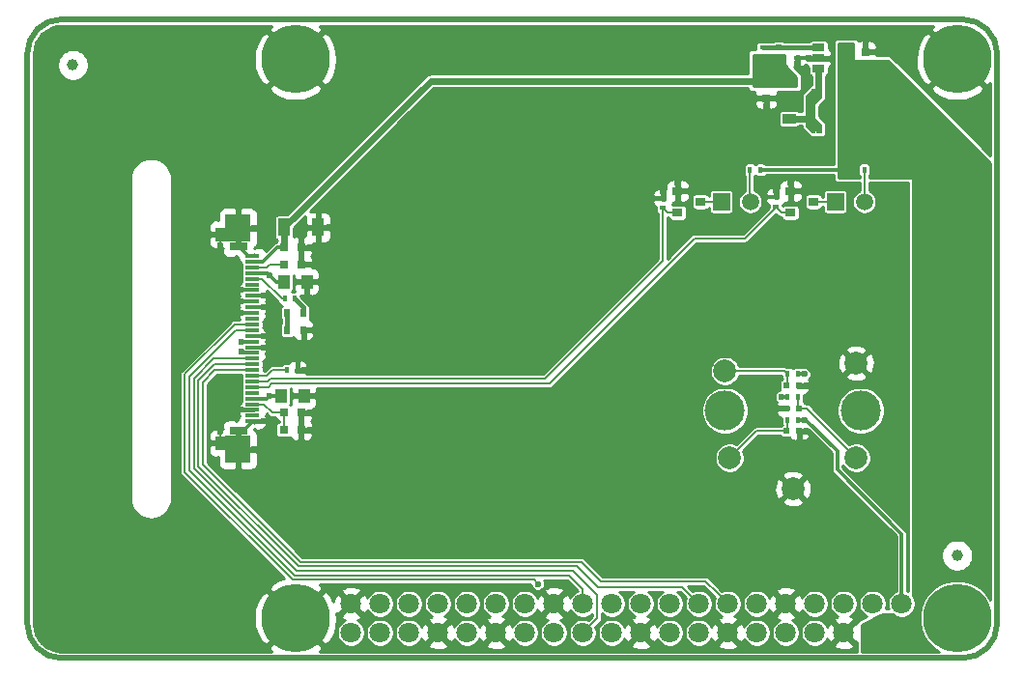
<source format=gbl>
G04 #@! TF.GenerationSoftware,KiCad,Pcbnew,5.1.6-c6e7f7d~87~ubuntu18.04.1*
G04 #@! TF.CreationDate,2020-07-27T17:04:26+02:00*
G04 #@! TF.ProjectId,DG3-MTR_GUI-PI,4447332d-4d54-4525-9f47-55492d50492e,rev?*
G04 #@! TF.SameCoordinates,PX78a3ca0PY77afa60*
G04 #@! TF.FileFunction,Copper,L2,Bot*
G04 #@! TF.FilePolarity,Positive*
%FSLAX46Y46*%
G04 Gerber Fmt 4.6, Leading zero omitted, Abs format (unit mm)*
G04 Created by KiCad (PCBNEW 5.1.6-c6e7f7d~87~ubuntu18.04.1) date 2020-07-27 17:04:26*
%MOMM*%
%LPD*%
G01*
G04 APERTURE LIST*
G04 #@! TA.AperFunction,Profile*
%ADD10C,0.500000*%
G04 #@! TD*
G04 #@! TA.AperFunction,SMDPad,CuDef*
%ADD11C,1.000000*%
G04 #@! TD*
G04 #@! TA.AperFunction,SMDPad,CuDef*
%ADD12R,1.250000X0.300000*%
G04 #@! TD*
G04 #@! TA.AperFunction,SMDPad,CuDef*
%ADD13R,2.200000X2.400000*%
G04 #@! TD*
G04 #@! TA.AperFunction,SMDPad,CuDef*
%ADD14R,0.850000X1.300000*%
G04 #@! TD*
G04 #@! TA.AperFunction,SMDPad,CuDef*
%ADD15R,1.600000X0.800000*%
G04 #@! TD*
G04 #@! TA.AperFunction,SMDPad,CuDef*
%ADD16R,1.000000X1.250000*%
G04 #@! TD*
G04 #@! TA.AperFunction,ComponentPad*
%ADD17C,6.000000*%
G04 #@! TD*
G04 #@! TA.AperFunction,SMDPad,CuDef*
%ADD18R,0.600000X0.400000*%
G04 #@! TD*
G04 #@! TA.AperFunction,SMDPad,CuDef*
%ADD19R,0.400000X0.600000*%
G04 #@! TD*
G04 #@! TA.AperFunction,SMDPad,CuDef*
%ADD20R,0.580000X0.775000*%
G04 #@! TD*
G04 #@! TA.AperFunction,SMDPad,CuDef*
%ADD21R,0.310000X3.890000*%
G04 #@! TD*
G04 #@! TA.AperFunction,SMDPad,CuDef*
%ADD22C,0.050000*%
G04 #@! TD*
G04 #@! TA.AperFunction,SMDPad,CuDef*
%ADD23R,0.750000X0.800000*%
G04 #@! TD*
G04 #@! TA.AperFunction,SMDPad,CuDef*
%ADD24R,0.800000X0.750000*%
G04 #@! TD*
G04 #@! TA.AperFunction,SMDPad,CuDef*
%ADD25R,0.600000X0.700000*%
G04 #@! TD*
G04 #@! TA.AperFunction,SMDPad,CuDef*
%ADD26R,0.900000X0.800000*%
G04 #@! TD*
G04 #@! TA.AperFunction,SMDPad,CuDef*
%ADD27R,0.600000X0.500000*%
G04 #@! TD*
G04 #@! TA.AperFunction,SMDPad,CuDef*
%ADD28R,1.060000X0.650000*%
G04 #@! TD*
G04 #@! TA.AperFunction,SMDPad,CuDef*
%ADD29R,1.000000X1.600000*%
G04 #@! TD*
G04 #@! TA.AperFunction,SMDPad,CuDef*
%ADD30R,0.500000X0.600000*%
G04 #@! TD*
G04 #@! TA.AperFunction,SMDPad,CuDef*
%ADD31R,1.200000X0.900000*%
G04 #@! TD*
G04 #@! TA.AperFunction,ComponentPad*
%ADD32C,1.800000*%
G04 #@! TD*
G04 #@! TA.AperFunction,WasherPad*
%ADD33C,3.500000*%
G04 #@! TD*
G04 #@! TA.AperFunction,ComponentPad*
%ADD34C,2.000000*%
G04 #@! TD*
G04 #@! TA.AperFunction,ComponentPad*
%ADD35R,1.500000X1.500000*%
G04 #@! TD*
G04 #@! TA.AperFunction,ComponentPad*
%ADD36C,1.500000*%
G04 #@! TD*
G04 #@! TA.AperFunction,ViaPad*
%ADD37C,0.600000*%
G04 #@! TD*
G04 #@! TA.AperFunction,Conductor*
%ADD38C,0.300000*%
G04 #@! TD*
G04 #@! TA.AperFunction,Conductor*
%ADD39C,0.400000*%
G04 #@! TD*
G04 #@! TA.AperFunction,Conductor*
%ADD40C,0.200000*%
G04 #@! TD*
G04 #@! TA.AperFunction,Conductor*
%ADD41C,0.600000*%
G04 #@! TD*
G04 #@! TA.AperFunction,Conductor*
%ADD42C,0.254000*%
G04 #@! TD*
G04 APERTURE END LIST*
D10*
X82000000Y0D02*
X3000000Y0D01*
X82000000Y56000000D02*
X3000000Y56000001D01*
X3000000Y0D02*
G75*
G02*
X0Y3000000I0J3000000D01*
G01*
X0Y3000000D02*
X0Y53000000D01*
X-1Y53000000D02*
G75*
G02*
X3000000Y56000001I3000001J0D01*
G01*
X82000000Y56000000D02*
G75*
G02*
X85000000Y53000000I0J-3000000D01*
G01*
X85000000Y3000000D02*
G75*
G02*
X82000000Y0I-3000000J0D01*
G01*
X85000000Y53000000D02*
X85000000Y3000000D01*
D11*
X4000000Y52000000D03*
X81500000Y9000000D03*
D12*
X19737038Y35248416D03*
X19737038Y34748416D03*
X19737038Y34248416D03*
X19737038Y33748416D03*
X19737038Y33248416D03*
X19737038Y32748416D03*
X19737038Y32248416D03*
X19737038Y31748416D03*
X19737038Y31248416D03*
X19737038Y30748416D03*
X19737038Y30248416D03*
X19737038Y29748416D03*
X19737038Y29248416D03*
X19737038Y28748416D03*
X19737038Y28248416D03*
X19737038Y27748416D03*
X19737038Y27248416D03*
X19737038Y26748416D03*
X19737038Y26248416D03*
X19737038Y25748416D03*
X19737038Y25248416D03*
X19737038Y24748416D03*
X19737038Y24248416D03*
X19737038Y23748416D03*
X19737038Y23248416D03*
X19737038Y22748416D03*
X19737038Y22248416D03*
X19737038Y21748416D03*
X19737038Y21248416D03*
X19737038Y20748416D03*
D13*
X18462962Y18301584D03*
X18462962Y37701584D03*
D14*
X16932962Y18851584D03*
X16932962Y37151584D03*
D15*
X18512962Y19901584D03*
X18512962Y36101584D03*
D16*
X22250000Y23000000D03*
X24250000Y23000000D03*
D17*
X81500000Y3500000D03*
X81500000Y52500000D03*
X23500000Y52500000D03*
X23500000Y3500001D03*
D18*
X64465621Y53540943D03*
X64465621Y52640943D03*
D19*
X64250000Y42800000D03*
X63350000Y42800000D03*
D20*
X71455621Y49497942D03*
D21*
X68930621Y47940942D03*
X71900621Y47940942D03*
G04 #@! TA.AperFunction,SMDPad,CuDef*
D22*
G36*
X68775621Y49885942D02*
G01*
X68775621Y45995942D01*
X68215621Y46545942D01*
X68215621Y49335942D01*
X68775621Y49885942D01*
G37*
G04 #@! TD.AperFunction*
G04 #@! TA.AperFunction,SMDPad,CuDef*
G36*
X72055621Y45995942D02*
G01*
X72055621Y49885942D01*
X72615621Y49335942D01*
X72615621Y46545942D01*
X72055621Y45995942D01*
G37*
G04 #@! TD.AperFunction*
D20*
X71455621Y46383942D03*
X69375621Y46383942D03*
X69375621Y49498942D03*
G04 #@! TA.AperFunction,SMDPad,CuDef*
D22*
G36*
X69085621Y48516442D02*
G01*
X69085621Y49705442D01*
X69665621Y49111442D01*
X69665621Y49110442D01*
X69085621Y48516442D01*
G37*
G04 #@! TD.AperFunction*
G04 #@! TA.AperFunction,SMDPad,CuDef*
G36*
X69085621Y46176442D02*
G01*
X69085621Y47365442D01*
X69665621Y46771442D01*
X69665621Y46770442D01*
X69085621Y46176442D01*
G37*
G04 #@! TD.AperFunction*
G04 #@! TA.AperFunction,SMDPad,CuDef*
G36*
X71745621Y49705442D02*
G01*
X71745621Y48516442D01*
X71165621Y49110442D01*
X71165621Y49111442D01*
X71745621Y49705442D01*
G37*
G04 #@! TD.AperFunction*
G04 #@! TA.AperFunction,SMDPad,CuDef*
G36*
X71745621Y47365442D02*
G01*
X71745621Y46176442D01*
X71165621Y46770442D01*
X71165621Y46771442D01*
X71745621Y47365442D01*
G37*
G04 #@! TD.AperFunction*
D23*
X73465621Y51640942D03*
X73465621Y53140942D03*
D24*
X24000000Y21500000D03*
X22500000Y21500000D03*
X24000000Y20000000D03*
X22500000Y20000000D03*
D25*
X22800000Y28750000D03*
X24200000Y28750000D03*
D24*
X22500000Y34500000D03*
X24000000Y34500000D03*
D26*
X57000000Y39050000D03*
X57000000Y40950000D03*
X59000000Y40000000D03*
D19*
X23450000Y31500000D03*
X22550000Y31500000D03*
D27*
X66550000Y19900000D03*
X67650000Y19900000D03*
D28*
X69365621Y51640942D03*
X69365621Y52590942D03*
X69365621Y53540942D03*
X71565621Y53540942D03*
X71565621Y51640942D03*
D29*
X25500000Y37750000D03*
X22500000Y37750000D03*
D23*
X64765621Y50590943D03*
X64765621Y49090943D03*
D19*
X66650000Y22900000D03*
X67550000Y22900000D03*
D18*
X55700000Y39450000D03*
X55700000Y40350000D03*
X67465621Y53540942D03*
X67465621Y52640942D03*
D19*
X67550000Y24900000D03*
X66650000Y24900000D03*
D24*
X22500000Y36000000D03*
X24000000Y36000000D03*
D27*
X66550000Y21900000D03*
X67650000Y21900000D03*
D25*
X22800000Y30250000D03*
X24200000Y30250000D03*
D16*
X24500000Y33000000D03*
X22500000Y33000000D03*
D30*
X65865619Y52440942D03*
X65865619Y53540942D03*
D19*
X67550000Y20900000D03*
X66650000Y20900000D03*
X23700000Y25250000D03*
X22800000Y25250000D03*
D31*
X66765621Y50590942D03*
X66765621Y47290942D03*
D27*
X67650000Y23900000D03*
X66550000Y23900000D03*
D32*
X76630000Y2230000D03*
X76630000Y4770000D03*
X74090000Y2230000D03*
X74090000Y4770000D03*
X71550000Y2230000D03*
X71550000Y4770000D03*
X69010000Y2230000D03*
X69010000Y4770000D03*
X66470000Y2230000D03*
X66470000Y4770000D03*
X63930000Y2230000D03*
X63930000Y4770000D03*
X61390000Y2230000D03*
X61390000Y4770000D03*
X58850000Y2230000D03*
X58850000Y4770000D03*
X56310000Y2230000D03*
X56310000Y4770000D03*
X53770000Y2230000D03*
X53770000Y4770000D03*
X51230000Y2230000D03*
X51230000Y4770000D03*
X48690000Y2230000D03*
X48690000Y4770000D03*
X46150000Y2230000D03*
X46150000Y4770000D03*
X43610000Y2230000D03*
X43610000Y4770000D03*
X41070000Y2230000D03*
X41070000Y4770000D03*
X38530000Y2230000D03*
X38530000Y4770000D03*
X35990000Y2230000D03*
X35990000Y4770000D03*
X33450000Y2230000D03*
X33450000Y4770000D03*
X30910000Y2230000D03*
X30910000Y4770000D03*
X28370000Y2230000D03*
X28370000Y4770000D03*
D33*
X61150000Y21700000D03*
X73050000Y21700000D03*
D34*
X67100000Y14850000D03*
X72650000Y17550000D03*
X61550000Y17550000D03*
X61150000Y25150000D03*
X72650000Y25850000D03*
D26*
X66900000Y39050000D03*
X66900000Y40950000D03*
X68900000Y40000000D03*
D18*
X65600000Y40450000D03*
X65600000Y39550000D03*
D19*
X72450000Y42800000D03*
X73350000Y42800000D03*
D35*
X60825000Y40000000D03*
D36*
X63365000Y40000000D03*
D35*
X70825000Y40000000D03*
D36*
X73365000Y40000000D03*
D37*
X19900000Y37700000D03*
X19900000Y18300000D03*
X16930000Y36190000D03*
X16940000Y19800000D03*
X25000000Y28750000D03*
X24750000Y21500000D03*
X24750000Y20000000D03*
X24750000Y34500000D03*
X24750000Y36000000D03*
X26500000Y37750000D03*
X25250000Y23000000D03*
X18750000Y32250000D03*
X18750000Y31250000D03*
X18750000Y30250000D03*
X20750000Y28250000D03*
X20750000Y27250000D03*
X20750000Y20750000D03*
X25500000Y33000000D03*
X67470000Y52140000D03*
X68540000Y52590000D03*
X73460000Y53840000D03*
X64770000Y48390000D03*
X24250000Y25250000D03*
X65900000Y21900000D03*
X68300000Y23900000D03*
X68300000Y19900000D03*
X18750000Y21750000D03*
X65600000Y41000000D03*
X66900000Y41700000D03*
X55700000Y40900000D03*
X57000000Y41700000D03*
X20700000Y30750000D03*
X20700000Y31750000D03*
X18750000Y27750000D03*
X18750000Y26848416D03*
X21275000Y33525000D03*
X21250000Y23000000D03*
X68100000Y20900000D03*
X66100000Y22900000D03*
X68100000Y24900000D03*
X44750009Y6499991D03*
D38*
X17912962Y18848416D02*
X18462962Y18298416D01*
X16932962Y18848416D02*
X17912962Y18848416D01*
X17912962Y37148416D02*
X18462962Y37698416D01*
X16932962Y37148416D02*
X17912962Y37148416D01*
D39*
X18462962Y37698416D02*
X19898416Y37698416D01*
D38*
X19898416Y37698416D02*
X19900000Y37700000D01*
X18462962Y18298416D02*
X19898416Y18298416D01*
X19898416Y18298416D02*
X19900000Y18300000D01*
D40*
X16932962Y37148416D02*
X16932962Y36192962D01*
X16932962Y36192962D02*
X16930000Y36190000D01*
X16932962Y18848416D02*
X16932962Y19792962D01*
X16932962Y19792962D02*
X16940000Y19800000D01*
D39*
X24200000Y28750000D02*
X25000000Y28750000D01*
X24000000Y21500000D02*
X24750000Y21500000D01*
X24000000Y20000000D02*
X24750000Y20000000D01*
X24000000Y34500000D02*
X24750000Y34500000D01*
X24000000Y36000000D02*
X24750000Y36000000D01*
X25500000Y37750000D02*
X26500000Y37750000D01*
D38*
X18912962Y19898416D02*
X19762962Y20748416D01*
X18512962Y19898416D02*
X18912962Y19898416D01*
X19362962Y35248416D02*
X18512962Y36098416D01*
X19762962Y35248416D02*
X19362962Y35248416D01*
X24250000Y23000000D02*
X24500000Y23000000D01*
D39*
X24500000Y23000000D02*
X25250000Y23000000D01*
D38*
X19762962Y32248416D02*
X18751584Y32248416D01*
X18751584Y32248416D02*
X18750000Y32250000D01*
X19762962Y31248416D02*
X18751584Y31248416D01*
X18751584Y31248416D02*
X18750000Y31250000D01*
X19762962Y30248416D02*
X18751584Y30248416D01*
X18751584Y30248416D02*
X18750000Y30250000D01*
X19762962Y28248416D02*
X20748416Y28248416D01*
X20748416Y28248416D02*
X20750000Y28250000D01*
X19762962Y27248416D02*
X20748416Y27248416D01*
X20748416Y27248416D02*
X20750000Y27250000D01*
X19762962Y20748416D02*
X20748416Y20748416D01*
X20748416Y20748416D02*
X20750000Y20750000D01*
D39*
X24500000Y33000000D02*
X25500000Y33000000D01*
D38*
X67465621Y52640942D02*
X67465621Y52144379D01*
X67465621Y52144379D02*
X67470000Y52140000D01*
X69365621Y52590942D02*
X68540942Y52590942D01*
X68540942Y52590942D02*
X68540000Y52590000D01*
X73465621Y53140942D02*
X73465621Y53834379D01*
X73465621Y53834379D02*
X73460000Y53840000D01*
X64765621Y49090943D02*
X64765621Y48394379D01*
X64765621Y48394379D02*
X64770000Y48390000D01*
X23700000Y25250000D02*
X24250000Y25250000D01*
X66550000Y21900000D02*
X65900000Y21900000D01*
X67650000Y23900000D02*
X68300000Y23900000D01*
X67650000Y19900000D02*
X68300000Y19900000D01*
X19762962Y21748416D02*
X18751584Y21748416D01*
X18751584Y21748416D02*
X18750000Y21750000D01*
X65600000Y40450000D02*
X65600000Y41000000D01*
X66900000Y40950000D02*
X66900000Y41700000D01*
X55700000Y40350000D02*
X55700000Y40900000D01*
X57000000Y40950000D02*
X57000000Y41700000D01*
X19737038Y30748416D02*
X20698416Y30748416D01*
X20698416Y30748416D02*
X20700000Y30750000D01*
X19737038Y31748416D02*
X20698416Y31748416D01*
X20698416Y31748416D02*
X20700000Y31750000D01*
X19737038Y27748416D02*
X18751584Y27748416D01*
X18751584Y27748416D02*
X18750000Y27750000D01*
X19737038Y26748416D02*
X18850000Y26748416D01*
X18850000Y26748416D02*
X18750000Y26848416D01*
D40*
X71565621Y49610942D02*
X71455621Y49500942D01*
X71565621Y51640942D02*
X71565621Y49610942D01*
X72335621Y48620942D02*
X71455621Y49500942D01*
X72335621Y47940942D02*
X72335621Y48620942D01*
X72335621Y47265942D02*
X71455621Y46385942D01*
X72335621Y47940942D02*
X72335621Y47265942D01*
X71565621Y51640942D02*
X73465621Y51640942D01*
X71565621Y53540942D02*
X71565621Y51640942D01*
D38*
X74090000Y2230000D02*
X76630000Y2230000D01*
X72335621Y47940942D02*
X71979999Y47585320D01*
X78100000Y3900000D02*
X78100000Y43100000D01*
X73300000Y47900000D02*
X72300000Y47900000D01*
X78100000Y43100000D02*
X73300000Y47900000D01*
X76630000Y2230000D02*
X76630000Y2430000D01*
X76630000Y2430000D02*
X78100000Y3900000D01*
X71900621Y46500621D02*
X71900621Y47940942D01*
X72450000Y42800000D02*
X64250000Y42800000D01*
X21250000Y23000000D02*
X22250000Y23000000D01*
X19762962Y22748416D02*
X20998416Y22748416D01*
X20998416Y22748416D02*
X21250000Y23000000D01*
X21051584Y33748416D02*
X19762962Y33748416D01*
X21800000Y33000000D02*
X21275000Y33525000D01*
X22500000Y33000000D02*
X21800000Y33000000D01*
X21275000Y33525000D02*
X21051584Y33748416D01*
X67550000Y20900000D02*
X68100000Y20900000D01*
X66650000Y22900000D02*
X66100000Y22900000D01*
X67550000Y24900000D02*
X68100000Y24900000D01*
X68262002Y20900000D02*
X68100000Y20900000D01*
X71000000Y18162002D02*
X68262002Y20900000D01*
X71000000Y16500000D02*
X71000000Y18162002D01*
X76630000Y4770000D02*
X76630000Y10870000D01*
X76630000Y10870000D02*
X71000000Y16500000D01*
D41*
X22500000Y37750000D02*
X22500000Y36000000D01*
D38*
X19762962Y34748416D02*
X20648416Y34748416D01*
X20648416Y34748416D02*
X21900000Y36000000D01*
X21900000Y36000000D02*
X22500000Y36000000D01*
D41*
X64765621Y50590943D02*
X41040943Y50590943D01*
X41040943Y50590943D02*
X35340943Y50590943D01*
X35340943Y50590943D02*
X22500000Y37750000D01*
D39*
X64965622Y53540942D02*
X69365621Y53540942D01*
X64465621Y53540943D02*
X64965622Y53540942D01*
D40*
X19762962Y34248416D02*
X20998416Y34248416D01*
X21250000Y34500000D02*
X22500000Y34500000D01*
X20998416Y34248416D02*
X21250000Y34500000D01*
X22500000Y21500000D02*
X22500000Y20000000D01*
X21500000Y21500000D02*
X22500000Y21500000D01*
X19762962Y22248416D02*
X20751584Y22248416D01*
X20751584Y22248416D02*
X21500000Y21500000D01*
X69365621Y49505942D02*
X69375621Y49495942D01*
D41*
X69365621Y51640942D02*
X69365621Y49505942D01*
D40*
X68495621Y48615942D02*
X69375621Y49495942D01*
X68495621Y47940942D02*
X68495621Y48615942D01*
X68495621Y47265942D02*
X69375621Y46385942D01*
X68495621Y47940942D02*
X68495621Y47265942D01*
X68930621Y47940942D02*
X68495621Y47940942D01*
X68470621Y47290942D02*
X69375621Y46385942D01*
D41*
X66765621Y47290942D02*
X68470621Y47290942D01*
D40*
X69375621Y49495942D02*
X69375621Y49110942D01*
D39*
X24200000Y30750000D02*
X23450000Y31500000D01*
X24200000Y30250000D02*
X24200000Y30750000D01*
X22800000Y30250000D02*
X22800000Y28750000D01*
D40*
X22326380Y31500000D02*
X20577964Y33248416D01*
X22550000Y31500000D02*
X22326380Y31500000D01*
X20577964Y33248416D02*
X19762962Y33248416D01*
X44400000Y6850000D02*
X44750000Y6500000D01*
X13799956Y24899956D02*
X13799956Y16300044D01*
X23250000Y6850000D02*
X44400000Y6850000D01*
X13799956Y16300044D02*
X23250000Y6850000D01*
X19762962Y29248416D02*
X18148416Y29248416D01*
X18148416Y29248416D02*
X13799956Y24899956D01*
X48690000Y6060000D02*
X47500000Y7250000D01*
X48690000Y4770000D02*
X48690000Y6060000D01*
X47500000Y7250000D02*
X29315700Y7250000D01*
X18248416Y28748416D02*
X19762962Y28748416D01*
X14199967Y24699967D02*
X18248416Y28748416D01*
X29300000Y7250000D02*
X23415700Y7250000D01*
X23415700Y7250000D02*
X14199967Y16465733D01*
X14199967Y16465733D02*
X14199967Y24699967D01*
X49950000Y3490000D02*
X49950000Y5550000D01*
X47849989Y7650011D02*
X29534289Y7650011D01*
X49950000Y5550000D02*
X47849989Y7650011D01*
X48690000Y2230000D02*
X49950000Y3490000D01*
X14599978Y24534278D02*
X16314116Y26248416D01*
X29500000Y7650011D02*
X23581389Y7650011D01*
X23581389Y7650011D02*
X14599978Y16631422D01*
X16314116Y26248416D02*
X19762962Y26248416D01*
X14599978Y16631422D02*
X14599978Y24534278D01*
X48199978Y8050022D02*
X29699978Y8050022D01*
X57370000Y6250000D02*
X50000000Y6250000D01*
X58850000Y4770000D02*
X57370000Y6250000D01*
X50000000Y6250000D02*
X48199978Y8050022D01*
X14999989Y24368589D02*
X16379816Y25748416D01*
X14999989Y16797111D02*
X14999989Y24368589D01*
X16379816Y25748416D02*
X19762962Y25748416D01*
X23747078Y8050022D02*
X14999989Y16797111D01*
X29700000Y8050022D02*
X23747078Y8050022D01*
X59410000Y6750000D02*
X60490001Y5669999D01*
X50250000Y6750000D02*
X59410000Y6750000D01*
X48549967Y8450033D02*
X50250000Y6750000D01*
X15400000Y16962800D02*
X23912767Y8450033D01*
X19762962Y25248416D02*
X16448416Y25248416D01*
X15400000Y24200000D02*
X15400000Y16962800D01*
X16448416Y25248416D02*
X15400000Y24200000D01*
X60490001Y5669999D02*
X61390000Y4770000D01*
X23912767Y8450033D02*
X48549967Y8450033D01*
X19764546Y24750000D02*
X19762962Y24748416D01*
X22800000Y25250000D02*
X21500000Y25250000D01*
X20998416Y24748416D02*
X19762962Y24748416D01*
X21500000Y25250000D02*
X20998416Y24748416D01*
X63350000Y40015000D02*
X63365000Y40000000D01*
X63350000Y42800000D02*
X63350000Y40015000D01*
X59000000Y40000000D02*
X60825000Y40000000D01*
X67550000Y22000000D02*
X67650000Y21900000D01*
X67550000Y22900000D02*
X67550000Y22000000D01*
X68300000Y21900000D02*
X72650000Y17550000D01*
X67650000Y21900000D02*
X68300000Y21900000D01*
X66650000Y24000000D02*
X66550000Y23900000D01*
X66650000Y24900000D02*
X66650000Y24000000D01*
X66400000Y25150000D02*
X66650000Y24900000D01*
X61150000Y25150000D02*
X66400000Y25150000D01*
X66650000Y20000000D02*
X66550000Y19900000D01*
X66650000Y20900000D02*
X66650000Y20000000D01*
X63900000Y19900000D02*
X61550000Y17550000D01*
X66550000Y19900000D02*
X63900000Y19900000D01*
X68900000Y40000000D02*
X70825000Y40000000D01*
X73350000Y40015000D02*
X73365000Y40000000D01*
X73350000Y42800000D02*
X73350000Y40015000D01*
X21131400Y23750000D02*
X20000000Y23750000D01*
X21431400Y24050000D02*
X21131400Y23750000D01*
X45750000Y24050000D02*
X21431400Y24050000D01*
X58500000Y36800000D02*
X45750000Y24050000D01*
X65600000Y39500000D02*
X62900000Y36800000D01*
X62900000Y36800000D02*
X58500000Y36800000D01*
X66100000Y39050000D02*
X65600000Y39550000D01*
X66900000Y39050000D02*
X66100000Y39050000D01*
X21064116Y24248416D02*
X19762962Y24248416D01*
X21315700Y24500000D02*
X21064116Y24248416D01*
X55700000Y39400000D02*
X55700000Y34800000D01*
X45400000Y24500000D02*
X21315700Y24500000D01*
X55700000Y34800000D02*
X45400000Y24500000D01*
X56100000Y39050000D02*
X55700000Y39450000D01*
X57000000Y39050000D02*
X56100000Y39050000D01*
D42*
G36*
X21120919Y55058686D02*
G01*
X23500000Y52679605D01*
X25879081Y55058686D01*
X25618035Y55423001D01*
X79381964Y55423000D01*
X79120919Y55058686D01*
X81500000Y52679605D01*
X81514143Y52693747D01*
X81693748Y52514142D01*
X81679605Y52500000D01*
X84058686Y50120919D01*
X84423000Y50381964D01*
X84423000Y44039448D01*
X78521134Y49941314D01*
X79120919Y49941314D01*
X79457106Y49472132D01*
X80087068Y49131763D01*
X80771327Y48920834D01*
X81483589Y48847450D01*
X82196482Y48914431D01*
X82882609Y49119204D01*
X83515603Y49453898D01*
X83542894Y49472132D01*
X83879081Y49941314D01*
X81500000Y52320395D01*
X79120919Y49941314D01*
X78521134Y49941314D01*
X75946037Y52516411D01*
X77847450Y52516411D01*
X77914431Y51803518D01*
X78119204Y51117391D01*
X78453898Y50484397D01*
X78472132Y50457106D01*
X78941314Y50120919D01*
X81320395Y52500000D01*
X78941314Y54879081D01*
X78472132Y54542894D01*
X78131763Y53912932D01*
X77920834Y53228673D01*
X77847450Y52516411D01*
X75946037Y52516411D01*
X75731224Y52731224D01*
X75681671Y52771891D01*
X75625137Y52802109D01*
X75563795Y52820717D01*
X75500000Y52827000D01*
X74476379Y52827000D01*
X74475621Y52855192D01*
X74316871Y53013942D01*
X73592621Y53013942D01*
X73592621Y52993942D01*
X73338621Y52993942D01*
X73338621Y53013942D01*
X73318621Y53013942D01*
X73318621Y53267942D01*
X73338621Y53267942D01*
X73338621Y54017192D01*
X73592621Y54017192D01*
X73592621Y53267942D01*
X74316871Y53267942D01*
X74475621Y53426692D01*
X74478693Y53540942D01*
X74466433Y53665424D01*
X74430123Y53785122D01*
X74371158Y53895436D01*
X74291806Y53992127D01*
X74195115Y54071479D01*
X74084801Y54130444D01*
X73965103Y54166754D01*
X73840621Y54179014D01*
X73751371Y54175942D01*
X73592621Y54017192D01*
X73338621Y54017192D01*
X73179871Y54175942D01*
X73090621Y54179014D01*
X72966139Y54166754D01*
X72846441Y54130444D01*
X72806909Y54109313D01*
X72802109Y54125137D01*
X72771891Y54181671D01*
X72731224Y54231224D01*
X72681671Y54271891D01*
X72625137Y54302109D01*
X72563795Y54320717D01*
X72500000Y54327000D01*
X71000000Y54327000D01*
X70936205Y54320717D01*
X70874863Y54302109D01*
X70818329Y54271891D01*
X70768776Y54231224D01*
X70728109Y54181671D01*
X70697891Y54125137D01*
X70679283Y54063795D01*
X70673000Y54000000D01*
X70673000Y43277000D01*
X64726173Y43277000D01*
X64723206Y43282550D01*
X64682343Y43332343D01*
X64632550Y43373206D01*
X64575743Y43403570D01*
X64514103Y43422268D01*
X64450000Y43428582D01*
X64050000Y43428582D01*
X63985897Y43422268D01*
X63924257Y43403570D01*
X63867450Y43373206D01*
X63817657Y43332343D01*
X63800000Y43310827D01*
X63782343Y43332343D01*
X63732550Y43373206D01*
X63675743Y43403570D01*
X63614103Y43422268D01*
X63550000Y43428582D01*
X63150000Y43428582D01*
X63085897Y43422268D01*
X63024257Y43403570D01*
X62967450Y43373206D01*
X62917657Y43332343D01*
X62876794Y43282550D01*
X62846430Y43225743D01*
X62827732Y43164103D01*
X62821418Y43100000D01*
X62821418Y42500000D01*
X62827732Y42435897D01*
X62846430Y42374257D01*
X62876794Y42317450D01*
X62917657Y42267657D01*
X62923000Y42263272D01*
X62923001Y40982654D01*
X62854849Y40954425D01*
X62678453Y40836560D01*
X62528440Y40686547D01*
X62410575Y40510151D01*
X62329389Y40314149D01*
X62288000Y40106075D01*
X62288000Y39893925D01*
X62329389Y39685851D01*
X62410575Y39489849D01*
X62528440Y39313453D01*
X62678453Y39163440D01*
X62854849Y39045575D01*
X63050851Y38964389D01*
X63258925Y38923000D01*
X63471075Y38923000D01*
X63679149Y38964389D01*
X63875151Y39045575D01*
X64051547Y39163440D01*
X64201560Y39313453D01*
X64319425Y39489849D01*
X64400611Y39685851D01*
X64442000Y39893925D01*
X64442000Y40106075D01*
X64400611Y40314149D01*
X64319425Y40510151D01*
X64204766Y40681750D01*
X64665000Y40681750D01*
X64823750Y40523000D01*
X65473000Y40523000D01*
X65473000Y41126250D01*
X65314250Y41285000D01*
X65191643Y41278804D01*
X65071051Y41245582D01*
X64959258Y41189473D01*
X64860559Y41112631D01*
X64778748Y41018012D01*
X64716968Y40909249D01*
X64677594Y40790524D01*
X64665000Y40681750D01*
X64204766Y40681750D01*
X64201560Y40686547D01*
X64051547Y40836560D01*
X63875151Y40954425D01*
X63777000Y40995080D01*
X63777000Y42263272D01*
X63782343Y42267657D01*
X63800000Y42289173D01*
X63817657Y42267657D01*
X63867450Y42226794D01*
X63924257Y42196430D01*
X63985897Y42177732D01*
X64050000Y42171418D01*
X64450000Y42171418D01*
X64514103Y42177732D01*
X64575743Y42196430D01*
X64632550Y42226794D01*
X64682343Y42267657D01*
X64723206Y42317450D01*
X64726173Y42323000D01*
X70673000Y42323000D01*
X70673000Y42000000D01*
X70679283Y41936205D01*
X70697891Y41874863D01*
X70728109Y41818329D01*
X70768776Y41768776D01*
X70818329Y41728109D01*
X70874863Y41697891D01*
X70936205Y41679283D01*
X71000000Y41673000D01*
X72923000Y41673000D01*
X72923001Y40982654D01*
X72854849Y40954425D01*
X72678453Y40836560D01*
X72528440Y40686547D01*
X72410575Y40510151D01*
X72329389Y40314149D01*
X72288000Y40106075D01*
X72288000Y39893925D01*
X72329389Y39685851D01*
X72410575Y39489849D01*
X72528440Y39313453D01*
X72678453Y39163440D01*
X72854849Y39045575D01*
X73050851Y38964389D01*
X73258925Y38923000D01*
X73471075Y38923000D01*
X73679149Y38964389D01*
X73875151Y39045575D01*
X74051547Y39163440D01*
X74201560Y39313453D01*
X74319425Y39489849D01*
X74400611Y39685851D01*
X74442000Y39893925D01*
X74442000Y40106075D01*
X74400611Y40314149D01*
X74319425Y40510151D01*
X74201560Y40686547D01*
X74051547Y40836560D01*
X73875151Y40954425D01*
X73777000Y40995080D01*
X73777000Y41673000D01*
X77173000Y41673000D01*
X77173000Y5873177D01*
X77107000Y5900515D01*
X77107000Y10846586D01*
X77109306Y10870001D01*
X77107000Y10893416D01*
X77107000Y10893423D01*
X77100097Y10963508D01*
X77072822Y11053423D01*
X77028529Y11136289D01*
X76968921Y11208921D01*
X76950730Y11223850D01*
X71477000Y16697579D01*
X71477000Y16916982D01*
X71619252Y16704087D01*
X71804087Y16519252D01*
X72021430Y16374028D01*
X72262928Y16273996D01*
X72519302Y16223000D01*
X72780698Y16223000D01*
X73037072Y16273996D01*
X73278570Y16374028D01*
X73495913Y16519252D01*
X73680748Y16704087D01*
X73825972Y16921430D01*
X73926004Y17162928D01*
X73977000Y17419302D01*
X73977000Y17680698D01*
X73926004Y17937072D01*
X73825972Y18178570D01*
X73680748Y18395913D01*
X73495913Y18580748D01*
X73278570Y18725972D01*
X73037072Y18826004D01*
X72780698Y18877000D01*
X72519302Y18877000D01*
X72262928Y18826004D01*
X72061358Y18742511D01*
X68899302Y21904567D01*
X70973000Y21904567D01*
X70973000Y21495433D01*
X71052818Y21094161D01*
X71209386Y20716171D01*
X71436689Y20375989D01*
X71725989Y20086689D01*
X72066171Y19859386D01*
X72444161Y19702818D01*
X72845433Y19623000D01*
X73254567Y19623000D01*
X73655839Y19702818D01*
X74033829Y19859386D01*
X74374011Y20086689D01*
X74663311Y20375989D01*
X74890614Y20716171D01*
X75047182Y21094161D01*
X75127000Y21495433D01*
X75127000Y21904567D01*
X75047182Y22305839D01*
X74890614Y22683829D01*
X74663311Y23024011D01*
X74374011Y23313311D01*
X74033829Y23540614D01*
X73655839Y23697182D01*
X73254567Y23777000D01*
X72845433Y23777000D01*
X72444161Y23697182D01*
X72066171Y23540614D01*
X71725989Y23313311D01*
X71436689Y23024011D01*
X71209386Y22683829D01*
X71052818Y22305839D01*
X70973000Y21904567D01*
X68899302Y21904567D01*
X68616767Y22187101D01*
X68603395Y22203395D01*
X68538376Y22256755D01*
X68464196Y22296405D01*
X68383707Y22320822D01*
X68320978Y22327000D01*
X68320967Y22327000D01*
X68300000Y22329065D01*
X68279033Y22327000D01*
X68226173Y22327000D01*
X68223206Y22332550D01*
X68182343Y22382343D01*
X68132550Y22423206D01*
X68075743Y22453570D01*
X68047149Y22462244D01*
X68053570Y22474257D01*
X68072268Y22535897D01*
X68078582Y22600000D01*
X68078582Y23026768D01*
X68178949Y23054418D01*
X68290742Y23110527D01*
X68389441Y23187369D01*
X68471252Y23281988D01*
X68533032Y23390751D01*
X68572406Y23509476D01*
X68585000Y23618250D01*
X68426250Y23777000D01*
X67777000Y23777000D01*
X67777000Y23753000D01*
X67523000Y23753000D01*
X67523000Y23777000D01*
X67503000Y23777000D01*
X67503000Y24023000D01*
X67523000Y24023000D01*
X67523000Y24047000D01*
X67777000Y24047000D01*
X67777000Y24023000D01*
X68426250Y24023000D01*
X68585000Y24181750D01*
X68572406Y24290524D01*
X68533032Y24409249D01*
X68519603Y24432891D01*
X68587023Y24500311D01*
X68655640Y24603004D01*
X68701859Y24714587D01*
X71694192Y24714587D01*
X71789956Y24450186D01*
X72079571Y24309296D01*
X72391108Y24227616D01*
X72712595Y24208282D01*
X73031675Y24252039D01*
X73336088Y24357205D01*
X73510044Y24450186D01*
X73605808Y24714587D01*
X72650000Y25670395D01*
X71694192Y24714587D01*
X68701859Y24714587D01*
X68702905Y24717111D01*
X68727000Y24838246D01*
X68727000Y24961754D01*
X68702905Y25082889D01*
X68655640Y25196996D01*
X68587023Y25299689D01*
X68499689Y25387023D01*
X68396996Y25455640D01*
X68282889Y25502905D01*
X68161754Y25527000D01*
X68038246Y25527000D01*
X67917111Y25502905D01*
X67894505Y25493541D01*
X67875743Y25503570D01*
X67814103Y25522268D01*
X67750000Y25528582D01*
X67350000Y25528582D01*
X67285897Y25522268D01*
X67224257Y25503570D01*
X67167450Y25473206D01*
X67117657Y25432343D01*
X67100000Y25410827D01*
X67082343Y25432343D01*
X67032550Y25473206D01*
X66975743Y25503570D01*
X66914103Y25522268D01*
X66850000Y25528582D01*
X66597541Y25528582D01*
X66564196Y25546405D01*
X66483707Y25570822D01*
X66420978Y25577000D01*
X66420967Y25577000D01*
X66400000Y25579065D01*
X66379033Y25577000D01*
X62409465Y25577000D01*
X62325972Y25778570D01*
X62320069Y25787405D01*
X71008282Y25787405D01*
X71052039Y25468325D01*
X71157205Y25163912D01*
X71250186Y24989956D01*
X71514587Y24894192D01*
X72470395Y25850000D01*
X72829605Y25850000D01*
X73785413Y24894192D01*
X74049814Y24989956D01*
X74190704Y25279571D01*
X74272384Y25591108D01*
X74291718Y25912595D01*
X74247961Y26231675D01*
X74142795Y26536088D01*
X74049814Y26710044D01*
X73785413Y26805808D01*
X72829605Y25850000D01*
X72470395Y25850000D01*
X71514587Y26805808D01*
X71250186Y26710044D01*
X71109296Y26420429D01*
X71027616Y26108892D01*
X71008282Y25787405D01*
X62320069Y25787405D01*
X62180748Y25995913D01*
X61995913Y26180748D01*
X61778570Y26325972D01*
X61537072Y26426004D01*
X61280698Y26477000D01*
X61019302Y26477000D01*
X60762928Y26426004D01*
X60521430Y26325972D01*
X60304087Y26180748D01*
X60119252Y25995913D01*
X59974028Y25778570D01*
X59873996Y25537072D01*
X59823000Y25280698D01*
X59823000Y25019302D01*
X59873996Y24762928D01*
X59974028Y24521430D01*
X60119252Y24304087D01*
X60304087Y24119252D01*
X60521430Y23974028D01*
X60762928Y23873996D01*
X61019302Y23823000D01*
X61280698Y23823000D01*
X61537072Y23873996D01*
X61778570Y23974028D01*
X61995913Y24119252D01*
X62180748Y24304087D01*
X62325972Y24521430D01*
X62409465Y24723000D01*
X66121418Y24723000D01*
X66121418Y24600000D01*
X66127732Y24535897D01*
X66146430Y24474257D01*
X66152851Y24462244D01*
X66124257Y24453570D01*
X66067450Y24423206D01*
X66017657Y24382343D01*
X65976794Y24332550D01*
X65946430Y24275743D01*
X65927732Y24214103D01*
X65921418Y24150000D01*
X65921418Y23650000D01*
X65927732Y23585897D01*
X65946430Y23524257D01*
X65953928Y23510228D01*
X65917111Y23502905D01*
X65803004Y23455640D01*
X65700311Y23387023D01*
X65612977Y23299689D01*
X65544360Y23196996D01*
X65497095Y23082889D01*
X65473000Y22961754D01*
X65473000Y22838246D01*
X65497095Y22717111D01*
X65544360Y22603004D01*
X65612977Y22500311D01*
X65680397Y22432891D01*
X65666968Y22409249D01*
X65627594Y22290524D01*
X65615000Y22181750D01*
X65773750Y22023000D01*
X66423000Y22023000D01*
X66423000Y22047000D01*
X66677000Y22047000D01*
X66677000Y22023000D01*
X66697000Y22023000D01*
X66697000Y21777000D01*
X66677000Y21777000D01*
X66677000Y21753000D01*
X66423000Y21753000D01*
X66423000Y21777000D01*
X65773750Y21777000D01*
X65615000Y21618250D01*
X65627594Y21509476D01*
X65666968Y21390751D01*
X65728748Y21281988D01*
X65810559Y21187369D01*
X65909258Y21110527D01*
X66021051Y21054418D01*
X66121418Y21026768D01*
X66121418Y20600000D01*
X66127732Y20535897D01*
X66146430Y20474257D01*
X66152851Y20462244D01*
X66124257Y20453570D01*
X66067450Y20423206D01*
X66017657Y20382343D01*
X65976794Y20332550D01*
X65973827Y20327000D01*
X63920967Y20327000D01*
X63900000Y20329065D01*
X63879033Y20327000D01*
X63879022Y20327000D01*
X63816293Y20320822D01*
X63735804Y20296405D01*
X63715870Y20285750D01*
X63661623Y20256755D01*
X63612899Y20216768D01*
X63612895Y20216764D01*
X63596605Y20203395D01*
X63583236Y20187105D01*
X62138642Y18742511D01*
X61937072Y18826004D01*
X61680698Y18877000D01*
X61419302Y18877000D01*
X61162928Y18826004D01*
X60921430Y18725972D01*
X60704087Y18580748D01*
X60519252Y18395913D01*
X60374028Y18178570D01*
X60273996Y17937072D01*
X60223000Y17680698D01*
X60223000Y17419302D01*
X60273996Y17162928D01*
X60374028Y16921430D01*
X60519252Y16704087D01*
X60704087Y16519252D01*
X60921430Y16374028D01*
X61162928Y16273996D01*
X61419302Y16223000D01*
X61680698Y16223000D01*
X61937072Y16273996D01*
X62178570Y16374028D01*
X62395913Y16519252D01*
X62580748Y16704087D01*
X62725972Y16921430D01*
X62826004Y17162928D01*
X62877000Y17419302D01*
X62877000Y17680698D01*
X62826004Y17937072D01*
X62742511Y18138642D01*
X64076869Y19473000D01*
X65973827Y19473000D01*
X65976794Y19467450D01*
X66017657Y19417657D01*
X66067450Y19376794D01*
X66124257Y19346430D01*
X66185897Y19327732D01*
X66250000Y19321418D01*
X66806351Y19321418D01*
X66828748Y19281988D01*
X66910559Y19187369D01*
X67009258Y19110527D01*
X67121051Y19054418D01*
X67241643Y19021196D01*
X67364250Y19015000D01*
X67523000Y19173750D01*
X67523000Y19777000D01*
X67777000Y19777000D01*
X67777000Y19173750D01*
X67935750Y19015000D01*
X68058357Y19021196D01*
X68178949Y19054418D01*
X68290742Y19110527D01*
X68389441Y19187369D01*
X68471252Y19281988D01*
X68533032Y19390751D01*
X68572406Y19509476D01*
X68585000Y19618250D01*
X68426250Y19777000D01*
X67777000Y19777000D01*
X67523000Y19777000D01*
X67503000Y19777000D01*
X67503000Y20023000D01*
X67523000Y20023000D01*
X67523000Y20047000D01*
X67777000Y20047000D01*
X67777000Y20023000D01*
X68426250Y20023000D01*
X68445336Y20042086D01*
X70523001Y17964421D01*
X70523000Y16523415D01*
X70520694Y16500000D01*
X70523000Y16476585D01*
X70523000Y16476578D01*
X70529903Y16406493D01*
X70557178Y16316578D01*
X70601471Y16233711D01*
X70661079Y16161079D01*
X70679276Y16146145D01*
X76153001Y10672419D01*
X76153000Y5900515D01*
X76048798Y5857353D01*
X75847833Y5723073D01*
X75676927Y5552167D01*
X75542647Y5351202D01*
X75450153Y5127903D01*
X75403000Y4890849D01*
X75403000Y4649151D01*
X75450153Y4412097D01*
X75485402Y4327000D01*
X75234598Y4327000D01*
X75269847Y4412097D01*
X75317000Y4649151D01*
X75317000Y4890849D01*
X75269847Y5127903D01*
X75177353Y5351202D01*
X75043073Y5552167D01*
X74872167Y5723073D01*
X74671202Y5857353D01*
X74447903Y5949847D01*
X74210849Y5997000D01*
X73969151Y5997000D01*
X73732097Y5949847D01*
X73508798Y5857353D01*
X73307833Y5723073D01*
X73136927Y5552167D01*
X73002647Y5351202D01*
X72910153Y5127903D01*
X72863000Y4890849D01*
X72863000Y4649151D01*
X72910153Y4412097D01*
X73002647Y4188798D01*
X73136927Y3987833D01*
X73307833Y3816927D01*
X73508798Y3682647D01*
X73577327Y3654261D01*
X72853761Y3292478D01*
X72818329Y3271891D01*
X72768776Y3231224D01*
X72728109Y3181671D01*
X72697891Y3125137D01*
X72687340Y3090356D01*
X72614080Y3114475D01*
X71729605Y2230000D01*
X72614080Y1345525D01*
X72673000Y1364923D01*
X72673000Y577000D01*
X25618035Y577000D01*
X25879081Y941315D01*
X23500000Y3320396D01*
X21120919Y941315D01*
X21381965Y577000D01*
X3028218Y577000D01*
X2529911Y625860D01*
X2077723Y762382D01*
X1660663Y984137D01*
X1294621Y1282674D01*
X993535Y1646624D01*
X768877Y2062122D01*
X629199Y2513343D01*
X577000Y3009989D01*
X577000Y3516412D01*
X19847450Y3516412D01*
X19914431Y2803519D01*
X20119204Y2117392D01*
X20453898Y1484398D01*
X20472132Y1457107D01*
X20941314Y1120920D01*
X23320395Y3500001D01*
X23679605Y3500001D01*
X26058686Y1120920D01*
X26527868Y1457107D01*
X26868237Y2087069D01*
X26949549Y2350849D01*
X27143000Y2350849D01*
X27143000Y2109151D01*
X27190153Y1872097D01*
X27282647Y1648798D01*
X27416927Y1447833D01*
X27587833Y1276927D01*
X27788798Y1142647D01*
X28012097Y1050153D01*
X28249151Y1003000D01*
X28490849Y1003000D01*
X28727903Y1050153D01*
X28951202Y1142647D01*
X29152167Y1276927D01*
X29323073Y1447833D01*
X29457353Y1648798D01*
X29549847Y1872097D01*
X29597000Y2109151D01*
X29597000Y2350849D01*
X29683000Y2350849D01*
X29683000Y2109151D01*
X29730153Y1872097D01*
X29822647Y1648798D01*
X29956927Y1447833D01*
X30127833Y1276927D01*
X30328798Y1142647D01*
X30552097Y1050153D01*
X30789151Y1003000D01*
X31030849Y1003000D01*
X31267903Y1050153D01*
X31491202Y1142647D01*
X31692167Y1276927D01*
X31863073Y1447833D01*
X31997353Y1648798D01*
X32089847Y1872097D01*
X32137000Y2109151D01*
X32137000Y2350849D01*
X32223000Y2350849D01*
X32223000Y2109151D01*
X32270153Y1872097D01*
X32362647Y1648798D01*
X32496927Y1447833D01*
X32667833Y1276927D01*
X32868798Y1142647D01*
X33092097Y1050153D01*
X33329151Y1003000D01*
X33570849Y1003000D01*
X33807903Y1050153D01*
X34031202Y1142647D01*
X34066032Y1165920D01*
X35105525Y1165920D01*
X35189208Y911739D01*
X35461775Y780842D01*
X35754642Y705635D01*
X36056553Y689009D01*
X36355907Y731603D01*
X36641199Y831778D01*
X36790792Y911739D01*
X36874475Y1165920D01*
X35990000Y2050395D01*
X35105525Y1165920D01*
X34066032Y1165920D01*
X34232167Y1276927D01*
X34403073Y1447833D01*
X34537353Y1648798D01*
X34553507Y1687796D01*
X34591778Y1578801D01*
X34671739Y1429208D01*
X34925920Y1345525D01*
X35810395Y2230000D01*
X36169605Y2230000D01*
X37054080Y1345525D01*
X37308261Y1429208D01*
X37429249Y1681142D01*
X37442647Y1648798D01*
X37576927Y1447833D01*
X37747833Y1276927D01*
X37948798Y1142647D01*
X38172097Y1050153D01*
X38409151Y1003000D01*
X38650849Y1003000D01*
X38887903Y1050153D01*
X39111202Y1142647D01*
X39146032Y1165920D01*
X40185525Y1165920D01*
X40269208Y911739D01*
X40541775Y780842D01*
X40834642Y705635D01*
X41136553Y689009D01*
X41435907Y731603D01*
X41721199Y831778D01*
X41870792Y911739D01*
X41954475Y1165920D01*
X41070000Y2050395D01*
X40185525Y1165920D01*
X39146032Y1165920D01*
X39312167Y1276927D01*
X39483073Y1447833D01*
X39617353Y1648798D01*
X39633507Y1687796D01*
X39671778Y1578801D01*
X39751739Y1429208D01*
X40005920Y1345525D01*
X40890395Y2230000D01*
X41249605Y2230000D01*
X42134080Y1345525D01*
X42388261Y1429208D01*
X42509249Y1681142D01*
X42522647Y1648798D01*
X42656927Y1447833D01*
X42827833Y1276927D01*
X43028798Y1142647D01*
X43252097Y1050153D01*
X43489151Y1003000D01*
X43730849Y1003000D01*
X43967903Y1050153D01*
X44191202Y1142647D01*
X44392167Y1276927D01*
X44563073Y1447833D01*
X44697353Y1648798D01*
X44789847Y1872097D01*
X44837000Y2109151D01*
X44837000Y2350849D01*
X44923000Y2350849D01*
X44923000Y2109151D01*
X44970153Y1872097D01*
X45062647Y1648798D01*
X45196927Y1447833D01*
X45367833Y1276927D01*
X45568798Y1142647D01*
X45792097Y1050153D01*
X46029151Y1003000D01*
X46270849Y1003000D01*
X46507903Y1050153D01*
X46731202Y1142647D01*
X46932167Y1276927D01*
X47103073Y1447833D01*
X47237353Y1648798D01*
X47329847Y1872097D01*
X47377000Y2109151D01*
X47377000Y2350849D01*
X47329847Y2587903D01*
X47237353Y2811202D01*
X47103073Y3012167D01*
X46932167Y3183073D01*
X46731202Y3317353D01*
X46692204Y3333507D01*
X46801199Y3371778D01*
X46950792Y3451739D01*
X47034475Y3705920D01*
X46150000Y4590395D01*
X45265525Y3705920D01*
X45349208Y3451739D01*
X45601142Y3330751D01*
X45568798Y3317353D01*
X45367833Y3183073D01*
X45196927Y3012167D01*
X45062647Y2811202D01*
X44970153Y2587903D01*
X44923000Y2350849D01*
X44837000Y2350849D01*
X44789847Y2587903D01*
X44697353Y2811202D01*
X44563073Y3012167D01*
X44392167Y3183073D01*
X44191202Y3317353D01*
X43967903Y3409847D01*
X43730849Y3457000D01*
X43489151Y3457000D01*
X43252097Y3409847D01*
X43028798Y3317353D01*
X42827833Y3183073D01*
X42656927Y3012167D01*
X42522647Y2811202D01*
X42506493Y2772204D01*
X42468222Y2881199D01*
X42388261Y3030792D01*
X42134080Y3114475D01*
X41249605Y2230000D01*
X40890395Y2230000D01*
X40005920Y3114475D01*
X39751739Y3030792D01*
X39630751Y2778858D01*
X39617353Y2811202D01*
X39483073Y3012167D01*
X39312167Y3183073D01*
X39111202Y3317353D01*
X38887903Y3409847D01*
X38650849Y3457000D01*
X38409151Y3457000D01*
X38172097Y3409847D01*
X37948798Y3317353D01*
X37747833Y3183073D01*
X37576927Y3012167D01*
X37442647Y2811202D01*
X37426493Y2772204D01*
X37388222Y2881199D01*
X37308261Y3030792D01*
X37054080Y3114475D01*
X36169605Y2230000D01*
X35810395Y2230000D01*
X34925920Y3114475D01*
X34671739Y3030792D01*
X34550751Y2778858D01*
X34537353Y2811202D01*
X34403073Y3012167D01*
X34232167Y3183073D01*
X34031202Y3317353D01*
X33807903Y3409847D01*
X33570849Y3457000D01*
X33329151Y3457000D01*
X33092097Y3409847D01*
X32868798Y3317353D01*
X32667833Y3183073D01*
X32496927Y3012167D01*
X32362647Y2811202D01*
X32270153Y2587903D01*
X32223000Y2350849D01*
X32137000Y2350849D01*
X32089847Y2587903D01*
X31997353Y2811202D01*
X31863073Y3012167D01*
X31692167Y3183073D01*
X31491202Y3317353D01*
X31267903Y3409847D01*
X31030849Y3457000D01*
X30789151Y3457000D01*
X30552097Y3409847D01*
X30328798Y3317353D01*
X30127833Y3183073D01*
X29956927Y3012167D01*
X29822647Y2811202D01*
X29730153Y2587903D01*
X29683000Y2350849D01*
X29597000Y2350849D01*
X29549847Y2587903D01*
X29457353Y2811202D01*
X29323073Y3012167D01*
X29152167Y3183073D01*
X28951202Y3317353D01*
X28912204Y3333507D01*
X29021199Y3371778D01*
X29170792Y3451739D01*
X29254475Y3705920D01*
X28370000Y4590395D01*
X27485525Y3705920D01*
X27569208Y3451739D01*
X27821142Y3330751D01*
X27788798Y3317353D01*
X27587833Y3183073D01*
X27416927Y3012167D01*
X27282647Y2811202D01*
X27190153Y2587903D01*
X27143000Y2350849D01*
X26949549Y2350849D01*
X27079166Y2771328D01*
X27152550Y3483590D01*
X27108684Y3950460D01*
X27305920Y3885525D01*
X28190395Y4770000D01*
X28549605Y4770000D01*
X29434080Y3885525D01*
X29688261Y3969208D01*
X29809249Y4221142D01*
X29822647Y4188798D01*
X29956927Y3987833D01*
X30127833Y3816927D01*
X30328798Y3682647D01*
X30552097Y3590153D01*
X30789151Y3543000D01*
X31030849Y3543000D01*
X31267903Y3590153D01*
X31491202Y3682647D01*
X31692167Y3816927D01*
X31863073Y3987833D01*
X31997353Y4188798D01*
X32089847Y4412097D01*
X32137000Y4649151D01*
X32137000Y4890849D01*
X32223000Y4890849D01*
X32223000Y4649151D01*
X32270153Y4412097D01*
X32362647Y4188798D01*
X32496927Y3987833D01*
X32667833Y3816927D01*
X32868798Y3682647D01*
X33092097Y3590153D01*
X33329151Y3543000D01*
X33570849Y3543000D01*
X33807903Y3590153D01*
X34031202Y3682647D01*
X34232167Y3816927D01*
X34403073Y3987833D01*
X34537353Y4188798D01*
X34629847Y4412097D01*
X34677000Y4649151D01*
X34677000Y4890849D01*
X34763000Y4890849D01*
X34763000Y4649151D01*
X34810153Y4412097D01*
X34902647Y4188798D01*
X35036927Y3987833D01*
X35207833Y3816927D01*
X35408798Y3682647D01*
X35447796Y3666493D01*
X35338801Y3628222D01*
X35189208Y3548261D01*
X35105525Y3294080D01*
X35990000Y2409605D01*
X36874475Y3294080D01*
X36790792Y3548261D01*
X36538858Y3669249D01*
X36571202Y3682647D01*
X36772167Y3816927D01*
X36943073Y3987833D01*
X37077353Y4188798D01*
X37169847Y4412097D01*
X37217000Y4649151D01*
X37217000Y4890849D01*
X37303000Y4890849D01*
X37303000Y4649151D01*
X37350153Y4412097D01*
X37442647Y4188798D01*
X37576927Y3987833D01*
X37747833Y3816927D01*
X37948798Y3682647D01*
X38172097Y3590153D01*
X38409151Y3543000D01*
X38650849Y3543000D01*
X38887903Y3590153D01*
X39111202Y3682647D01*
X39312167Y3816927D01*
X39483073Y3987833D01*
X39617353Y4188798D01*
X39709847Y4412097D01*
X39757000Y4649151D01*
X39757000Y4890849D01*
X39843000Y4890849D01*
X39843000Y4649151D01*
X39890153Y4412097D01*
X39982647Y4188798D01*
X40116927Y3987833D01*
X40287833Y3816927D01*
X40488798Y3682647D01*
X40527796Y3666493D01*
X40418801Y3628222D01*
X40269208Y3548261D01*
X40185525Y3294080D01*
X41070000Y2409605D01*
X41954475Y3294080D01*
X41870792Y3548261D01*
X41618858Y3669249D01*
X41651202Y3682647D01*
X41852167Y3816927D01*
X42023073Y3987833D01*
X42157353Y4188798D01*
X42249847Y4412097D01*
X42297000Y4649151D01*
X42297000Y4890849D01*
X42383000Y4890849D01*
X42383000Y4649151D01*
X42430153Y4412097D01*
X42522647Y4188798D01*
X42656927Y3987833D01*
X42827833Y3816927D01*
X43028798Y3682647D01*
X43252097Y3590153D01*
X43489151Y3543000D01*
X43730849Y3543000D01*
X43967903Y3590153D01*
X44191202Y3682647D01*
X44392167Y3816927D01*
X44563073Y3987833D01*
X44697353Y4188798D01*
X44713507Y4227796D01*
X44751778Y4118801D01*
X44831739Y3969208D01*
X45085920Y3885525D01*
X45970395Y4770000D01*
X45085920Y5654475D01*
X44831739Y5570792D01*
X44710751Y5318858D01*
X44697353Y5351202D01*
X44563073Y5552167D01*
X44392167Y5723073D01*
X44226033Y5834080D01*
X45265525Y5834080D01*
X46150000Y4949605D01*
X47034475Y5834080D01*
X46950792Y6088261D01*
X46678225Y6219158D01*
X46385358Y6294365D01*
X46083447Y6310991D01*
X45784093Y6268397D01*
X45498801Y6168222D01*
X45349208Y6088261D01*
X45265525Y5834080D01*
X44226033Y5834080D01*
X44191202Y5857353D01*
X43967903Y5949847D01*
X43730849Y5997000D01*
X43489151Y5997000D01*
X43252097Y5949847D01*
X43028798Y5857353D01*
X42827833Y5723073D01*
X42656927Y5552167D01*
X42522647Y5351202D01*
X42430153Y5127903D01*
X42383000Y4890849D01*
X42297000Y4890849D01*
X42249847Y5127903D01*
X42157353Y5351202D01*
X42023073Y5552167D01*
X41852167Y5723073D01*
X41651202Y5857353D01*
X41427903Y5949847D01*
X41190849Y5997000D01*
X40949151Y5997000D01*
X40712097Y5949847D01*
X40488798Y5857353D01*
X40287833Y5723073D01*
X40116927Y5552167D01*
X39982647Y5351202D01*
X39890153Y5127903D01*
X39843000Y4890849D01*
X39757000Y4890849D01*
X39709847Y5127903D01*
X39617353Y5351202D01*
X39483073Y5552167D01*
X39312167Y5723073D01*
X39111202Y5857353D01*
X38887903Y5949847D01*
X38650849Y5997000D01*
X38409151Y5997000D01*
X38172097Y5949847D01*
X37948798Y5857353D01*
X37747833Y5723073D01*
X37576927Y5552167D01*
X37442647Y5351202D01*
X37350153Y5127903D01*
X37303000Y4890849D01*
X37217000Y4890849D01*
X37169847Y5127903D01*
X37077353Y5351202D01*
X36943073Y5552167D01*
X36772167Y5723073D01*
X36571202Y5857353D01*
X36347903Y5949847D01*
X36110849Y5997000D01*
X35869151Y5997000D01*
X35632097Y5949847D01*
X35408798Y5857353D01*
X35207833Y5723073D01*
X35036927Y5552167D01*
X34902647Y5351202D01*
X34810153Y5127903D01*
X34763000Y4890849D01*
X34677000Y4890849D01*
X34629847Y5127903D01*
X34537353Y5351202D01*
X34403073Y5552167D01*
X34232167Y5723073D01*
X34031202Y5857353D01*
X33807903Y5949847D01*
X33570849Y5997000D01*
X33329151Y5997000D01*
X33092097Y5949847D01*
X32868798Y5857353D01*
X32667833Y5723073D01*
X32496927Y5552167D01*
X32362647Y5351202D01*
X32270153Y5127903D01*
X32223000Y4890849D01*
X32137000Y4890849D01*
X32089847Y5127903D01*
X31997353Y5351202D01*
X31863073Y5552167D01*
X31692167Y5723073D01*
X31491202Y5857353D01*
X31267903Y5949847D01*
X31030849Y5997000D01*
X30789151Y5997000D01*
X30552097Y5949847D01*
X30328798Y5857353D01*
X30127833Y5723073D01*
X29956927Y5552167D01*
X29822647Y5351202D01*
X29806493Y5312204D01*
X29768222Y5421199D01*
X29688261Y5570792D01*
X29434080Y5654475D01*
X28549605Y4770000D01*
X28190395Y4770000D01*
X27305920Y5654475D01*
X27051739Y5570792D01*
X26920842Y5298225D01*
X26845635Y5005358D01*
X26842830Y4954414D01*
X26546102Y5515604D01*
X26527868Y5542895D01*
X26121491Y5834080D01*
X27485525Y5834080D01*
X28370000Y4949605D01*
X29254475Y5834080D01*
X29170792Y6088261D01*
X28898225Y6219158D01*
X28605358Y6294365D01*
X28303447Y6310991D01*
X28004093Y6268397D01*
X27718801Y6168222D01*
X27569208Y6088261D01*
X27485525Y5834080D01*
X26121491Y5834080D01*
X26058686Y5879082D01*
X23679605Y3500001D01*
X23320395Y3500001D01*
X20941314Y5879082D01*
X20472132Y5542895D01*
X20131763Y4912933D01*
X19920834Y4228674D01*
X19847450Y3516412D01*
X577000Y3516412D01*
X577000Y42089754D01*
X9023000Y42089754D01*
X9023001Y13910245D01*
X9049436Y13641845D01*
X9153906Y13297454D01*
X9323556Y12980062D01*
X9551866Y12701865D01*
X9830063Y12473555D01*
X10147455Y12303905D01*
X10491846Y12199435D01*
X10850000Y12164160D01*
X11208155Y12199435D01*
X11552546Y12303905D01*
X11869938Y12473555D01*
X12148135Y12701865D01*
X12376445Y12980062D01*
X12546095Y13297454D01*
X12650565Y13641845D01*
X12677000Y13910245D01*
X12677000Y24899956D01*
X13370891Y24899956D01*
X13372956Y24878989D01*
X13372957Y16321021D01*
X13370891Y16300044D01*
X13372957Y16279067D01*
X13372957Y16279066D01*
X13379135Y16216337D01*
X13390379Y16179273D01*
X13403552Y16135848D01*
X13443201Y16061668D01*
X13483188Y16012944D01*
X13483193Y16012939D01*
X13496562Y15996649D01*
X13512852Y15983280D01*
X22500881Y6995249D01*
X22117391Y6880797D01*
X21484397Y6546103D01*
X21457106Y6527869D01*
X21120919Y6058687D01*
X23500000Y3679606D01*
X25879081Y6058687D01*
X25618037Y6423000D01*
X44126040Y6423000D01*
X44147104Y6317102D01*
X44194369Y6202995D01*
X44262986Y6100302D01*
X44350320Y6012968D01*
X44453013Y5944351D01*
X44567120Y5897086D01*
X44688255Y5872991D01*
X44811763Y5872991D01*
X44932898Y5897086D01*
X45047005Y5944351D01*
X45149698Y6012968D01*
X45237032Y6100302D01*
X45305649Y6202995D01*
X45352914Y6317102D01*
X45377009Y6438237D01*
X45377009Y6561745D01*
X45352914Y6682880D01*
X45305649Y6796987D01*
X45288268Y6823000D01*
X47323132Y6823000D01*
X48236062Y5910068D01*
X48108798Y5857353D01*
X47907833Y5723073D01*
X47736927Y5552167D01*
X47602647Y5351202D01*
X47586493Y5312204D01*
X47548222Y5421199D01*
X47468261Y5570792D01*
X47214080Y5654475D01*
X46329605Y4770000D01*
X47214080Y3885525D01*
X47468261Y3969208D01*
X47589249Y4221142D01*
X47602647Y4188798D01*
X47736927Y3987833D01*
X47907833Y3816927D01*
X48108798Y3682647D01*
X48332097Y3590153D01*
X48569151Y3543000D01*
X48810849Y3543000D01*
X49047903Y3590153D01*
X49271202Y3682647D01*
X49472167Y3816927D01*
X49523000Y3867760D01*
X49523000Y3666869D01*
X49202105Y3345974D01*
X49047903Y3409847D01*
X48810849Y3457000D01*
X48569151Y3457000D01*
X48332097Y3409847D01*
X48108798Y3317353D01*
X47907833Y3183073D01*
X47736927Y3012167D01*
X47602647Y2811202D01*
X47510153Y2587903D01*
X47463000Y2350849D01*
X47463000Y2109151D01*
X47510153Y1872097D01*
X47602647Y1648798D01*
X47736927Y1447833D01*
X47907833Y1276927D01*
X48108798Y1142647D01*
X48332097Y1050153D01*
X48569151Y1003000D01*
X48810849Y1003000D01*
X49047903Y1050153D01*
X49271202Y1142647D01*
X49472167Y1276927D01*
X49643073Y1447833D01*
X49777353Y1648798D01*
X49869847Y1872097D01*
X49917000Y2109151D01*
X49917000Y2350849D01*
X50003000Y2350849D01*
X50003000Y2109151D01*
X50050153Y1872097D01*
X50142647Y1648798D01*
X50276927Y1447833D01*
X50447833Y1276927D01*
X50648798Y1142647D01*
X50872097Y1050153D01*
X51109151Y1003000D01*
X51350849Y1003000D01*
X51587903Y1050153D01*
X51811202Y1142647D01*
X51846032Y1165920D01*
X52885525Y1165920D01*
X52969208Y911739D01*
X53241775Y780842D01*
X53534642Y705635D01*
X53836553Y689009D01*
X54135907Y731603D01*
X54421199Y831778D01*
X54570792Y911739D01*
X54654475Y1165920D01*
X53770000Y2050395D01*
X52885525Y1165920D01*
X51846032Y1165920D01*
X52012167Y1276927D01*
X52183073Y1447833D01*
X52317353Y1648798D01*
X52333507Y1687796D01*
X52371778Y1578801D01*
X52451739Y1429208D01*
X52705920Y1345525D01*
X53590395Y2230000D01*
X53949605Y2230000D01*
X54834080Y1345525D01*
X55088261Y1429208D01*
X55209249Y1681142D01*
X55222647Y1648798D01*
X55356927Y1447833D01*
X55527833Y1276927D01*
X55728798Y1142647D01*
X55952097Y1050153D01*
X56189151Y1003000D01*
X56430849Y1003000D01*
X56667903Y1050153D01*
X56891202Y1142647D01*
X57092167Y1276927D01*
X57263073Y1447833D01*
X57397353Y1648798D01*
X57489847Y1872097D01*
X57537000Y2109151D01*
X57537000Y2350849D01*
X57623000Y2350849D01*
X57623000Y2109151D01*
X57670153Y1872097D01*
X57762647Y1648798D01*
X57896927Y1447833D01*
X58067833Y1276927D01*
X58268798Y1142647D01*
X58492097Y1050153D01*
X58729151Y1003000D01*
X58970849Y1003000D01*
X59207903Y1050153D01*
X59431202Y1142647D01*
X59466032Y1165920D01*
X60505525Y1165920D01*
X60589208Y911739D01*
X60861775Y780842D01*
X61154642Y705635D01*
X61456553Y689009D01*
X61755907Y731603D01*
X62041199Y831778D01*
X62190792Y911739D01*
X62274475Y1165920D01*
X61390000Y2050395D01*
X60505525Y1165920D01*
X59466032Y1165920D01*
X59632167Y1276927D01*
X59803073Y1447833D01*
X59937353Y1648798D01*
X59953507Y1687796D01*
X59991778Y1578801D01*
X60071739Y1429208D01*
X60325920Y1345525D01*
X61210395Y2230000D01*
X61569605Y2230000D01*
X62454080Y1345525D01*
X62708261Y1429208D01*
X62829249Y1681142D01*
X62842647Y1648798D01*
X62976927Y1447833D01*
X63147833Y1276927D01*
X63348798Y1142647D01*
X63572097Y1050153D01*
X63809151Y1003000D01*
X64050849Y1003000D01*
X64287903Y1050153D01*
X64511202Y1142647D01*
X64712167Y1276927D01*
X64883073Y1447833D01*
X65017353Y1648798D01*
X65109847Y1872097D01*
X65157000Y2109151D01*
X65157000Y2350849D01*
X65243000Y2350849D01*
X65243000Y2109151D01*
X65290153Y1872097D01*
X65382647Y1648798D01*
X65516927Y1447833D01*
X65687833Y1276927D01*
X65888798Y1142647D01*
X66112097Y1050153D01*
X66349151Y1003000D01*
X66590849Y1003000D01*
X66827903Y1050153D01*
X67051202Y1142647D01*
X67252167Y1276927D01*
X67423073Y1447833D01*
X67557353Y1648798D01*
X67649847Y1872097D01*
X67697000Y2109151D01*
X67697000Y2350849D01*
X67783000Y2350849D01*
X67783000Y2109151D01*
X67830153Y1872097D01*
X67922647Y1648798D01*
X68056927Y1447833D01*
X68227833Y1276927D01*
X68428798Y1142647D01*
X68652097Y1050153D01*
X68889151Y1003000D01*
X69130849Y1003000D01*
X69367903Y1050153D01*
X69591202Y1142647D01*
X69626032Y1165920D01*
X70665525Y1165920D01*
X70749208Y911739D01*
X71021775Y780842D01*
X71314642Y705635D01*
X71616553Y689009D01*
X71915907Y731603D01*
X72201199Y831778D01*
X72350792Y911739D01*
X72434475Y1165920D01*
X71550000Y2050395D01*
X70665525Y1165920D01*
X69626032Y1165920D01*
X69792167Y1276927D01*
X69963073Y1447833D01*
X70097353Y1648798D01*
X70113507Y1687796D01*
X70151778Y1578801D01*
X70231739Y1429208D01*
X70485920Y1345525D01*
X71370395Y2230000D01*
X70485920Y3114475D01*
X70231739Y3030792D01*
X70110751Y2778858D01*
X70097353Y2811202D01*
X69963073Y3012167D01*
X69792167Y3183073D01*
X69591202Y3317353D01*
X69367903Y3409847D01*
X69130849Y3457000D01*
X68889151Y3457000D01*
X68652097Y3409847D01*
X68428798Y3317353D01*
X68227833Y3183073D01*
X68056927Y3012167D01*
X67922647Y2811202D01*
X67830153Y2587903D01*
X67783000Y2350849D01*
X67697000Y2350849D01*
X67649847Y2587903D01*
X67557353Y2811202D01*
X67423073Y3012167D01*
X67252167Y3183073D01*
X67051202Y3317353D01*
X67012204Y3333507D01*
X67121199Y3371778D01*
X67270792Y3451739D01*
X67354475Y3705920D01*
X66470000Y4590395D01*
X65585525Y3705920D01*
X65669208Y3451739D01*
X65921142Y3330751D01*
X65888798Y3317353D01*
X65687833Y3183073D01*
X65516927Y3012167D01*
X65382647Y2811202D01*
X65290153Y2587903D01*
X65243000Y2350849D01*
X65157000Y2350849D01*
X65109847Y2587903D01*
X65017353Y2811202D01*
X64883073Y3012167D01*
X64712167Y3183073D01*
X64511202Y3317353D01*
X64287903Y3409847D01*
X64050849Y3457000D01*
X63809151Y3457000D01*
X63572097Y3409847D01*
X63348798Y3317353D01*
X63147833Y3183073D01*
X62976927Y3012167D01*
X62842647Y2811202D01*
X62826493Y2772204D01*
X62788222Y2881199D01*
X62708261Y3030792D01*
X62454080Y3114475D01*
X61569605Y2230000D01*
X61210395Y2230000D01*
X60325920Y3114475D01*
X60071739Y3030792D01*
X59950751Y2778858D01*
X59937353Y2811202D01*
X59803073Y3012167D01*
X59632167Y3183073D01*
X59431202Y3317353D01*
X59207903Y3409847D01*
X58970849Y3457000D01*
X58729151Y3457000D01*
X58492097Y3409847D01*
X58268798Y3317353D01*
X58067833Y3183073D01*
X57896927Y3012167D01*
X57762647Y2811202D01*
X57670153Y2587903D01*
X57623000Y2350849D01*
X57537000Y2350849D01*
X57489847Y2587903D01*
X57397353Y2811202D01*
X57263073Y3012167D01*
X57092167Y3183073D01*
X56891202Y3317353D01*
X56667903Y3409847D01*
X56430849Y3457000D01*
X56189151Y3457000D01*
X55952097Y3409847D01*
X55728798Y3317353D01*
X55527833Y3183073D01*
X55356927Y3012167D01*
X55222647Y2811202D01*
X55206493Y2772204D01*
X55168222Y2881199D01*
X55088261Y3030792D01*
X54834080Y3114475D01*
X53949605Y2230000D01*
X53590395Y2230000D01*
X52705920Y3114475D01*
X52451739Y3030792D01*
X52330751Y2778858D01*
X52317353Y2811202D01*
X52183073Y3012167D01*
X52012167Y3183073D01*
X51811202Y3317353D01*
X51587903Y3409847D01*
X51350849Y3457000D01*
X51109151Y3457000D01*
X50872097Y3409847D01*
X50648798Y3317353D01*
X50447833Y3183073D01*
X50276927Y3012167D01*
X50142647Y2811202D01*
X50050153Y2587903D01*
X50003000Y2350849D01*
X49917000Y2350849D01*
X49869847Y2587903D01*
X49805974Y2742105D01*
X50237106Y3173237D01*
X50253395Y3186605D01*
X50266764Y3202895D01*
X50266768Y3202899D01*
X50306755Y3251623D01*
X50329448Y3294080D01*
X50346405Y3325804D01*
X50370822Y3406293D01*
X50377000Y3469022D01*
X50377000Y3469032D01*
X50379065Y3489999D01*
X50377000Y3510966D01*
X50377000Y3887760D01*
X50447833Y3816927D01*
X50648798Y3682647D01*
X50872097Y3590153D01*
X51109151Y3543000D01*
X51350849Y3543000D01*
X51587903Y3590153D01*
X51811202Y3682647D01*
X52012167Y3816927D01*
X52183073Y3987833D01*
X52317353Y4188798D01*
X52409847Y4412097D01*
X52457000Y4649151D01*
X52457000Y4890849D01*
X52409847Y5127903D01*
X52317353Y5351202D01*
X52183073Y5552167D01*
X52012167Y5723073D01*
X51862615Y5823000D01*
X53137385Y5823000D01*
X52987833Y5723073D01*
X52816927Y5552167D01*
X52682647Y5351202D01*
X52590153Y5127903D01*
X52543000Y4890849D01*
X52543000Y4649151D01*
X52590153Y4412097D01*
X52682647Y4188798D01*
X52816927Y3987833D01*
X52987833Y3816927D01*
X53188798Y3682647D01*
X53227796Y3666493D01*
X53118801Y3628222D01*
X52969208Y3548261D01*
X52885525Y3294080D01*
X53770000Y2409605D01*
X54654475Y3294080D01*
X54570792Y3548261D01*
X54318858Y3669249D01*
X54351202Y3682647D01*
X54552167Y3816927D01*
X54723073Y3987833D01*
X54857353Y4188798D01*
X54949847Y4412097D01*
X54997000Y4649151D01*
X54997000Y4890849D01*
X54949847Y5127903D01*
X54857353Y5351202D01*
X54723073Y5552167D01*
X54552167Y5723073D01*
X54402615Y5823000D01*
X55677385Y5823000D01*
X55527833Y5723073D01*
X55356927Y5552167D01*
X55222647Y5351202D01*
X55130153Y5127903D01*
X55083000Y4890849D01*
X55083000Y4649151D01*
X55130153Y4412097D01*
X55222647Y4188798D01*
X55356927Y3987833D01*
X55527833Y3816927D01*
X55728798Y3682647D01*
X55952097Y3590153D01*
X56189151Y3543000D01*
X56430849Y3543000D01*
X56667903Y3590153D01*
X56891202Y3682647D01*
X57092167Y3816927D01*
X57263073Y3987833D01*
X57397353Y4188798D01*
X57489847Y4412097D01*
X57537000Y4649151D01*
X57537000Y4890849D01*
X57489847Y5127903D01*
X57397353Y5351202D01*
X57263073Y5552167D01*
X57092167Y5723073D01*
X56942615Y5823000D01*
X57193132Y5823000D01*
X57734026Y5282105D01*
X57670153Y5127903D01*
X57623000Y4890849D01*
X57623000Y4649151D01*
X57670153Y4412097D01*
X57762647Y4188798D01*
X57896927Y3987833D01*
X58067833Y3816927D01*
X58268798Y3682647D01*
X58492097Y3590153D01*
X58729151Y3543000D01*
X58970849Y3543000D01*
X59207903Y3590153D01*
X59431202Y3682647D01*
X59632167Y3816927D01*
X59803073Y3987833D01*
X59937353Y4188798D01*
X60029847Y4412097D01*
X60077000Y4649151D01*
X60077000Y4890849D01*
X60029847Y5127903D01*
X59937353Y5351202D01*
X59803073Y5552167D01*
X59632167Y5723073D01*
X59431202Y5857353D01*
X59207903Y5949847D01*
X58970849Y5997000D01*
X58729151Y5997000D01*
X58492097Y5949847D01*
X58337895Y5885974D01*
X57900868Y6323000D01*
X59233132Y6323000D01*
X60202900Y5353231D01*
X60202905Y5353227D01*
X60274026Y5282106D01*
X60210153Y5127903D01*
X60163000Y4890849D01*
X60163000Y4649151D01*
X60210153Y4412097D01*
X60302647Y4188798D01*
X60436927Y3987833D01*
X60607833Y3816927D01*
X60808798Y3682647D01*
X60847796Y3666493D01*
X60738801Y3628222D01*
X60589208Y3548261D01*
X60505525Y3294080D01*
X61390000Y2409605D01*
X62274475Y3294080D01*
X62190792Y3548261D01*
X61938858Y3669249D01*
X61971202Y3682647D01*
X62172167Y3816927D01*
X62343073Y3987833D01*
X62477353Y4188798D01*
X62569847Y4412097D01*
X62617000Y4649151D01*
X62617000Y4890849D01*
X62703000Y4890849D01*
X62703000Y4649151D01*
X62750153Y4412097D01*
X62842647Y4188798D01*
X62976927Y3987833D01*
X63147833Y3816927D01*
X63348798Y3682647D01*
X63572097Y3590153D01*
X63809151Y3543000D01*
X64050849Y3543000D01*
X64287903Y3590153D01*
X64511202Y3682647D01*
X64712167Y3816927D01*
X64883073Y3987833D01*
X65017353Y4188798D01*
X65033507Y4227796D01*
X65071778Y4118801D01*
X65151739Y3969208D01*
X65405920Y3885525D01*
X66290395Y4770000D01*
X66649605Y4770000D01*
X67534080Y3885525D01*
X67788261Y3969208D01*
X67909249Y4221142D01*
X67922647Y4188798D01*
X68056927Y3987833D01*
X68227833Y3816927D01*
X68428798Y3682647D01*
X68652097Y3590153D01*
X68889151Y3543000D01*
X69130849Y3543000D01*
X69367903Y3590153D01*
X69591202Y3682647D01*
X69792167Y3816927D01*
X69963073Y3987833D01*
X70097353Y4188798D01*
X70189847Y4412097D01*
X70237000Y4649151D01*
X70237000Y4890849D01*
X70323000Y4890849D01*
X70323000Y4649151D01*
X70370153Y4412097D01*
X70462647Y4188798D01*
X70596927Y3987833D01*
X70767833Y3816927D01*
X70968798Y3682647D01*
X71007796Y3666493D01*
X70898801Y3628222D01*
X70749208Y3548261D01*
X70665525Y3294080D01*
X71550000Y2409605D01*
X72434475Y3294080D01*
X72350792Y3548261D01*
X72098858Y3669249D01*
X72131202Y3682647D01*
X72332167Y3816927D01*
X72503073Y3987833D01*
X72637353Y4188798D01*
X72729847Y4412097D01*
X72777000Y4649151D01*
X72777000Y4890849D01*
X72729847Y5127903D01*
X72637353Y5351202D01*
X72503073Y5552167D01*
X72332167Y5723073D01*
X72131202Y5857353D01*
X71907903Y5949847D01*
X71670849Y5997000D01*
X71429151Y5997000D01*
X71192097Y5949847D01*
X70968798Y5857353D01*
X70767833Y5723073D01*
X70596927Y5552167D01*
X70462647Y5351202D01*
X70370153Y5127903D01*
X70323000Y4890849D01*
X70237000Y4890849D01*
X70189847Y5127903D01*
X70097353Y5351202D01*
X69963073Y5552167D01*
X69792167Y5723073D01*
X69591202Y5857353D01*
X69367903Y5949847D01*
X69130849Y5997000D01*
X68889151Y5997000D01*
X68652097Y5949847D01*
X68428798Y5857353D01*
X68227833Y5723073D01*
X68056927Y5552167D01*
X67922647Y5351202D01*
X67906493Y5312204D01*
X67868222Y5421199D01*
X67788261Y5570792D01*
X67534080Y5654475D01*
X66649605Y4770000D01*
X66290395Y4770000D01*
X65405920Y5654475D01*
X65151739Y5570792D01*
X65030751Y5318858D01*
X65017353Y5351202D01*
X64883073Y5552167D01*
X64712167Y5723073D01*
X64546033Y5834080D01*
X65585525Y5834080D01*
X66470000Y4949605D01*
X67354475Y5834080D01*
X67270792Y6088261D01*
X66998225Y6219158D01*
X66705358Y6294365D01*
X66403447Y6310991D01*
X66104093Y6268397D01*
X65818801Y6168222D01*
X65669208Y6088261D01*
X65585525Y5834080D01*
X64546033Y5834080D01*
X64511202Y5857353D01*
X64287903Y5949847D01*
X64050849Y5997000D01*
X63809151Y5997000D01*
X63572097Y5949847D01*
X63348798Y5857353D01*
X63147833Y5723073D01*
X62976927Y5552167D01*
X62842647Y5351202D01*
X62750153Y5127903D01*
X62703000Y4890849D01*
X62617000Y4890849D01*
X62569847Y5127903D01*
X62477353Y5351202D01*
X62343073Y5552167D01*
X62172167Y5723073D01*
X61971202Y5857353D01*
X61747903Y5949847D01*
X61510849Y5997000D01*
X61269151Y5997000D01*
X61032097Y5949847D01*
X60877894Y5885974D01*
X60806773Y5957095D01*
X60806769Y5957100D01*
X59726767Y7037101D01*
X59713395Y7053395D01*
X59648376Y7106755D01*
X59574196Y7146405D01*
X59493707Y7170822D01*
X59430978Y7177000D01*
X59430967Y7177000D01*
X59410000Y7179065D01*
X59389033Y7177000D01*
X50426869Y7177000D01*
X48866734Y8737134D01*
X48853362Y8753428D01*
X48788343Y8806788D01*
X48714163Y8846438D01*
X48633674Y8870855D01*
X48570945Y8877033D01*
X48570934Y8877033D01*
X48549967Y8879098D01*
X48529000Y8877033D01*
X24089636Y8877033D01*
X19252082Y13714587D01*
X66144192Y13714587D01*
X66239956Y13450186D01*
X66529571Y13309296D01*
X66841108Y13227616D01*
X67162595Y13208282D01*
X67481675Y13252039D01*
X67786088Y13357205D01*
X67960044Y13450186D01*
X68055808Y13714587D01*
X67100000Y14670395D01*
X66144192Y13714587D01*
X19252082Y13714587D01*
X18179264Y14787405D01*
X65458282Y14787405D01*
X65502039Y14468325D01*
X65607205Y14163912D01*
X65700186Y13989956D01*
X65964587Y13894192D01*
X66920395Y14850000D01*
X67279605Y14850000D01*
X68235413Y13894192D01*
X68499814Y13989956D01*
X68640704Y14279571D01*
X68722384Y14591108D01*
X68741718Y14912595D01*
X68697961Y15231675D01*
X68592795Y15536088D01*
X68499814Y15710044D01*
X68235413Y15805808D01*
X67279605Y14850000D01*
X66920395Y14850000D01*
X65964587Y15805808D01*
X65700186Y15710044D01*
X65559296Y15420429D01*
X65477616Y15108892D01*
X65458282Y14787405D01*
X18179264Y14787405D01*
X16981256Y15985413D01*
X66144192Y15985413D01*
X67100000Y15029605D01*
X68055808Y15985413D01*
X67960044Y16249814D01*
X67670429Y16390704D01*
X67358892Y16472384D01*
X67037405Y16491718D01*
X66718325Y16447961D01*
X66413912Y16342795D01*
X66239956Y16249814D01*
X66144192Y15985413D01*
X16981256Y15985413D01*
X15827000Y17139668D01*
X15827000Y24023132D01*
X16625285Y24821416D01*
X18783456Y24821416D01*
X18783456Y24598416D01*
X18789770Y24534313D01*
X18800659Y24498416D01*
X18789770Y24462519D01*
X18783456Y24398416D01*
X18783456Y24098416D01*
X18789770Y24034313D01*
X18800659Y23998416D01*
X18789770Y23962519D01*
X18783456Y23898416D01*
X18783456Y23598416D01*
X18789770Y23534313D01*
X18800659Y23498416D01*
X18789770Y23462519D01*
X18783456Y23398416D01*
X18783456Y23098416D01*
X18789770Y23034313D01*
X18800659Y22998416D01*
X18789770Y22962519D01*
X18783456Y22898416D01*
X18783456Y22598416D01*
X18789770Y22534313D01*
X18800659Y22498416D01*
X18789770Y22462519D01*
X18788136Y22445934D01*
X18766529Y22434848D01*
X18668515Y22357136D01*
X18587546Y22261794D01*
X18526732Y22152489D01*
X18488412Y22033419D01*
X18477038Y21930166D01*
X18635788Y21771416D01*
X19095977Y21771416D01*
X19112038Y21769834D01*
X19884038Y21769834D01*
X19884038Y21726998D01*
X19112038Y21726998D01*
X19095977Y21725416D01*
X18635788Y21725416D01*
X18477038Y21566666D01*
X18488412Y21463413D01*
X18526732Y21344343D01*
X18580103Y21248416D01*
X18526732Y21152489D01*
X18488412Y21033419D01*
X18477745Y20936584D01*
X18385960Y20936584D01*
X18385960Y20777836D01*
X18227212Y20936584D01*
X17712962Y20939656D01*
X17588480Y20927396D01*
X17468782Y20891086D01*
X17358468Y20832121D01*
X17261777Y20752769D01*
X17182425Y20656078D01*
X17123460Y20545764D01*
X17087150Y20426066D01*
X17074890Y20301584D01*
X17077962Y20187334D01*
X17161309Y20103987D01*
X17118782Y20091086D01*
X17008468Y20032121D01*
X16911777Y19952769D01*
X16832425Y19856078D01*
X16805962Y19806570D01*
X16805962Y19977834D01*
X16647212Y20136584D01*
X16507962Y20139656D01*
X16383480Y20127396D01*
X16263782Y20091086D01*
X16153468Y20032121D01*
X16056777Y19952769D01*
X15977425Y19856078D01*
X15918460Y19745764D01*
X15882150Y19626066D01*
X15869890Y19501584D01*
X15872962Y19137334D01*
X16031712Y18978584D01*
X16726647Y18978584D01*
X16727501Y18724584D01*
X16031712Y18724584D01*
X15872962Y18565834D01*
X15869890Y18201584D01*
X15882150Y18077102D01*
X15918460Y17957404D01*
X15977425Y17847090D01*
X16056777Y17750399D01*
X16153468Y17671047D01*
X16263782Y17612082D01*
X16383480Y17575772D01*
X16507962Y17563512D01*
X16647212Y17566584D01*
X16726720Y17646092D01*
X16724890Y17101584D01*
X16737150Y16977102D01*
X16773460Y16857404D01*
X16832425Y16747090D01*
X16911777Y16650399D01*
X17008468Y16571047D01*
X17118782Y16512082D01*
X17238480Y16475772D01*
X17362962Y16463512D01*
X18177212Y16466584D01*
X18335962Y16625334D01*
X18335962Y18174584D01*
X18589962Y18174584D01*
X18589962Y16625334D01*
X18748712Y16466584D01*
X19562962Y16463512D01*
X19687444Y16475772D01*
X19807142Y16512082D01*
X19917456Y16571047D01*
X20014147Y16650399D01*
X20093499Y16747090D01*
X20152464Y16857404D01*
X20188774Y16977102D01*
X20201034Y17101584D01*
X20197962Y18015834D01*
X20039212Y18174584D01*
X18589962Y18174584D01*
X18335962Y18174584D01*
X18315962Y18174584D01*
X18315962Y18428584D01*
X18335962Y18428584D01*
X18335962Y18975334D01*
X18385962Y19025334D01*
X18385962Y19774584D01*
X18365962Y19774584D01*
X18365962Y20028584D01*
X18385962Y20028584D01*
X18385962Y20048584D01*
X18639962Y20048584D01*
X18639962Y20028584D01*
X18640712Y20028584D01*
X18589962Y19977834D01*
X18589962Y18428584D01*
X20039212Y18428584D01*
X20197962Y18587334D01*
X20201034Y19501584D01*
X20188774Y19626066D01*
X20152464Y19745764D01*
X20093499Y19856078D01*
X20014147Y19952769D01*
X19947962Y20007085D01*
X19947962Y20028586D01*
X19921763Y20028586D01*
X19917456Y20032121D01*
X19864040Y20060673D01*
X19864040Y20103412D01*
X19873416Y20112788D01*
X20022788Y19963416D01*
X20351292Y19960434D01*
X20475963Y19970597D01*
X20596255Y20004886D01*
X20707547Y20061984D01*
X20805561Y20139696D01*
X20886530Y20235038D01*
X20947344Y20344343D01*
X20985664Y20463413D01*
X20997038Y20566666D01*
X20838288Y20725416D01*
X19864038Y20725416D01*
X19864038Y20617653D01*
X19843499Y20656078D01*
X19764147Y20752769D01*
X19743353Y20769834D01*
X20362038Y20769834D01*
X20378099Y20771416D01*
X20838288Y20771416D01*
X20997038Y20930166D01*
X20985664Y21033419D01*
X20947344Y21152489D01*
X20893973Y21248416D01*
X20947344Y21344343D01*
X20972773Y21423358D01*
X21183236Y21212895D01*
X21196605Y21196605D01*
X21212895Y21183236D01*
X21212899Y21183232D01*
X21261623Y21143245D01*
X21295758Y21125000D01*
X21335804Y21103595D01*
X21416293Y21079178D01*
X21479022Y21073000D01*
X21479032Y21073000D01*
X21499999Y21070935D01*
X21520966Y21073000D01*
X21776540Y21073000D01*
X21777732Y21060897D01*
X21796430Y20999257D01*
X21826794Y20942450D01*
X21867657Y20892657D01*
X21917450Y20851794D01*
X21974257Y20821430D01*
X22035897Y20802732D01*
X22073000Y20799077D01*
X22073001Y20700923D01*
X22035897Y20697268D01*
X21974257Y20678570D01*
X21917450Y20648206D01*
X21867657Y20607343D01*
X21826794Y20557550D01*
X21796430Y20500743D01*
X21777732Y20439103D01*
X21771418Y20375000D01*
X21771418Y19625000D01*
X21777732Y19560897D01*
X21796430Y19499257D01*
X21826794Y19442450D01*
X21867657Y19392657D01*
X21917450Y19351794D01*
X21974257Y19321430D01*
X22035897Y19302732D01*
X22100000Y19296418D01*
X22900000Y19296418D01*
X22964103Y19302732D01*
X23025743Y19321430D01*
X23038577Y19328290D01*
X23069463Y19270506D01*
X23148815Y19173815D01*
X23245506Y19094463D01*
X23355820Y19035498D01*
X23475518Y18999188D01*
X23600000Y18986928D01*
X23714250Y18990000D01*
X23873000Y19148750D01*
X23873000Y19873000D01*
X24127000Y19873000D01*
X24127000Y19148750D01*
X24285750Y18990000D01*
X24400000Y18986928D01*
X24524482Y18999188D01*
X24644180Y19035498D01*
X24754494Y19094463D01*
X24851185Y19173815D01*
X24930537Y19270506D01*
X24989502Y19380820D01*
X25025812Y19500518D01*
X25038072Y19625000D01*
X25035000Y19714250D01*
X24876250Y19873000D01*
X24127000Y19873000D01*
X23873000Y19873000D01*
X23853000Y19873000D01*
X23853000Y20127000D01*
X23873000Y20127000D01*
X23873000Y21373000D01*
X24127000Y21373000D01*
X24127000Y20127000D01*
X24876250Y20127000D01*
X25035000Y20285750D01*
X25038072Y20375000D01*
X25025812Y20499482D01*
X24989502Y20619180D01*
X24930537Y20729494D01*
X24913708Y20750000D01*
X24930537Y20770506D01*
X24989502Y20880820D01*
X25025812Y21000518D01*
X25038072Y21125000D01*
X25035000Y21214250D01*
X24876250Y21373000D01*
X24127000Y21373000D01*
X23873000Y21373000D01*
X23853000Y21373000D01*
X23853000Y21627000D01*
X23873000Y21627000D01*
X23873000Y21647000D01*
X24127000Y21647000D01*
X24127000Y21627000D01*
X24876250Y21627000D01*
X25035000Y21785750D01*
X25035756Y21807721D01*
X25104494Y21844463D01*
X25177731Y21904567D01*
X59073000Y21904567D01*
X59073000Y21495433D01*
X59152818Y21094161D01*
X59309386Y20716171D01*
X59536689Y20375989D01*
X59825989Y20086689D01*
X60166171Y19859386D01*
X60544161Y19702818D01*
X60945433Y19623000D01*
X61354567Y19623000D01*
X61755839Y19702818D01*
X62133829Y19859386D01*
X62474011Y20086689D01*
X62763311Y20375989D01*
X62990614Y20716171D01*
X63147182Y21094161D01*
X63227000Y21495433D01*
X63227000Y21904567D01*
X63147182Y22305839D01*
X62990614Y22683829D01*
X62763311Y23024011D01*
X62474011Y23313311D01*
X62133829Y23540614D01*
X61755839Y23697182D01*
X61354567Y23777000D01*
X60945433Y23777000D01*
X60544161Y23697182D01*
X60166171Y23540614D01*
X59825989Y23313311D01*
X59536689Y23024011D01*
X59309386Y22683829D01*
X59152818Y22305839D01*
X59073000Y21904567D01*
X25177731Y21904567D01*
X25201185Y21923815D01*
X25280537Y22020506D01*
X25339502Y22130820D01*
X25375812Y22250518D01*
X25388072Y22375000D01*
X25385000Y22714250D01*
X25226250Y22873000D01*
X24377000Y22873000D01*
X24377000Y22853000D01*
X24123000Y22853000D01*
X24123000Y22873000D01*
X23273750Y22873000D01*
X23115000Y22714250D01*
X23111928Y22375000D01*
X23120173Y22291284D01*
X23069463Y22229494D01*
X23038577Y22171710D01*
X23025743Y22178570D01*
X23014591Y22181953D01*
X23023206Y22192450D01*
X23053570Y22249257D01*
X23072268Y22310897D01*
X23078582Y22375000D01*
X23078582Y23623000D01*
X23111946Y23623000D01*
X23115000Y23285750D01*
X23273750Y23127000D01*
X24123000Y23127000D01*
X24123000Y23147000D01*
X24377000Y23147000D01*
X24377000Y23127000D01*
X25226250Y23127000D01*
X25385000Y23285750D01*
X25388054Y23623000D01*
X45729033Y23623000D01*
X45750000Y23620935D01*
X45770967Y23623000D01*
X45770978Y23623000D01*
X45833707Y23629178D01*
X45914196Y23653595D01*
X45988376Y23693245D01*
X46053395Y23746605D01*
X46066768Y23762900D01*
X49289281Y26985413D01*
X71694192Y26985413D01*
X72650000Y26029605D01*
X73605808Y26985413D01*
X73510044Y27249814D01*
X73220429Y27390704D01*
X72908892Y27472384D01*
X72587405Y27491718D01*
X72268325Y27447961D01*
X71963912Y27342795D01*
X71789956Y27249814D01*
X71694192Y26985413D01*
X49289281Y26985413D01*
X58676869Y36373000D01*
X62879033Y36373000D01*
X62900000Y36370935D01*
X62920967Y36373000D01*
X62920978Y36373000D01*
X62983707Y36379178D01*
X63064196Y36403595D01*
X63138376Y36443245D01*
X63203395Y36496605D01*
X63216768Y36512900D01*
X65625000Y38921131D01*
X65783236Y38762895D01*
X65796605Y38746605D01*
X65812895Y38733236D01*
X65812899Y38733232D01*
X65861623Y38693244D01*
X65918538Y38662824D01*
X65935804Y38653595D01*
X66016293Y38629178D01*
X66079022Y38623000D01*
X66079033Y38623000D01*
X66100000Y38620935D01*
X66120967Y38623000D01*
X66124077Y38623000D01*
X66127732Y38585897D01*
X66146430Y38524257D01*
X66176794Y38467450D01*
X66217657Y38417657D01*
X66267450Y38376794D01*
X66324257Y38346430D01*
X66385897Y38327732D01*
X66450000Y38321418D01*
X67350000Y38321418D01*
X67414103Y38327732D01*
X67475743Y38346430D01*
X67532550Y38376794D01*
X67582343Y38417657D01*
X67623206Y38467450D01*
X67653570Y38524257D01*
X67672268Y38585897D01*
X67678582Y38650000D01*
X67678582Y39450000D01*
X67672268Y39514103D01*
X67653570Y39575743D01*
X67623206Y39632550D01*
X67582343Y39682343D01*
X67532550Y39723206D01*
X67475743Y39753570D01*
X67414103Y39772268D01*
X67350000Y39778582D01*
X66450000Y39778582D01*
X66385897Y39772268D01*
X66324257Y39753570D01*
X66267450Y39723206D01*
X66228582Y39691309D01*
X66228582Y39704424D01*
X66240742Y39710527D01*
X66339441Y39787369D01*
X66421252Y39881988D01*
X66438881Y39913023D01*
X66450000Y39911928D01*
X66614250Y39915000D01*
X66773000Y40073750D01*
X66773000Y40823000D01*
X67027000Y40823000D01*
X67027000Y40073750D01*
X67185750Y39915000D01*
X67350000Y39911928D01*
X67474482Y39924188D01*
X67594180Y39960498D01*
X67704494Y40019463D01*
X67801185Y40098815D01*
X67880537Y40195506D01*
X67939502Y40305820D01*
X67968071Y40400000D01*
X68121418Y40400000D01*
X68121418Y39600000D01*
X68127732Y39535897D01*
X68146430Y39474257D01*
X68176794Y39417450D01*
X68217657Y39367657D01*
X68267450Y39326794D01*
X68324257Y39296430D01*
X68385897Y39277732D01*
X68450000Y39271418D01*
X69350000Y39271418D01*
X69414103Y39277732D01*
X69475743Y39296430D01*
X69532550Y39326794D01*
X69582343Y39367657D01*
X69623206Y39417450D01*
X69653570Y39474257D01*
X69672268Y39535897D01*
X69675923Y39573000D01*
X69746418Y39573000D01*
X69746418Y39250000D01*
X69752732Y39185897D01*
X69771430Y39124257D01*
X69801794Y39067450D01*
X69842657Y39017657D01*
X69892450Y38976794D01*
X69949257Y38946430D01*
X70010897Y38927732D01*
X70075000Y38921418D01*
X71575000Y38921418D01*
X71639103Y38927732D01*
X71700743Y38946430D01*
X71757550Y38976794D01*
X71807343Y39017657D01*
X71848206Y39067450D01*
X71878570Y39124257D01*
X71897268Y39185897D01*
X71903582Y39250000D01*
X71903582Y40750000D01*
X71897268Y40814103D01*
X71878570Y40875743D01*
X71848206Y40932550D01*
X71807343Y40982343D01*
X71757550Y41023206D01*
X71700743Y41053570D01*
X71639103Y41072268D01*
X71575000Y41078582D01*
X70075000Y41078582D01*
X70010897Y41072268D01*
X69949257Y41053570D01*
X69892450Y41023206D01*
X69842657Y40982343D01*
X69801794Y40932550D01*
X69771430Y40875743D01*
X69752732Y40814103D01*
X69746418Y40750000D01*
X69746418Y40427000D01*
X69675923Y40427000D01*
X69672268Y40464103D01*
X69653570Y40525743D01*
X69623206Y40582550D01*
X69582343Y40632343D01*
X69532550Y40673206D01*
X69475743Y40703570D01*
X69414103Y40722268D01*
X69350000Y40728582D01*
X68450000Y40728582D01*
X68385897Y40722268D01*
X68324257Y40703570D01*
X68267450Y40673206D01*
X68217657Y40632343D01*
X68176794Y40582550D01*
X68146430Y40525743D01*
X68127732Y40464103D01*
X68121418Y40400000D01*
X67968071Y40400000D01*
X67975812Y40425518D01*
X67988072Y40550000D01*
X67985000Y40664250D01*
X67826250Y40823000D01*
X67027000Y40823000D01*
X66773000Y40823000D01*
X66753000Y40823000D01*
X66753000Y41077000D01*
X66773000Y41077000D01*
X66773000Y41826250D01*
X67027000Y41826250D01*
X67027000Y41077000D01*
X67826250Y41077000D01*
X67985000Y41235750D01*
X67988072Y41350000D01*
X67975812Y41474482D01*
X67939502Y41594180D01*
X67880537Y41704494D01*
X67801185Y41801185D01*
X67704494Y41880537D01*
X67594180Y41939502D01*
X67474482Y41975812D01*
X67350000Y41988072D01*
X67185750Y41985000D01*
X67027000Y41826250D01*
X66773000Y41826250D01*
X66614250Y41985000D01*
X66450000Y41988072D01*
X66325518Y41975812D01*
X66205820Y41939502D01*
X66095506Y41880537D01*
X65998815Y41801185D01*
X65919463Y41704494D01*
X65860498Y41594180D01*
X65824188Y41474482D01*
X65811928Y41350000D01*
X65815000Y41235750D01*
X65825750Y41225000D01*
X65727000Y41126250D01*
X65727000Y40523000D01*
X65747000Y40523000D01*
X65747000Y40377000D01*
X65727000Y40377000D01*
X65727000Y40303000D01*
X65473000Y40303000D01*
X65473000Y40377000D01*
X64823750Y40377000D01*
X64665000Y40218250D01*
X64677594Y40109476D01*
X64716968Y39990751D01*
X64778748Y39881988D01*
X64860559Y39787369D01*
X64959258Y39710527D01*
X64971418Y39704424D01*
X64971418Y39475287D01*
X62723132Y37227000D01*
X58520967Y37227000D01*
X58500000Y37229065D01*
X58479033Y37227000D01*
X58479022Y37227000D01*
X58416293Y37220822D01*
X58335804Y37196405D01*
X58301273Y37177948D01*
X58261623Y37156755D01*
X58212899Y37116768D01*
X58212895Y37116764D01*
X58196605Y37103395D01*
X58183236Y37087105D01*
X56127000Y35030869D01*
X56127000Y38623000D01*
X56224077Y38623000D01*
X56227732Y38585897D01*
X56246430Y38524257D01*
X56276794Y38467450D01*
X56317657Y38417657D01*
X56367450Y38376794D01*
X56424257Y38346430D01*
X56485897Y38327732D01*
X56550000Y38321418D01*
X57450000Y38321418D01*
X57514103Y38327732D01*
X57575743Y38346430D01*
X57632550Y38376794D01*
X57682343Y38417657D01*
X57723206Y38467450D01*
X57753570Y38524257D01*
X57772268Y38585897D01*
X57778582Y38650000D01*
X57778582Y39450000D01*
X57772268Y39514103D01*
X57753570Y39575743D01*
X57723206Y39632550D01*
X57682343Y39682343D01*
X57632550Y39723206D01*
X57575743Y39753570D01*
X57514103Y39772268D01*
X57450000Y39778582D01*
X56550000Y39778582D01*
X56515357Y39775170D01*
X56521252Y39781988D01*
X56583032Y39890751D01*
X56590305Y39912682D01*
X56714250Y39915000D01*
X56873000Y40073750D01*
X56873000Y40823000D01*
X57127000Y40823000D01*
X57127000Y40073750D01*
X57285750Y39915000D01*
X57450000Y39911928D01*
X57574482Y39924188D01*
X57694180Y39960498D01*
X57804494Y40019463D01*
X57901185Y40098815D01*
X57980537Y40195506D01*
X58039502Y40305820D01*
X58068071Y40400000D01*
X58221418Y40400000D01*
X58221418Y39600000D01*
X58227732Y39535897D01*
X58246430Y39474257D01*
X58276794Y39417450D01*
X58317657Y39367657D01*
X58367450Y39326794D01*
X58424257Y39296430D01*
X58485897Y39277732D01*
X58550000Y39271418D01*
X59450000Y39271418D01*
X59514103Y39277732D01*
X59575743Y39296430D01*
X59632550Y39326794D01*
X59682343Y39367657D01*
X59723206Y39417450D01*
X59746418Y39460877D01*
X59746418Y39250000D01*
X59752732Y39185897D01*
X59771430Y39124257D01*
X59801794Y39067450D01*
X59842657Y39017657D01*
X59892450Y38976794D01*
X59949257Y38946430D01*
X60010897Y38927732D01*
X60075000Y38921418D01*
X61575000Y38921418D01*
X61639103Y38927732D01*
X61700743Y38946430D01*
X61757550Y38976794D01*
X61807343Y39017657D01*
X61848206Y39067450D01*
X61878570Y39124257D01*
X61897268Y39185897D01*
X61903582Y39250000D01*
X61903582Y40750000D01*
X61897268Y40814103D01*
X61878570Y40875743D01*
X61848206Y40932550D01*
X61807343Y40982343D01*
X61757550Y41023206D01*
X61700743Y41053570D01*
X61639103Y41072268D01*
X61575000Y41078582D01*
X60075000Y41078582D01*
X60010897Y41072268D01*
X59949257Y41053570D01*
X59892450Y41023206D01*
X59842657Y40982343D01*
X59801794Y40932550D01*
X59771430Y40875743D01*
X59752732Y40814103D01*
X59746418Y40750000D01*
X59746418Y40539123D01*
X59723206Y40582550D01*
X59682343Y40632343D01*
X59632550Y40673206D01*
X59575743Y40703570D01*
X59514103Y40722268D01*
X59450000Y40728582D01*
X58550000Y40728582D01*
X58485897Y40722268D01*
X58424257Y40703570D01*
X58367450Y40673206D01*
X58317657Y40632343D01*
X58276794Y40582550D01*
X58246430Y40525743D01*
X58227732Y40464103D01*
X58221418Y40400000D01*
X58068071Y40400000D01*
X58075812Y40425518D01*
X58088072Y40550000D01*
X58085000Y40664250D01*
X57926250Y40823000D01*
X57127000Y40823000D01*
X56873000Y40823000D01*
X56853000Y40823000D01*
X56853000Y41077000D01*
X56873000Y41077000D01*
X56873000Y41826250D01*
X57127000Y41826250D01*
X57127000Y41077000D01*
X57926250Y41077000D01*
X58085000Y41235750D01*
X58088072Y41350000D01*
X58075812Y41474482D01*
X58039502Y41594180D01*
X57980537Y41704494D01*
X57901185Y41801185D01*
X57804494Y41880537D01*
X57694180Y41939502D01*
X57574482Y41975812D01*
X57450000Y41988072D01*
X57285750Y41985000D01*
X57127000Y41826250D01*
X56873000Y41826250D01*
X56714250Y41985000D01*
X56550000Y41988072D01*
X56425518Y41975812D01*
X56305820Y41939502D01*
X56195506Y41880537D01*
X56098815Y41801185D01*
X56019463Y41704494D01*
X55960498Y41594180D01*
X55924188Y41474482D01*
X55911928Y41350000D01*
X55915000Y41235750D01*
X55975750Y41175000D01*
X55827000Y41026250D01*
X55827000Y40423000D01*
X55847000Y40423000D01*
X55847000Y40277000D01*
X55827000Y40277000D01*
X55827000Y40203000D01*
X55573000Y40203000D01*
X55573000Y40277000D01*
X54923750Y40277000D01*
X54765000Y40118250D01*
X54777594Y40009476D01*
X54816968Y39890751D01*
X54878748Y39781988D01*
X54960559Y39687369D01*
X55059258Y39610527D01*
X55071418Y39604424D01*
X55071418Y39250000D01*
X55077732Y39185897D01*
X55096430Y39124257D01*
X55126794Y39067450D01*
X55167657Y39017657D01*
X55217450Y38976794D01*
X55273000Y38947102D01*
X55273001Y34976870D01*
X45223132Y24927000D01*
X24533118Y24927000D01*
X24535000Y24964250D01*
X24376250Y25123000D01*
X23773000Y25123000D01*
X23773000Y25103000D01*
X23627000Y25103000D01*
X23627000Y25123000D01*
X23553000Y25123000D01*
X23553000Y25377000D01*
X23627000Y25377000D01*
X23627000Y26026250D01*
X23773000Y26026250D01*
X23773000Y25377000D01*
X24376250Y25377000D01*
X24535000Y25535750D01*
X24528804Y25658357D01*
X24495582Y25778949D01*
X24439473Y25890742D01*
X24362631Y25989441D01*
X24268012Y26071252D01*
X24159249Y26133032D01*
X24040524Y26172406D01*
X23931750Y26185000D01*
X23773000Y26026250D01*
X23627000Y26026250D01*
X23468250Y26185000D01*
X23359476Y26172406D01*
X23240751Y26133032D01*
X23131988Y26071252D01*
X23037369Y25989441D01*
X22960527Y25890742D01*
X22954424Y25878582D01*
X22600000Y25878582D01*
X22535897Y25872268D01*
X22474257Y25853570D01*
X22417450Y25823206D01*
X22367657Y25782343D01*
X22326794Y25732550D01*
X22297102Y25677000D01*
X21520967Y25677000D01*
X21500000Y25679065D01*
X21479033Y25677000D01*
X21479022Y25677000D01*
X21416293Y25670822D01*
X21335804Y25646405D01*
X21332841Y25644821D01*
X21261623Y25606755D01*
X21212899Y25566768D01*
X21212895Y25566764D01*
X21196605Y25553395D01*
X21183236Y25537105D01*
X20821548Y25175416D01*
X20690620Y25175416D01*
X20690620Y25398416D01*
X20684306Y25462519D01*
X20673417Y25498416D01*
X20684306Y25534313D01*
X20690620Y25598416D01*
X20690620Y25898416D01*
X20684306Y25962519D01*
X20673417Y25998416D01*
X20684306Y26034313D01*
X20685940Y26050898D01*
X20707547Y26061984D01*
X20805561Y26139696D01*
X20886530Y26235038D01*
X20947344Y26344343D01*
X20985664Y26463413D01*
X20997038Y26566666D01*
X20859957Y26703747D01*
X20886530Y26735038D01*
X20947344Y26844343D01*
X20964489Y26897617D01*
X20997038Y26930166D01*
X20989520Y26998416D01*
X20997038Y27066666D01*
X20964489Y27099215D01*
X20947344Y27152489D01*
X20893973Y27248416D01*
X20947344Y27344343D01*
X20964489Y27397617D01*
X20997038Y27430166D01*
X20989520Y27498416D01*
X20997038Y27566666D01*
X20964489Y27599215D01*
X20947344Y27652489D01*
X20893973Y27748416D01*
X20947344Y27844343D01*
X20964489Y27897617D01*
X20997038Y27930166D01*
X20989520Y27998416D01*
X20997038Y28066666D01*
X20964489Y28099215D01*
X20947344Y28152489D01*
X20886530Y28261794D01*
X20859957Y28293085D01*
X20997038Y28430166D01*
X20985664Y28533419D01*
X20947344Y28652489D01*
X20886530Y28761794D01*
X20805561Y28857136D01*
X20707547Y28934848D01*
X20685940Y28945934D01*
X20684306Y28962519D01*
X20673417Y28998416D01*
X20684306Y29034313D01*
X20690620Y29098416D01*
X20690620Y29398416D01*
X20684306Y29462519D01*
X20673417Y29498416D01*
X20684306Y29534313D01*
X20685940Y29550898D01*
X20707547Y29561984D01*
X20805561Y29639696D01*
X20886530Y29735038D01*
X20947344Y29844343D01*
X20985664Y29963413D01*
X20997038Y30066666D01*
X20859957Y30203747D01*
X20886530Y30235038D01*
X20947344Y30344343D01*
X20964489Y30397617D01*
X20997038Y30430166D01*
X20989520Y30498416D01*
X20997038Y30566666D01*
X20964489Y30599215D01*
X20947344Y30652489D01*
X20893973Y30748416D01*
X20947344Y30844343D01*
X20964489Y30897617D01*
X20997038Y30930166D01*
X20989520Y30998416D01*
X20997038Y31066666D01*
X20964489Y31099215D01*
X20947344Y31152489D01*
X20893973Y31248416D01*
X20947344Y31344343D01*
X20964489Y31397617D01*
X20997038Y31430166D01*
X20989520Y31498416D01*
X20997038Y31566666D01*
X20964489Y31599215D01*
X20947344Y31652489D01*
X20893973Y31748416D01*
X20947344Y31844343D01*
X20964489Y31897617D01*
X20997038Y31930166D01*
X20989520Y31998416D01*
X20997038Y32066666D01*
X20964489Y32099215D01*
X20957345Y32121414D01*
X20997038Y32121414D01*
X20997038Y32225474D01*
X22009616Y31212895D01*
X22021584Y31198312D01*
X22027732Y31135897D01*
X22046430Y31074257D01*
X22076794Y31017450D01*
X22117657Y30967657D01*
X22167450Y30926794D01*
X22224257Y30896430D01*
X22285897Y30877732D01*
X22319690Y30874403D01*
X22317450Y30873206D01*
X22267657Y30832343D01*
X22226794Y30782550D01*
X22196430Y30725743D01*
X22177732Y30664103D01*
X22171418Y30600000D01*
X22171418Y29900000D01*
X22177732Y29835897D01*
X22196430Y29774257D01*
X22226794Y29717450D01*
X22267657Y29667657D01*
X22273000Y29663272D01*
X22273001Y29336728D01*
X22267657Y29332343D01*
X22226794Y29282550D01*
X22196430Y29225743D01*
X22177732Y29164103D01*
X22171418Y29100000D01*
X22171418Y28400000D01*
X22177732Y28335897D01*
X22196430Y28274257D01*
X22226794Y28217450D01*
X22267657Y28167657D01*
X22317450Y28126794D01*
X22374257Y28096430D01*
X22435897Y28077732D01*
X22500000Y28071418D01*
X23100000Y28071418D01*
X23164103Y28077732D01*
X23225743Y28096430D01*
X23282550Y28126794D01*
X23312761Y28151587D01*
X23369463Y28045506D01*
X23448815Y27948815D01*
X23545506Y27869463D01*
X23655820Y27810498D01*
X23775518Y27774188D01*
X23900000Y27761928D01*
X23914250Y27765000D01*
X24073000Y27923750D01*
X24073000Y28623000D01*
X24327000Y28623000D01*
X24327000Y27923750D01*
X24485750Y27765000D01*
X24500000Y27761928D01*
X24624482Y27774188D01*
X24744180Y27810498D01*
X24854494Y27869463D01*
X24951185Y27948815D01*
X25030537Y28045506D01*
X25089502Y28155820D01*
X25125812Y28275518D01*
X25138072Y28400000D01*
X25135000Y28464250D01*
X24976250Y28623000D01*
X24327000Y28623000D01*
X24073000Y28623000D01*
X24053000Y28623000D01*
X24053000Y28877000D01*
X24073000Y28877000D01*
X24073000Y28897000D01*
X24327000Y28897000D01*
X24327000Y28877000D01*
X24976250Y28877000D01*
X25135000Y29035750D01*
X25138072Y29100000D01*
X25125812Y29224482D01*
X25089502Y29344180D01*
X25030537Y29454494D01*
X24951185Y29551185D01*
X24854494Y29630537D01*
X24748413Y29687239D01*
X24773206Y29717450D01*
X24803570Y29774257D01*
X24822268Y29835897D01*
X24828582Y29900000D01*
X24828582Y30600000D01*
X24822268Y30664103D01*
X24803570Y30725743D01*
X24773206Y30782550D01*
X24732343Y30832343D01*
X24720480Y30842078D01*
X24719374Y30853310D01*
X24689239Y30952650D01*
X24683486Y30963413D01*
X24640304Y31044202D01*
X24574448Y31124448D01*
X24554339Y31140951D01*
X23978582Y31716707D01*
X23978582Y31739037D01*
X24000000Y31736928D01*
X24214250Y31740000D01*
X24373000Y31898750D01*
X24373000Y32873000D01*
X24627000Y32873000D01*
X24627000Y31898750D01*
X24785750Y31740000D01*
X25000000Y31736928D01*
X25124482Y31749188D01*
X25244180Y31785498D01*
X25354494Y31844463D01*
X25451185Y31923815D01*
X25530537Y32020506D01*
X25589502Y32130820D01*
X25625812Y32250518D01*
X25638072Y32375000D01*
X25635000Y32714250D01*
X25476250Y32873000D01*
X24627000Y32873000D01*
X24373000Y32873000D01*
X23523750Y32873000D01*
X23365000Y32714250D01*
X23361928Y32375000D01*
X23374188Y32250518D01*
X23410498Y32130820D01*
X23411694Y32128582D01*
X23250000Y32128582D01*
X23210445Y32124686D01*
X23232343Y32142657D01*
X23273206Y32192450D01*
X23303570Y32249257D01*
X23322268Y32310897D01*
X23328582Y32375000D01*
X23328582Y33550057D01*
X23355820Y33535498D01*
X23362758Y33533394D01*
X23365000Y33285750D01*
X23523750Y33127000D01*
X24373000Y33127000D01*
X24373000Y33147000D01*
X24627000Y33147000D01*
X24627000Y33127000D01*
X25476250Y33127000D01*
X25635000Y33285750D01*
X25638072Y33625000D01*
X25625812Y33749482D01*
X25589502Y33869180D01*
X25530537Y33979494D01*
X25451185Y34076185D01*
X25354494Y34155537D01*
X25244180Y34214502D01*
X25124482Y34250812D01*
X25000000Y34263072D01*
X24986373Y34262877D01*
X24876250Y34373000D01*
X24127000Y34373000D01*
X24127000Y34353000D01*
X23873000Y34353000D01*
X23873000Y34373000D01*
X23853000Y34373000D01*
X23853000Y34627000D01*
X23873000Y34627000D01*
X23873000Y35873000D01*
X24127000Y35873000D01*
X24127000Y34627000D01*
X24876250Y34627000D01*
X25035000Y34785750D01*
X25038072Y34875000D01*
X25025812Y34999482D01*
X24989502Y35119180D01*
X24930537Y35229494D01*
X24913708Y35250000D01*
X24930537Y35270506D01*
X24989502Y35380820D01*
X25025812Y35500518D01*
X25038072Y35625000D01*
X25035000Y35714250D01*
X24876250Y35873000D01*
X24127000Y35873000D01*
X23873000Y35873000D01*
X23853000Y35873000D01*
X23853000Y36127000D01*
X23873000Y36127000D01*
X23873000Y36851250D01*
X24127000Y36851250D01*
X24127000Y36127000D01*
X24876250Y36127000D01*
X25035000Y36285750D01*
X25035919Y36312443D01*
X25214250Y36315000D01*
X25373000Y36473750D01*
X25373000Y37623000D01*
X25627000Y37623000D01*
X25627000Y36473750D01*
X25785750Y36315000D01*
X26000000Y36311928D01*
X26124482Y36324188D01*
X26244180Y36360498D01*
X26354494Y36419463D01*
X26451185Y36498815D01*
X26530537Y36595506D01*
X26589502Y36705820D01*
X26625812Y36825518D01*
X26638072Y36950000D01*
X26635000Y37464250D01*
X26476250Y37623000D01*
X25627000Y37623000D01*
X25373000Y37623000D01*
X24523750Y37623000D01*
X24365000Y37464250D01*
X24362299Y37012058D01*
X24285750Y37010000D01*
X24127000Y36851250D01*
X23873000Y36851250D01*
X23714250Y37010000D01*
X23600000Y37013072D01*
X23475518Y37000812D01*
X23355820Y36964502D01*
X23328576Y36949940D01*
X23328582Y36950000D01*
X23328582Y37691871D01*
X24401618Y38764907D01*
X24374188Y38674482D01*
X24361928Y38550000D01*
X24365000Y38035750D01*
X24523750Y37877000D01*
X25373000Y37877000D01*
X25373000Y39026250D01*
X25627000Y39026250D01*
X25627000Y37877000D01*
X26476250Y37877000D01*
X26635000Y38035750D01*
X26638072Y38550000D01*
X26625812Y38674482D01*
X26589502Y38794180D01*
X26530537Y38904494D01*
X26451185Y39001185D01*
X26354494Y39080537D01*
X26244180Y39139502D01*
X26124482Y39175812D01*
X26000000Y39188072D01*
X25785750Y39185000D01*
X25627000Y39026250D01*
X25373000Y39026250D01*
X25214250Y39185000D01*
X25000000Y39188072D01*
X24875518Y39175812D01*
X24785093Y39148382D01*
X26218461Y40581750D01*
X54765000Y40581750D01*
X54923750Y40423000D01*
X55573000Y40423000D01*
X55573000Y41026250D01*
X55414250Y41185000D01*
X55291643Y41178804D01*
X55171051Y41145582D01*
X55059258Y41089473D01*
X54960559Y41012631D01*
X54878748Y40918012D01*
X54816968Y40809249D01*
X54777594Y40690524D01*
X54765000Y40581750D01*
X26218461Y40581750D01*
X33377653Y47740942D01*
X65837039Y47740942D01*
X65837039Y46840942D01*
X65843353Y46776839D01*
X65862051Y46715199D01*
X65892415Y46658392D01*
X65933278Y46608599D01*
X65983071Y46567736D01*
X66039878Y46537372D01*
X66101518Y46518674D01*
X66165621Y46512360D01*
X67365621Y46512360D01*
X67429724Y46518674D01*
X67491364Y46537372D01*
X67548171Y46567736D01*
X67597964Y46608599D01*
X67638827Y46658392D01*
X67641794Y46663942D01*
X67887039Y46663942D01*
X67887039Y46545942D01*
X67893943Y46478938D01*
X67913196Y46417469D01*
X67944071Y46360938D01*
X67985381Y46311516D01*
X68545381Y45761516D01*
X68593071Y45722736D01*
X68649878Y45692372D01*
X68711518Y45673674D01*
X68775621Y45667360D01*
X69085621Y45667360D01*
X69090697Y45667860D01*
X69665621Y45667860D01*
X69729724Y45674174D01*
X69791364Y45692872D01*
X69848171Y45723236D01*
X69897964Y45764099D01*
X69938827Y45813892D01*
X69969191Y45870699D01*
X69987889Y45932339D01*
X69994203Y45996442D01*
X69994203Y46771442D01*
X69988631Y46831698D01*
X69988082Y46833590D01*
X69987889Y46835545D01*
X69979115Y46864470D01*
X69970669Y46893556D01*
X69969762Y46895303D01*
X69969191Y46897185D01*
X69954930Y46923865D01*
X69940984Y46950722D01*
X69939754Y46952258D01*
X69938827Y46953992D01*
X69919641Y46977371D01*
X69900718Y47000998D01*
X69414203Y47499256D01*
X69414203Y48382628D01*
X69900718Y48880886D01*
X69938827Y48927892D01*
X69969191Y48984699D01*
X69987889Y49046339D01*
X69994203Y49110442D01*
X69994203Y49886442D01*
X69992621Y49902503D01*
X69992621Y51003653D01*
X70021364Y51012372D01*
X70078171Y51042736D01*
X70127964Y51083599D01*
X70168827Y51133392D01*
X70199191Y51190199D01*
X70217889Y51251839D01*
X70224203Y51315942D01*
X70224203Y51721555D01*
X70250115Y51735405D01*
X70346806Y51814757D01*
X70426158Y51911448D01*
X70485123Y52021762D01*
X70521433Y52141460D01*
X70533693Y52265942D01*
X70530621Y52305192D01*
X70371871Y52463942D01*
X69492621Y52463942D01*
X69492621Y52443942D01*
X69238621Y52443942D01*
X69238621Y52463942D01*
X68359371Y52463942D01*
X68352621Y52457192D01*
X68241871Y52567942D01*
X67592621Y52567942D01*
X67592621Y51964692D01*
X67751371Y51805942D01*
X67873978Y51812138D01*
X67994570Y51845360D01*
X68106363Y51901469D01*
X68205062Y51978311D01*
X68245213Y52024748D01*
X68246119Y52021762D01*
X68305084Y51911448D01*
X68384436Y51814757D01*
X68481127Y51735405D01*
X68507039Y51721555D01*
X68507039Y51315942D01*
X68513353Y51251839D01*
X68532051Y51190199D01*
X68562415Y51133392D01*
X68603278Y51083599D01*
X68653071Y51042736D01*
X68709878Y51012372D01*
X68738621Y51003653D01*
X68738622Y50210938D01*
X68714424Y50208775D01*
X68712995Y50208355D01*
X68711518Y50208210D01*
X68682162Y50199305D01*
X68652618Y50190633D01*
X68651298Y50189943D01*
X68649878Y50189512D01*
X68622788Y50175032D01*
X68595539Y50160781D01*
X68594382Y50159849D01*
X68593071Y50159148D01*
X68569281Y50139625D01*
X68545381Y50120368D01*
X67985381Y49570368D01*
X67942415Y49518492D01*
X67912051Y49461685D01*
X67893353Y49400045D01*
X67887039Y49335942D01*
X67887039Y47917942D01*
X67641794Y47917942D01*
X67638827Y47923492D01*
X67597964Y47973285D01*
X67548171Y48014148D01*
X67491364Y48044512D01*
X67429724Y48063210D01*
X67365621Y48069524D01*
X66165621Y48069524D01*
X66101518Y48063210D01*
X66039878Y48044512D01*
X65983071Y48014148D01*
X65933278Y47973285D01*
X65892415Y47923492D01*
X65862051Y47866685D01*
X65843353Y47805045D01*
X65837039Y47740942D01*
X33377653Y47740942D01*
X34327654Y48690943D01*
X63752549Y48690943D01*
X63764809Y48566461D01*
X63801119Y48446763D01*
X63860084Y48336449D01*
X63939436Y48239758D01*
X64036127Y48160406D01*
X64146441Y48101441D01*
X64266139Y48065131D01*
X64390621Y48052871D01*
X64479871Y48055943D01*
X64638621Y48214693D01*
X64638621Y48963943D01*
X64892621Y48963943D01*
X64892621Y48214693D01*
X65051371Y48055943D01*
X65140621Y48052871D01*
X65265103Y48065131D01*
X65384801Y48101441D01*
X65495115Y48160406D01*
X65591806Y48239758D01*
X65671158Y48336449D01*
X65730123Y48446763D01*
X65766433Y48566461D01*
X65778693Y48690943D01*
X65775621Y48805193D01*
X65616871Y48963943D01*
X64892621Y48963943D01*
X64638621Y48963943D01*
X63914371Y48963943D01*
X63755621Y48805193D01*
X63752549Y48690943D01*
X34327654Y48690943D01*
X35600655Y49963943D01*
X63122551Y49963943D01*
X63126321Y49925671D01*
X63148002Y49854198D01*
X63183210Y49788328D01*
X63230592Y49730592D01*
X63288328Y49683210D01*
X63354198Y49648002D01*
X63425671Y49626321D01*
X63500000Y49619000D01*
X63765893Y49619000D01*
X63764809Y49615425D01*
X63752549Y49490943D01*
X63755621Y49376693D01*
X63914371Y49217943D01*
X64638621Y49217943D01*
X64638621Y49237943D01*
X64892621Y49237943D01*
X64892621Y49217943D01*
X65616871Y49217943D01*
X65775621Y49376693D01*
X65778693Y49490943D01*
X65766433Y49615425D01*
X65765349Y49619000D01*
X67500000Y49619000D01*
X67574329Y49626321D01*
X67645802Y49648002D01*
X67711672Y49683210D01*
X67769408Y49730592D01*
X67816790Y49788328D01*
X67851998Y49854198D01*
X67873679Y49925671D01*
X67881000Y50000000D01*
X67881000Y51000000D01*
X67873679Y51074329D01*
X67851998Y51145802D01*
X67816790Y51211672D01*
X67769408Y51269408D01*
X67206373Y51832443D01*
X67338621Y51964692D01*
X67338621Y52567942D01*
X67318621Y52567942D01*
X67318621Y52713942D01*
X67338621Y52713942D01*
X67338621Y52787942D01*
X67592621Y52787942D01*
X67592621Y52713942D01*
X68241871Y52713942D01*
X68302621Y52774692D01*
X68359371Y52717942D01*
X69238621Y52717942D01*
X69238621Y52737942D01*
X69492621Y52737942D01*
X69492621Y52717942D01*
X70371871Y52717942D01*
X70530621Y52876692D01*
X70533693Y52915942D01*
X70521433Y53040424D01*
X70485123Y53160122D01*
X70426158Y53270436D01*
X70346806Y53367127D01*
X70250115Y53446479D01*
X70224203Y53460329D01*
X70224203Y53865942D01*
X70217889Y53930045D01*
X70199191Y53991685D01*
X70168827Y54048492D01*
X70127964Y54098285D01*
X70078171Y54139148D01*
X70021364Y54169512D01*
X69959724Y54188210D01*
X69895621Y54194524D01*
X68835621Y54194524D01*
X68771518Y54188210D01*
X68709878Y54169512D01*
X68653071Y54139148D01*
X68603278Y54098285D01*
X68578377Y54067942D01*
X67781682Y54067942D01*
X67765621Y54069524D01*
X67165621Y54069524D01*
X67149560Y54067942D01*
X66352347Y54067942D01*
X66347962Y54073285D01*
X66298169Y54114148D01*
X66241362Y54144512D01*
X66179722Y54163210D01*
X66115619Y54169524D01*
X65615619Y54169524D01*
X65551516Y54163210D01*
X65489876Y54144512D01*
X65433069Y54114148D01*
X65383276Y54073285D01*
X65378891Y54067942D01*
X64939741Y54067942D01*
X64939733Y54067941D01*
X64781695Y54067942D01*
X64765621Y54069525D01*
X64165621Y54069525D01*
X64101518Y54063211D01*
X64039878Y54044513D01*
X63983071Y54014149D01*
X63933278Y53973286D01*
X63892415Y53923493D01*
X63862051Y53866686D01*
X63843353Y53805046D01*
X63837039Y53740943D01*
X63837039Y53381000D01*
X63500000Y53381000D01*
X63425671Y53373679D01*
X63354198Y53351998D01*
X63288328Y53316790D01*
X63230592Y53269408D01*
X63183210Y53211672D01*
X63148002Y53145802D01*
X63126321Y53074329D01*
X63119000Y53000000D01*
X63119000Y51217943D01*
X35371737Y51217943D01*
X35340943Y51220976D01*
X35310149Y51217943D01*
X35218030Y51208870D01*
X35099840Y51173018D01*
X34990915Y51114796D01*
X34895442Y51036444D01*
X34875809Y51012521D01*
X22741871Y38878582D01*
X22000000Y38878582D01*
X21935897Y38872268D01*
X21874257Y38853570D01*
X21817450Y38823206D01*
X21767657Y38782343D01*
X21726794Y38732550D01*
X21696430Y38675743D01*
X21677732Y38614103D01*
X21671418Y38550000D01*
X21671418Y36950000D01*
X21677732Y36885897D01*
X21696430Y36824257D01*
X21726794Y36767450D01*
X21767657Y36717657D01*
X21817450Y36676794D01*
X21873001Y36647102D01*
X21873001Y36611728D01*
X21867657Y36607343D01*
X21826794Y36557550D01*
X21796430Y36500743D01*
X21785172Y36463630D01*
X21716577Y36442822D01*
X21633711Y36398529D01*
X21561079Y36338921D01*
X21546149Y36320729D01*
X20922523Y35697102D01*
X20886530Y35761794D01*
X20805561Y35857136D01*
X20707547Y35934848D01*
X20596255Y35991946D01*
X20475963Y36026235D01*
X20351292Y36036398D01*
X20022788Y36033416D01*
X19876584Y35887212D01*
X19864040Y35899756D01*
X19864040Y35942495D01*
X19917456Y35971047D01*
X19921763Y35974582D01*
X19947962Y35974582D01*
X19947962Y35996083D01*
X20014147Y36050399D01*
X20093499Y36147090D01*
X20152464Y36257404D01*
X20188774Y36377102D01*
X20201034Y36501584D01*
X20197962Y37415834D01*
X20039212Y37574584D01*
X18589962Y37574584D01*
X18589962Y36025334D01*
X18640712Y35974584D01*
X18639962Y35974584D01*
X18639962Y35954584D01*
X18385962Y35954584D01*
X18385962Y35974584D01*
X18365962Y35974584D01*
X18365962Y36228584D01*
X18385962Y36228584D01*
X18385962Y36977834D01*
X18335962Y37027834D01*
X18335962Y37574584D01*
X18315962Y37574584D01*
X18315962Y37828584D01*
X18335962Y37828584D01*
X18335962Y39377834D01*
X18589962Y39377834D01*
X18589962Y37828584D01*
X20039212Y37828584D01*
X20197962Y37987334D01*
X20201034Y38901584D01*
X20188774Y39026066D01*
X20152464Y39145764D01*
X20093499Y39256078D01*
X20014147Y39352769D01*
X19917456Y39432121D01*
X19807142Y39491086D01*
X19687444Y39527396D01*
X19562962Y39539656D01*
X18748712Y39536584D01*
X18589962Y39377834D01*
X18335962Y39377834D01*
X18177212Y39536584D01*
X17362962Y39539656D01*
X17238480Y39527396D01*
X17118782Y39491086D01*
X17008468Y39432121D01*
X16911777Y39352769D01*
X16832425Y39256078D01*
X16773460Y39145764D01*
X16737150Y39026066D01*
X16724890Y38901584D01*
X16726720Y38357076D01*
X16647212Y38436584D01*
X16507962Y38439656D01*
X16383480Y38427396D01*
X16263782Y38391086D01*
X16153468Y38332121D01*
X16056777Y38252769D01*
X15977425Y38156078D01*
X15918460Y38045764D01*
X15882150Y37926066D01*
X15869890Y37801584D01*
X15872962Y37437334D01*
X16031712Y37278584D01*
X16727501Y37278584D01*
X16726647Y37024584D01*
X16031712Y37024584D01*
X15872962Y36865834D01*
X15869890Y36501584D01*
X15882150Y36377102D01*
X15918460Y36257404D01*
X15977425Y36147090D01*
X16056777Y36050399D01*
X16153468Y35971047D01*
X16263782Y35912082D01*
X16383480Y35875772D01*
X16507962Y35863512D01*
X16647212Y35866584D01*
X16805962Y36025334D01*
X16805962Y36196598D01*
X16832425Y36147090D01*
X16911777Y36050399D01*
X17008468Y35971047D01*
X17118782Y35912082D01*
X17161309Y35899181D01*
X17077962Y35815834D01*
X17074890Y35701584D01*
X17087150Y35577102D01*
X17123460Y35457404D01*
X17182425Y35347090D01*
X17261777Y35250399D01*
X17358468Y35171047D01*
X17468782Y35112082D01*
X17588480Y35075772D01*
X17712962Y35063512D01*
X18227212Y35066584D01*
X18385960Y35225332D01*
X18385960Y35066584D01*
X18477047Y35066584D01*
X18488412Y34963413D01*
X18526732Y34844343D01*
X18587546Y34735038D01*
X18668515Y34639696D01*
X18766529Y34561984D01*
X18788136Y34550898D01*
X18789770Y34534313D01*
X18800659Y34498416D01*
X18789770Y34462519D01*
X18783456Y34398416D01*
X18783456Y34098416D01*
X18789770Y34034313D01*
X18800659Y33998416D01*
X18789770Y33962519D01*
X18783456Y33898416D01*
X18783456Y33598416D01*
X18789770Y33534313D01*
X18800659Y33498416D01*
X18789770Y33462519D01*
X18783456Y33398416D01*
X18783456Y33098416D01*
X18789770Y33034313D01*
X18800659Y32998416D01*
X18789770Y32962519D01*
X18788136Y32945934D01*
X18766529Y32934848D01*
X18668515Y32857136D01*
X18587546Y32761794D01*
X18526732Y32652489D01*
X18488412Y32533419D01*
X18477038Y32430166D01*
X18614119Y32293085D01*
X18587546Y32261794D01*
X18526732Y32152489D01*
X18509587Y32099215D01*
X18477038Y32066666D01*
X18484556Y31998416D01*
X18477038Y31930166D01*
X18509587Y31897617D01*
X18526732Y31844343D01*
X18580103Y31748416D01*
X18526732Y31652489D01*
X18509587Y31599215D01*
X18477038Y31566666D01*
X18484556Y31498416D01*
X18477038Y31430166D01*
X18509587Y31397617D01*
X18526732Y31344343D01*
X18580103Y31248416D01*
X18526732Y31152489D01*
X18509587Y31099215D01*
X18477038Y31066666D01*
X18484556Y30998416D01*
X18477038Y30930166D01*
X18509587Y30897617D01*
X18526732Y30844343D01*
X18580103Y30748416D01*
X18526732Y30652489D01*
X18509587Y30599215D01*
X18477038Y30566666D01*
X18484556Y30498416D01*
X18477038Y30430166D01*
X18509587Y30397617D01*
X18526732Y30344343D01*
X18587546Y30235038D01*
X18614119Y30203747D01*
X18477038Y30066666D01*
X18488412Y29963413D01*
X18526732Y29844343D01*
X18587546Y29735038D01*
X18638180Y29675416D01*
X18169382Y29675416D01*
X18148415Y29677481D01*
X18127448Y29675416D01*
X18127438Y29675416D01*
X18064709Y29669238D01*
X17984220Y29644821D01*
X17950494Y29626794D01*
X17910039Y29605171D01*
X17861315Y29565184D01*
X17861311Y29565180D01*
X17845021Y29551811D01*
X17831652Y29535521D01*
X13512856Y25216724D01*
X13496561Y25203351D01*
X13483189Y25187057D01*
X13483188Y25187056D01*
X13443201Y25138332D01*
X13426323Y25106755D01*
X13403551Y25064151D01*
X13379134Y24983662D01*
X13372956Y24920933D01*
X13372956Y24920923D01*
X13370891Y24899956D01*
X12677000Y24899956D01*
X12677000Y42089755D01*
X12650565Y42358155D01*
X12546095Y42702546D01*
X12376445Y43019938D01*
X12148135Y43298135D01*
X11869937Y43526445D01*
X11552545Y43696095D01*
X11208154Y43800565D01*
X10850000Y43835840D01*
X10491845Y43800565D01*
X10147454Y43696095D01*
X9830062Y43526445D01*
X9551865Y43298135D01*
X9323555Y43019937D01*
X9153905Y42702545D01*
X9049435Y42358154D01*
X9023000Y42089754D01*
X577000Y42089754D01*
X577000Y49941314D01*
X21120919Y49941314D01*
X21457106Y49472132D01*
X22087068Y49131763D01*
X22771327Y48920834D01*
X23483589Y48847450D01*
X24196482Y48914431D01*
X24882609Y49119204D01*
X25515603Y49453898D01*
X25542894Y49472132D01*
X25879081Y49941314D01*
X23500000Y52320395D01*
X21120919Y49941314D01*
X577000Y49941314D01*
X577000Y52137592D01*
X2603000Y52137592D01*
X2603000Y51862408D01*
X2656686Y51592510D01*
X2761995Y51338273D01*
X2914880Y51109465D01*
X3109465Y50914880D01*
X3338273Y50761995D01*
X3592510Y50656686D01*
X3862408Y50603000D01*
X4137592Y50603000D01*
X4407490Y50656686D01*
X4661727Y50761995D01*
X4890535Y50914880D01*
X5085120Y51109465D01*
X5238005Y51338273D01*
X5343314Y51592510D01*
X5397000Y51862408D01*
X5397000Y52137592D01*
X5343314Y52407490D01*
X5298198Y52516411D01*
X19847450Y52516411D01*
X19914431Y51803518D01*
X20119204Y51117391D01*
X20453898Y50484397D01*
X20472132Y50457106D01*
X20941314Y50120919D01*
X23320395Y52500000D01*
X23679605Y52500000D01*
X26058686Y50120919D01*
X26527868Y50457106D01*
X26868237Y51087068D01*
X27079166Y51771327D01*
X27152550Y52483589D01*
X27085569Y53196482D01*
X26880796Y53882609D01*
X26546102Y54515603D01*
X26527868Y54542894D01*
X26058686Y54879081D01*
X23679605Y52500000D01*
X23320395Y52500000D01*
X20941314Y54879081D01*
X20472132Y54542894D01*
X20131763Y53912932D01*
X19920834Y53228673D01*
X19847450Y52516411D01*
X5298198Y52516411D01*
X5238005Y52661727D01*
X5085120Y52890535D01*
X4890535Y53085120D01*
X4661727Y53238005D01*
X4407490Y53343314D01*
X4137592Y53397000D01*
X3862408Y53397000D01*
X3592510Y53343314D01*
X3338273Y53238005D01*
X3109465Y53085120D01*
X2914880Y52890535D01*
X2761995Y52661727D01*
X2656686Y52407490D01*
X2603000Y52137592D01*
X577000Y52137592D01*
X577000Y52971791D01*
X625859Y53470090D01*
X762381Y53922278D01*
X984136Y54339337D01*
X1282673Y54705379D01*
X1646621Y55006464D01*
X2062127Y55231126D01*
X2513344Y55370802D01*
X3009997Y55423002D01*
X21381965Y55423002D01*
X21120919Y55058686D01*
G37*
X21120919Y55058686D02*
X23500000Y52679605D01*
X25879081Y55058686D01*
X25618035Y55423001D01*
X79381964Y55423000D01*
X79120919Y55058686D01*
X81500000Y52679605D01*
X81514143Y52693747D01*
X81693748Y52514142D01*
X81679605Y52500000D01*
X84058686Y50120919D01*
X84423000Y50381964D01*
X84423000Y44039448D01*
X78521134Y49941314D01*
X79120919Y49941314D01*
X79457106Y49472132D01*
X80087068Y49131763D01*
X80771327Y48920834D01*
X81483589Y48847450D01*
X82196482Y48914431D01*
X82882609Y49119204D01*
X83515603Y49453898D01*
X83542894Y49472132D01*
X83879081Y49941314D01*
X81500000Y52320395D01*
X79120919Y49941314D01*
X78521134Y49941314D01*
X75946037Y52516411D01*
X77847450Y52516411D01*
X77914431Y51803518D01*
X78119204Y51117391D01*
X78453898Y50484397D01*
X78472132Y50457106D01*
X78941314Y50120919D01*
X81320395Y52500000D01*
X78941314Y54879081D01*
X78472132Y54542894D01*
X78131763Y53912932D01*
X77920834Y53228673D01*
X77847450Y52516411D01*
X75946037Y52516411D01*
X75731224Y52731224D01*
X75681671Y52771891D01*
X75625137Y52802109D01*
X75563795Y52820717D01*
X75500000Y52827000D01*
X74476379Y52827000D01*
X74475621Y52855192D01*
X74316871Y53013942D01*
X73592621Y53013942D01*
X73592621Y52993942D01*
X73338621Y52993942D01*
X73338621Y53013942D01*
X73318621Y53013942D01*
X73318621Y53267942D01*
X73338621Y53267942D01*
X73338621Y54017192D01*
X73592621Y54017192D01*
X73592621Y53267942D01*
X74316871Y53267942D01*
X74475621Y53426692D01*
X74478693Y53540942D01*
X74466433Y53665424D01*
X74430123Y53785122D01*
X74371158Y53895436D01*
X74291806Y53992127D01*
X74195115Y54071479D01*
X74084801Y54130444D01*
X73965103Y54166754D01*
X73840621Y54179014D01*
X73751371Y54175942D01*
X73592621Y54017192D01*
X73338621Y54017192D01*
X73179871Y54175942D01*
X73090621Y54179014D01*
X72966139Y54166754D01*
X72846441Y54130444D01*
X72806909Y54109313D01*
X72802109Y54125137D01*
X72771891Y54181671D01*
X72731224Y54231224D01*
X72681671Y54271891D01*
X72625137Y54302109D01*
X72563795Y54320717D01*
X72500000Y54327000D01*
X71000000Y54327000D01*
X70936205Y54320717D01*
X70874863Y54302109D01*
X70818329Y54271891D01*
X70768776Y54231224D01*
X70728109Y54181671D01*
X70697891Y54125137D01*
X70679283Y54063795D01*
X70673000Y54000000D01*
X70673000Y43277000D01*
X64726173Y43277000D01*
X64723206Y43282550D01*
X64682343Y43332343D01*
X64632550Y43373206D01*
X64575743Y43403570D01*
X64514103Y43422268D01*
X64450000Y43428582D01*
X64050000Y43428582D01*
X63985897Y43422268D01*
X63924257Y43403570D01*
X63867450Y43373206D01*
X63817657Y43332343D01*
X63800000Y43310827D01*
X63782343Y43332343D01*
X63732550Y43373206D01*
X63675743Y43403570D01*
X63614103Y43422268D01*
X63550000Y43428582D01*
X63150000Y43428582D01*
X63085897Y43422268D01*
X63024257Y43403570D01*
X62967450Y43373206D01*
X62917657Y43332343D01*
X62876794Y43282550D01*
X62846430Y43225743D01*
X62827732Y43164103D01*
X62821418Y43100000D01*
X62821418Y42500000D01*
X62827732Y42435897D01*
X62846430Y42374257D01*
X62876794Y42317450D01*
X62917657Y42267657D01*
X62923000Y42263272D01*
X62923001Y40982654D01*
X62854849Y40954425D01*
X62678453Y40836560D01*
X62528440Y40686547D01*
X62410575Y40510151D01*
X62329389Y40314149D01*
X62288000Y40106075D01*
X62288000Y39893925D01*
X62329389Y39685851D01*
X62410575Y39489849D01*
X62528440Y39313453D01*
X62678453Y39163440D01*
X62854849Y39045575D01*
X63050851Y38964389D01*
X63258925Y38923000D01*
X63471075Y38923000D01*
X63679149Y38964389D01*
X63875151Y39045575D01*
X64051547Y39163440D01*
X64201560Y39313453D01*
X64319425Y39489849D01*
X64400611Y39685851D01*
X64442000Y39893925D01*
X64442000Y40106075D01*
X64400611Y40314149D01*
X64319425Y40510151D01*
X64204766Y40681750D01*
X64665000Y40681750D01*
X64823750Y40523000D01*
X65473000Y40523000D01*
X65473000Y41126250D01*
X65314250Y41285000D01*
X65191643Y41278804D01*
X65071051Y41245582D01*
X64959258Y41189473D01*
X64860559Y41112631D01*
X64778748Y41018012D01*
X64716968Y40909249D01*
X64677594Y40790524D01*
X64665000Y40681750D01*
X64204766Y40681750D01*
X64201560Y40686547D01*
X64051547Y40836560D01*
X63875151Y40954425D01*
X63777000Y40995080D01*
X63777000Y42263272D01*
X63782343Y42267657D01*
X63800000Y42289173D01*
X63817657Y42267657D01*
X63867450Y42226794D01*
X63924257Y42196430D01*
X63985897Y42177732D01*
X64050000Y42171418D01*
X64450000Y42171418D01*
X64514103Y42177732D01*
X64575743Y42196430D01*
X64632550Y42226794D01*
X64682343Y42267657D01*
X64723206Y42317450D01*
X64726173Y42323000D01*
X70673000Y42323000D01*
X70673000Y42000000D01*
X70679283Y41936205D01*
X70697891Y41874863D01*
X70728109Y41818329D01*
X70768776Y41768776D01*
X70818329Y41728109D01*
X70874863Y41697891D01*
X70936205Y41679283D01*
X71000000Y41673000D01*
X72923000Y41673000D01*
X72923001Y40982654D01*
X72854849Y40954425D01*
X72678453Y40836560D01*
X72528440Y40686547D01*
X72410575Y40510151D01*
X72329389Y40314149D01*
X72288000Y40106075D01*
X72288000Y39893925D01*
X72329389Y39685851D01*
X72410575Y39489849D01*
X72528440Y39313453D01*
X72678453Y39163440D01*
X72854849Y39045575D01*
X73050851Y38964389D01*
X73258925Y38923000D01*
X73471075Y38923000D01*
X73679149Y38964389D01*
X73875151Y39045575D01*
X74051547Y39163440D01*
X74201560Y39313453D01*
X74319425Y39489849D01*
X74400611Y39685851D01*
X74442000Y39893925D01*
X74442000Y40106075D01*
X74400611Y40314149D01*
X74319425Y40510151D01*
X74201560Y40686547D01*
X74051547Y40836560D01*
X73875151Y40954425D01*
X73777000Y40995080D01*
X73777000Y41673000D01*
X77173000Y41673000D01*
X77173000Y5873177D01*
X77107000Y5900515D01*
X77107000Y10846586D01*
X77109306Y10870001D01*
X77107000Y10893416D01*
X77107000Y10893423D01*
X77100097Y10963508D01*
X77072822Y11053423D01*
X77028529Y11136289D01*
X76968921Y11208921D01*
X76950730Y11223850D01*
X71477000Y16697579D01*
X71477000Y16916982D01*
X71619252Y16704087D01*
X71804087Y16519252D01*
X72021430Y16374028D01*
X72262928Y16273996D01*
X72519302Y16223000D01*
X72780698Y16223000D01*
X73037072Y16273996D01*
X73278570Y16374028D01*
X73495913Y16519252D01*
X73680748Y16704087D01*
X73825972Y16921430D01*
X73926004Y17162928D01*
X73977000Y17419302D01*
X73977000Y17680698D01*
X73926004Y17937072D01*
X73825972Y18178570D01*
X73680748Y18395913D01*
X73495913Y18580748D01*
X73278570Y18725972D01*
X73037072Y18826004D01*
X72780698Y18877000D01*
X72519302Y18877000D01*
X72262928Y18826004D01*
X72061358Y18742511D01*
X68899302Y21904567D01*
X70973000Y21904567D01*
X70973000Y21495433D01*
X71052818Y21094161D01*
X71209386Y20716171D01*
X71436689Y20375989D01*
X71725989Y20086689D01*
X72066171Y19859386D01*
X72444161Y19702818D01*
X72845433Y19623000D01*
X73254567Y19623000D01*
X73655839Y19702818D01*
X74033829Y19859386D01*
X74374011Y20086689D01*
X74663311Y20375989D01*
X74890614Y20716171D01*
X75047182Y21094161D01*
X75127000Y21495433D01*
X75127000Y21904567D01*
X75047182Y22305839D01*
X74890614Y22683829D01*
X74663311Y23024011D01*
X74374011Y23313311D01*
X74033829Y23540614D01*
X73655839Y23697182D01*
X73254567Y23777000D01*
X72845433Y23777000D01*
X72444161Y23697182D01*
X72066171Y23540614D01*
X71725989Y23313311D01*
X71436689Y23024011D01*
X71209386Y22683829D01*
X71052818Y22305839D01*
X70973000Y21904567D01*
X68899302Y21904567D01*
X68616767Y22187101D01*
X68603395Y22203395D01*
X68538376Y22256755D01*
X68464196Y22296405D01*
X68383707Y22320822D01*
X68320978Y22327000D01*
X68320967Y22327000D01*
X68300000Y22329065D01*
X68279033Y22327000D01*
X68226173Y22327000D01*
X68223206Y22332550D01*
X68182343Y22382343D01*
X68132550Y22423206D01*
X68075743Y22453570D01*
X68047149Y22462244D01*
X68053570Y22474257D01*
X68072268Y22535897D01*
X68078582Y22600000D01*
X68078582Y23026768D01*
X68178949Y23054418D01*
X68290742Y23110527D01*
X68389441Y23187369D01*
X68471252Y23281988D01*
X68533032Y23390751D01*
X68572406Y23509476D01*
X68585000Y23618250D01*
X68426250Y23777000D01*
X67777000Y23777000D01*
X67777000Y23753000D01*
X67523000Y23753000D01*
X67523000Y23777000D01*
X67503000Y23777000D01*
X67503000Y24023000D01*
X67523000Y24023000D01*
X67523000Y24047000D01*
X67777000Y24047000D01*
X67777000Y24023000D01*
X68426250Y24023000D01*
X68585000Y24181750D01*
X68572406Y24290524D01*
X68533032Y24409249D01*
X68519603Y24432891D01*
X68587023Y24500311D01*
X68655640Y24603004D01*
X68701859Y24714587D01*
X71694192Y24714587D01*
X71789956Y24450186D01*
X72079571Y24309296D01*
X72391108Y24227616D01*
X72712595Y24208282D01*
X73031675Y24252039D01*
X73336088Y24357205D01*
X73510044Y24450186D01*
X73605808Y24714587D01*
X72650000Y25670395D01*
X71694192Y24714587D01*
X68701859Y24714587D01*
X68702905Y24717111D01*
X68727000Y24838246D01*
X68727000Y24961754D01*
X68702905Y25082889D01*
X68655640Y25196996D01*
X68587023Y25299689D01*
X68499689Y25387023D01*
X68396996Y25455640D01*
X68282889Y25502905D01*
X68161754Y25527000D01*
X68038246Y25527000D01*
X67917111Y25502905D01*
X67894505Y25493541D01*
X67875743Y25503570D01*
X67814103Y25522268D01*
X67750000Y25528582D01*
X67350000Y25528582D01*
X67285897Y25522268D01*
X67224257Y25503570D01*
X67167450Y25473206D01*
X67117657Y25432343D01*
X67100000Y25410827D01*
X67082343Y25432343D01*
X67032550Y25473206D01*
X66975743Y25503570D01*
X66914103Y25522268D01*
X66850000Y25528582D01*
X66597541Y25528582D01*
X66564196Y25546405D01*
X66483707Y25570822D01*
X66420978Y25577000D01*
X66420967Y25577000D01*
X66400000Y25579065D01*
X66379033Y25577000D01*
X62409465Y25577000D01*
X62325972Y25778570D01*
X62320069Y25787405D01*
X71008282Y25787405D01*
X71052039Y25468325D01*
X71157205Y25163912D01*
X71250186Y24989956D01*
X71514587Y24894192D01*
X72470395Y25850000D01*
X72829605Y25850000D01*
X73785413Y24894192D01*
X74049814Y24989956D01*
X74190704Y25279571D01*
X74272384Y25591108D01*
X74291718Y25912595D01*
X74247961Y26231675D01*
X74142795Y26536088D01*
X74049814Y26710044D01*
X73785413Y26805808D01*
X72829605Y25850000D01*
X72470395Y25850000D01*
X71514587Y26805808D01*
X71250186Y26710044D01*
X71109296Y26420429D01*
X71027616Y26108892D01*
X71008282Y25787405D01*
X62320069Y25787405D01*
X62180748Y25995913D01*
X61995913Y26180748D01*
X61778570Y26325972D01*
X61537072Y26426004D01*
X61280698Y26477000D01*
X61019302Y26477000D01*
X60762928Y26426004D01*
X60521430Y26325972D01*
X60304087Y26180748D01*
X60119252Y25995913D01*
X59974028Y25778570D01*
X59873996Y25537072D01*
X59823000Y25280698D01*
X59823000Y25019302D01*
X59873996Y24762928D01*
X59974028Y24521430D01*
X60119252Y24304087D01*
X60304087Y24119252D01*
X60521430Y23974028D01*
X60762928Y23873996D01*
X61019302Y23823000D01*
X61280698Y23823000D01*
X61537072Y23873996D01*
X61778570Y23974028D01*
X61995913Y24119252D01*
X62180748Y24304087D01*
X62325972Y24521430D01*
X62409465Y24723000D01*
X66121418Y24723000D01*
X66121418Y24600000D01*
X66127732Y24535897D01*
X66146430Y24474257D01*
X66152851Y24462244D01*
X66124257Y24453570D01*
X66067450Y24423206D01*
X66017657Y24382343D01*
X65976794Y24332550D01*
X65946430Y24275743D01*
X65927732Y24214103D01*
X65921418Y24150000D01*
X65921418Y23650000D01*
X65927732Y23585897D01*
X65946430Y23524257D01*
X65953928Y23510228D01*
X65917111Y23502905D01*
X65803004Y23455640D01*
X65700311Y23387023D01*
X65612977Y23299689D01*
X65544360Y23196996D01*
X65497095Y23082889D01*
X65473000Y22961754D01*
X65473000Y22838246D01*
X65497095Y22717111D01*
X65544360Y22603004D01*
X65612977Y22500311D01*
X65680397Y22432891D01*
X65666968Y22409249D01*
X65627594Y22290524D01*
X65615000Y22181750D01*
X65773750Y22023000D01*
X66423000Y22023000D01*
X66423000Y22047000D01*
X66677000Y22047000D01*
X66677000Y22023000D01*
X66697000Y22023000D01*
X66697000Y21777000D01*
X66677000Y21777000D01*
X66677000Y21753000D01*
X66423000Y21753000D01*
X66423000Y21777000D01*
X65773750Y21777000D01*
X65615000Y21618250D01*
X65627594Y21509476D01*
X65666968Y21390751D01*
X65728748Y21281988D01*
X65810559Y21187369D01*
X65909258Y21110527D01*
X66021051Y21054418D01*
X66121418Y21026768D01*
X66121418Y20600000D01*
X66127732Y20535897D01*
X66146430Y20474257D01*
X66152851Y20462244D01*
X66124257Y20453570D01*
X66067450Y20423206D01*
X66017657Y20382343D01*
X65976794Y20332550D01*
X65973827Y20327000D01*
X63920967Y20327000D01*
X63900000Y20329065D01*
X63879033Y20327000D01*
X63879022Y20327000D01*
X63816293Y20320822D01*
X63735804Y20296405D01*
X63715870Y20285750D01*
X63661623Y20256755D01*
X63612899Y20216768D01*
X63612895Y20216764D01*
X63596605Y20203395D01*
X63583236Y20187105D01*
X62138642Y18742511D01*
X61937072Y18826004D01*
X61680698Y18877000D01*
X61419302Y18877000D01*
X61162928Y18826004D01*
X60921430Y18725972D01*
X60704087Y18580748D01*
X60519252Y18395913D01*
X60374028Y18178570D01*
X60273996Y17937072D01*
X60223000Y17680698D01*
X60223000Y17419302D01*
X60273996Y17162928D01*
X60374028Y16921430D01*
X60519252Y16704087D01*
X60704087Y16519252D01*
X60921430Y16374028D01*
X61162928Y16273996D01*
X61419302Y16223000D01*
X61680698Y16223000D01*
X61937072Y16273996D01*
X62178570Y16374028D01*
X62395913Y16519252D01*
X62580748Y16704087D01*
X62725972Y16921430D01*
X62826004Y17162928D01*
X62877000Y17419302D01*
X62877000Y17680698D01*
X62826004Y17937072D01*
X62742511Y18138642D01*
X64076869Y19473000D01*
X65973827Y19473000D01*
X65976794Y19467450D01*
X66017657Y19417657D01*
X66067450Y19376794D01*
X66124257Y19346430D01*
X66185897Y19327732D01*
X66250000Y19321418D01*
X66806351Y19321418D01*
X66828748Y19281988D01*
X66910559Y19187369D01*
X67009258Y19110527D01*
X67121051Y19054418D01*
X67241643Y19021196D01*
X67364250Y19015000D01*
X67523000Y19173750D01*
X67523000Y19777000D01*
X67777000Y19777000D01*
X67777000Y19173750D01*
X67935750Y19015000D01*
X68058357Y19021196D01*
X68178949Y19054418D01*
X68290742Y19110527D01*
X68389441Y19187369D01*
X68471252Y19281988D01*
X68533032Y19390751D01*
X68572406Y19509476D01*
X68585000Y19618250D01*
X68426250Y19777000D01*
X67777000Y19777000D01*
X67523000Y19777000D01*
X67503000Y19777000D01*
X67503000Y20023000D01*
X67523000Y20023000D01*
X67523000Y20047000D01*
X67777000Y20047000D01*
X67777000Y20023000D01*
X68426250Y20023000D01*
X68445336Y20042086D01*
X70523001Y17964421D01*
X70523000Y16523415D01*
X70520694Y16500000D01*
X70523000Y16476585D01*
X70523000Y16476578D01*
X70529903Y16406493D01*
X70557178Y16316578D01*
X70601471Y16233711D01*
X70661079Y16161079D01*
X70679276Y16146145D01*
X76153001Y10672419D01*
X76153000Y5900515D01*
X76048798Y5857353D01*
X75847833Y5723073D01*
X75676927Y5552167D01*
X75542647Y5351202D01*
X75450153Y5127903D01*
X75403000Y4890849D01*
X75403000Y4649151D01*
X75450153Y4412097D01*
X75485402Y4327000D01*
X75234598Y4327000D01*
X75269847Y4412097D01*
X75317000Y4649151D01*
X75317000Y4890849D01*
X75269847Y5127903D01*
X75177353Y5351202D01*
X75043073Y5552167D01*
X74872167Y5723073D01*
X74671202Y5857353D01*
X74447903Y5949847D01*
X74210849Y5997000D01*
X73969151Y5997000D01*
X73732097Y5949847D01*
X73508798Y5857353D01*
X73307833Y5723073D01*
X73136927Y5552167D01*
X73002647Y5351202D01*
X72910153Y5127903D01*
X72863000Y4890849D01*
X72863000Y4649151D01*
X72910153Y4412097D01*
X73002647Y4188798D01*
X73136927Y3987833D01*
X73307833Y3816927D01*
X73508798Y3682647D01*
X73577327Y3654261D01*
X72853761Y3292478D01*
X72818329Y3271891D01*
X72768776Y3231224D01*
X72728109Y3181671D01*
X72697891Y3125137D01*
X72687340Y3090356D01*
X72614080Y3114475D01*
X71729605Y2230000D01*
X72614080Y1345525D01*
X72673000Y1364923D01*
X72673000Y577000D01*
X25618035Y577000D01*
X25879081Y941315D01*
X23500000Y3320396D01*
X21120919Y941315D01*
X21381965Y577000D01*
X3028218Y577000D01*
X2529911Y625860D01*
X2077723Y762382D01*
X1660663Y984137D01*
X1294621Y1282674D01*
X993535Y1646624D01*
X768877Y2062122D01*
X629199Y2513343D01*
X577000Y3009989D01*
X577000Y3516412D01*
X19847450Y3516412D01*
X19914431Y2803519D01*
X20119204Y2117392D01*
X20453898Y1484398D01*
X20472132Y1457107D01*
X20941314Y1120920D01*
X23320395Y3500001D01*
X23679605Y3500001D01*
X26058686Y1120920D01*
X26527868Y1457107D01*
X26868237Y2087069D01*
X26949549Y2350849D01*
X27143000Y2350849D01*
X27143000Y2109151D01*
X27190153Y1872097D01*
X27282647Y1648798D01*
X27416927Y1447833D01*
X27587833Y1276927D01*
X27788798Y1142647D01*
X28012097Y1050153D01*
X28249151Y1003000D01*
X28490849Y1003000D01*
X28727903Y1050153D01*
X28951202Y1142647D01*
X29152167Y1276927D01*
X29323073Y1447833D01*
X29457353Y1648798D01*
X29549847Y1872097D01*
X29597000Y2109151D01*
X29597000Y2350849D01*
X29683000Y2350849D01*
X29683000Y2109151D01*
X29730153Y1872097D01*
X29822647Y1648798D01*
X29956927Y1447833D01*
X30127833Y1276927D01*
X30328798Y1142647D01*
X30552097Y1050153D01*
X30789151Y1003000D01*
X31030849Y1003000D01*
X31267903Y1050153D01*
X31491202Y1142647D01*
X31692167Y1276927D01*
X31863073Y1447833D01*
X31997353Y1648798D01*
X32089847Y1872097D01*
X32137000Y2109151D01*
X32137000Y2350849D01*
X32223000Y2350849D01*
X32223000Y2109151D01*
X32270153Y1872097D01*
X32362647Y1648798D01*
X32496927Y1447833D01*
X32667833Y1276927D01*
X32868798Y1142647D01*
X33092097Y1050153D01*
X33329151Y1003000D01*
X33570849Y1003000D01*
X33807903Y1050153D01*
X34031202Y1142647D01*
X34066032Y1165920D01*
X35105525Y1165920D01*
X35189208Y911739D01*
X35461775Y780842D01*
X35754642Y705635D01*
X36056553Y689009D01*
X36355907Y731603D01*
X36641199Y831778D01*
X36790792Y911739D01*
X36874475Y1165920D01*
X35990000Y2050395D01*
X35105525Y1165920D01*
X34066032Y1165920D01*
X34232167Y1276927D01*
X34403073Y1447833D01*
X34537353Y1648798D01*
X34553507Y1687796D01*
X34591778Y1578801D01*
X34671739Y1429208D01*
X34925920Y1345525D01*
X35810395Y2230000D01*
X36169605Y2230000D01*
X37054080Y1345525D01*
X37308261Y1429208D01*
X37429249Y1681142D01*
X37442647Y1648798D01*
X37576927Y1447833D01*
X37747833Y1276927D01*
X37948798Y1142647D01*
X38172097Y1050153D01*
X38409151Y1003000D01*
X38650849Y1003000D01*
X38887903Y1050153D01*
X39111202Y1142647D01*
X39146032Y1165920D01*
X40185525Y1165920D01*
X40269208Y911739D01*
X40541775Y780842D01*
X40834642Y705635D01*
X41136553Y689009D01*
X41435907Y731603D01*
X41721199Y831778D01*
X41870792Y911739D01*
X41954475Y1165920D01*
X41070000Y2050395D01*
X40185525Y1165920D01*
X39146032Y1165920D01*
X39312167Y1276927D01*
X39483073Y1447833D01*
X39617353Y1648798D01*
X39633507Y1687796D01*
X39671778Y1578801D01*
X39751739Y1429208D01*
X40005920Y1345525D01*
X40890395Y2230000D01*
X41249605Y2230000D01*
X42134080Y1345525D01*
X42388261Y1429208D01*
X42509249Y1681142D01*
X42522647Y1648798D01*
X42656927Y1447833D01*
X42827833Y1276927D01*
X43028798Y1142647D01*
X43252097Y1050153D01*
X43489151Y1003000D01*
X43730849Y1003000D01*
X43967903Y1050153D01*
X44191202Y1142647D01*
X44392167Y1276927D01*
X44563073Y1447833D01*
X44697353Y1648798D01*
X44789847Y1872097D01*
X44837000Y2109151D01*
X44837000Y2350849D01*
X44923000Y2350849D01*
X44923000Y2109151D01*
X44970153Y1872097D01*
X45062647Y1648798D01*
X45196927Y1447833D01*
X45367833Y1276927D01*
X45568798Y1142647D01*
X45792097Y1050153D01*
X46029151Y1003000D01*
X46270849Y1003000D01*
X46507903Y1050153D01*
X46731202Y1142647D01*
X46932167Y1276927D01*
X47103073Y1447833D01*
X47237353Y1648798D01*
X47329847Y1872097D01*
X47377000Y2109151D01*
X47377000Y2350849D01*
X47329847Y2587903D01*
X47237353Y2811202D01*
X47103073Y3012167D01*
X46932167Y3183073D01*
X46731202Y3317353D01*
X46692204Y3333507D01*
X46801199Y3371778D01*
X46950792Y3451739D01*
X47034475Y3705920D01*
X46150000Y4590395D01*
X45265525Y3705920D01*
X45349208Y3451739D01*
X45601142Y3330751D01*
X45568798Y3317353D01*
X45367833Y3183073D01*
X45196927Y3012167D01*
X45062647Y2811202D01*
X44970153Y2587903D01*
X44923000Y2350849D01*
X44837000Y2350849D01*
X44789847Y2587903D01*
X44697353Y2811202D01*
X44563073Y3012167D01*
X44392167Y3183073D01*
X44191202Y3317353D01*
X43967903Y3409847D01*
X43730849Y3457000D01*
X43489151Y3457000D01*
X43252097Y3409847D01*
X43028798Y3317353D01*
X42827833Y3183073D01*
X42656927Y3012167D01*
X42522647Y2811202D01*
X42506493Y2772204D01*
X42468222Y2881199D01*
X42388261Y3030792D01*
X42134080Y3114475D01*
X41249605Y2230000D01*
X40890395Y2230000D01*
X40005920Y3114475D01*
X39751739Y3030792D01*
X39630751Y2778858D01*
X39617353Y2811202D01*
X39483073Y3012167D01*
X39312167Y3183073D01*
X39111202Y3317353D01*
X38887903Y3409847D01*
X38650849Y3457000D01*
X38409151Y3457000D01*
X38172097Y3409847D01*
X37948798Y3317353D01*
X37747833Y3183073D01*
X37576927Y3012167D01*
X37442647Y2811202D01*
X37426493Y2772204D01*
X37388222Y2881199D01*
X37308261Y3030792D01*
X37054080Y3114475D01*
X36169605Y2230000D01*
X35810395Y2230000D01*
X34925920Y3114475D01*
X34671739Y3030792D01*
X34550751Y2778858D01*
X34537353Y2811202D01*
X34403073Y3012167D01*
X34232167Y3183073D01*
X34031202Y3317353D01*
X33807903Y3409847D01*
X33570849Y3457000D01*
X33329151Y3457000D01*
X33092097Y3409847D01*
X32868798Y3317353D01*
X32667833Y3183073D01*
X32496927Y3012167D01*
X32362647Y2811202D01*
X32270153Y2587903D01*
X32223000Y2350849D01*
X32137000Y2350849D01*
X32089847Y2587903D01*
X31997353Y2811202D01*
X31863073Y3012167D01*
X31692167Y3183073D01*
X31491202Y3317353D01*
X31267903Y3409847D01*
X31030849Y3457000D01*
X30789151Y3457000D01*
X30552097Y3409847D01*
X30328798Y3317353D01*
X30127833Y3183073D01*
X29956927Y3012167D01*
X29822647Y2811202D01*
X29730153Y2587903D01*
X29683000Y2350849D01*
X29597000Y2350849D01*
X29549847Y2587903D01*
X29457353Y2811202D01*
X29323073Y3012167D01*
X29152167Y3183073D01*
X28951202Y3317353D01*
X28912204Y3333507D01*
X29021199Y3371778D01*
X29170792Y3451739D01*
X29254475Y3705920D01*
X28370000Y4590395D01*
X27485525Y3705920D01*
X27569208Y3451739D01*
X27821142Y3330751D01*
X27788798Y3317353D01*
X27587833Y3183073D01*
X27416927Y3012167D01*
X27282647Y2811202D01*
X27190153Y2587903D01*
X27143000Y2350849D01*
X26949549Y2350849D01*
X27079166Y2771328D01*
X27152550Y3483590D01*
X27108684Y3950460D01*
X27305920Y3885525D01*
X28190395Y4770000D01*
X28549605Y4770000D01*
X29434080Y3885525D01*
X29688261Y3969208D01*
X29809249Y4221142D01*
X29822647Y4188798D01*
X29956927Y3987833D01*
X30127833Y3816927D01*
X30328798Y3682647D01*
X30552097Y3590153D01*
X30789151Y3543000D01*
X31030849Y3543000D01*
X31267903Y3590153D01*
X31491202Y3682647D01*
X31692167Y3816927D01*
X31863073Y3987833D01*
X31997353Y4188798D01*
X32089847Y4412097D01*
X32137000Y4649151D01*
X32137000Y4890849D01*
X32223000Y4890849D01*
X32223000Y4649151D01*
X32270153Y4412097D01*
X32362647Y4188798D01*
X32496927Y3987833D01*
X32667833Y3816927D01*
X32868798Y3682647D01*
X33092097Y3590153D01*
X33329151Y3543000D01*
X33570849Y3543000D01*
X33807903Y3590153D01*
X34031202Y3682647D01*
X34232167Y3816927D01*
X34403073Y3987833D01*
X34537353Y4188798D01*
X34629847Y4412097D01*
X34677000Y4649151D01*
X34677000Y4890849D01*
X34763000Y4890849D01*
X34763000Y4649151D01*
X34810153Y4412097D01*
X34902647Y4188798D01*
X35036927Y3987833D01*
X35207833Y3816927D01*
X35408798Y3682647D01*
X35447796Y3666493D01*
X35338801Y3628222D01*
X35189208Y3548261D01*
X35105525Y3294080D01*
X35990000Y2409605D01*
X36874475Y3294080D01*
X36790792Y3548261D01*
X36538858Y3669249D01*
X36571202Y3682647D01*
X36772167Y3816927D01*
X36943073Y3987833D01*
X37077353Y4188798D01*
X37169847Y4412097D01*
X37217000Y4649151D01*
X37217000Y4890849D01*
X37303000Y4890849D01*
X37303000Y4649151D01*
X37350153Y4412097D01*
X37442647Y4188798D01*
X37576927Y3987833D01*
X37747833Y3816927D01*
X37948798Y3682647D01*
X38172097Y3590153D01*
X38409151Y3543000D01*
X38650849Y3543000D01*
X38887903Y3590153D01*
X39111202Y3682647D01*
X39312167Y3816927D01*
X39483073Y3987833D01*
X39617353Y4188798D01*
X39709847Y4412097D01*
X39757000Y4649151D01*
X39757000Y4890849D01*
X39843000Y4890849D01*
X39843000Y4649151D01*
X39890153Y4412097D01*
X39982647Y4188798D01*
X40116927Y3987833D01*
X40287833Y3816927D01*
X40488798Y3682647D01*
X40527796Y3666493D01*
X40418801Y3628222D01*
X40269208Y3548261D01*
X40185525Y3294080D01*
X41070000Y2409605D01*
X41954475Y3294080D01*
X41870792Y3548261D01*
X41618858Y3669249D01*
X41651202Y3682647D01*
X41852167Y3816927D01*
X42023073Y3987833D01*
X42157353Y4188798D01*
X42249847Y4412097D01*
X42297000Y4649151D01*
X42297000Y4890849D01*
X42383000Y4890849D01*
X42383000Y4649151D01*
X42430153Y4412097D01*
X42522647Y4188798D01*
X42656927Y3987833D01*
X42827833Y3816927D01*
X43028798Y3682647D01*
X43252097Y3590153D01*
X43489151Y3543000D01*
X43730849Y3543000D01*
X43967903Y3590153D01*
X44191202Y3682647D01*
X44392167Y3816927D01*
X44563073Y3987833D01*
X44697353Y4188798D01*
X44713507Y4227796D01*
X44751778Y4118801D01*
X44831739Y3969208D01*
X45085920Y3885525D01*
X45970395Y4770000D01*
X45085920Y5654475D01*
X44831739Y5570792D01*
X44710751Y5318858D01*
X44697353Y5351202D01*
X44563073Y5552167D01*
X44392167Y5723073D01*
X44226033Y5834080D01*
X45265525Y5834080D01*
X46150000Y4949605D01*
X47034475Y5834080D01*
X46950792Y6088261D01*
X46678225Y6219158D01*
X46385358Y6294365D01*
X46083447Y6310991D01*
X45784093Y6268397D01*
X45498801Y6168222D01*
X45349208Y6088261D01*
X45265525Y5834080D01*
X44226033Y5834080D01*
X44191202Y5857353D01*
X43967903Y5949847D01*
X43730849Y5997000D01*
X43489151Y5997000D01*
X43252097Y5949847D01*
X43028798Y5857353D01*
X42827833Y5723073D01*
X42656927Y5552167D01*
X42522647Y5351202D01*
X42430153Y5127903D01*
X42383000Y4890849D01*
X42297000Y4890849D01*
X42249847Y5127903D01*
X42157353Y5351202D01*
X42023073Y5552167D01*
X41852167Y5723073D01*
X41651202Y5857353D01*
X41427903Y5949847D01*
X41190849Y5997000D01*
X40949151Y5997000D01*
X40712097Y5949847D01*
X40488798Y5857353D01*
X40287833Y5723073D01*
X40116927Y5552167D01*
X39982647Y5351202D01*
X39890153Y5127903D01*
X39843000Y4890849D01*
X39757000Y4890849D01*
X39709847Y5127903D01*
X39617353Y5351202D01*
X39483073Y5552167D01*
X39312167Y5723073D01*
X39111202Y5857353D01*
X38887903Y5949847D01*
X38650849Y5997000D01*
X38409151Y5997000D01*
X38172097Y5949847D01*
X37948798Y5857353D01*
X37747833Y5723073D01*
X37576927Y5552167D01*
X37442647Y5351202D01*
X37350153Y5127903D01*
X37303000Y4890849D01*
X37217000Y4890849D01*
X37169847Y5127903D01*
X37077353Y5351202D01*
X36943073Y5552167D01*
X36772167Y5723073D01*
X36571202Y5857353D01*
X36347903Y5949847D01*
X36110849Y5997000D01*
X35869151Y5997000D01*
X35632097Y5949847D01*
X35408798Y5857353D01*
X35207833Y5723073D01*
X35036927Y5552167D01*
X34902647Y5351202D01*
X34810153Y5127903D01*
X34763000Y4890849D01*
X34677000Y4890849D01*
X34629847Y5127903D01*
X34537353Y5351202D01*
X34403073Y5552167D01*
X34232167Y5723073D01*
X34031202Y5857353D01*
X33807903Y5949847D01*
X33570849Y5997000D01*
X33329151Y5997000D01*
X33092097Y5949847D01*
X32868798Y5857353D01*
X32667833Y5723073D01*
X32496927Y5552167D01*
X32362647Y5351202D01*
X32270153Y5127903D01*
X32223000Y4890849D01*
X32137000Y4890849D01*
X32089847Y5127903D01*
X31997353Y5351202D01*
X31863073Y5552167D01*
X31692167Y5723073D01*
X31491202Y5857353D01*
X31267903Y5949847D01*
X31030849Y5997000D01*
X30789151Y5997000D01*
X30552097Y5949847D01*
X30328798Y5857353D01*
X30127833Y5723073D01*
X29956927Y5552167D01*
X29822647Y5351202D01*
X29806493Y5312204D01*
X29768222Y5421199D01*
X29688261Y5570792D01*
X29434080Y5654475D01*
X28549605Y4770000D01*
X28190395Y4770000D01*
X27305920Y5654475D01*
X27051739Y5570792D01*
X26920842Y5298225D01*
X26845635Y5005358D01*
X26842830Y4954414D01*
X26546102Y5515604D01*
X26527868Y5542895D01*
X26121491Y5834080D01*
X27485525Y5834080D01*
X28370000Y4949605D01*
X29254475Y5834080D01*
X29170792Y6088261D01*
X28898225Y6219158D01*
X28605358Y6294365D01*
X28303447Y6310991D01*
X28004093Y6268397D01*
X27718801Y6168222D01*
X27569208Y6088261D01*
X27485525Y5834080D01*
X26121491Y5834080D01*
X26058686Y5879082D01*
X23679605Y3500001D01*
X23320395Y3500001D01*
X20941314Y5879082D01*
X20472132Y5542895D01*
X20131763Y4912933D01*
X19920834Y4228674D01*
X19847450Y3516412D01*
X577000Y3516412D01*
X577000Y42089754D01*
X9023000Y42089754D01*
X9023001Y13910245D01*
X9049436Y13641845D01*
X9153906Y13297454D01*
X9323556Y12980062D01*
X9551866Y12701865D01*
X9830063Y12473555D01*
X10147455Y12303905D01*
X10491846Y12199435D01*
X10850000Y12164160D01*
X11208155Y12199435D01*
X11552546Y12303905D01*
X11869938Y12473555D01*
X12148135Y12701865D01*
X12376445Y12980062D01*
X12546095Y13297454D01*
X12650565Y13641845D01*
X12677000Y13910245D01*
X12677000Y24899956D01*
X13370891Y24899956D01*
X13372956Y24878989D01*
X13372957Y16321021D01*
X13370891Y16300044D01*
X13372957Y16279067D01*
X13372957Y16279066D01*
X13379135Y16216337D01*
X13390379Y16179273D01*
X13403552Y16135848D01*
X13443201Y16061668D01*
X13483188Y16012944D01*
X13483193Y16012939D01*
X13496562Y15996649D01*
X13512852Y15983280D01*
X22500881Y6995249D01*
X22117391Y6880797D01*
X21484397Y6546103D01*
X21457106Y6527869D01*
X21120919Y6058687D01*
X23500000Y3679606D01*
X25879081Y6058687D01*
X25618037Y6423000D01*
X44126040Y6423000D01*
X44147104Y6317102D01*
X44194369Y6202995D01*
X44262986Y6100302D01*
X44350320Y6012968D01*
X44453013Y5944351D01*
X44567120Y5897086D01*
X44688255Y5872991D01*
X44811763Y5872991D01*
X44932898Y5897086D01*
X45047005Y5944351D01*
X45149698Y6012968D01*
X45237032Y6100302D01*
X45305649Y6202995D01*
X45352914Y6317102D01*
X45377009Y6438237D01*
X45377009Y6561745D01*
X45352914Y6682880D01*
X45305649Y6796987D01*
X45288268Y6823000D01*
X47323132Y6823000D01*
X48236062Y5910068D01*
X48108798Y5857353D01*
X47907833Y5723073D01*
X47736927Y5552167D01*
X47602647Y5351202D01*
X47586493Y5312204D01*
X47548222Y5421199D01*
X47468261Y5570792D01*
X47214080Y5654475D01*
X46329605Y4770000D01*
X47214080Y3885525D01*
X47468261Y3969208D01*
X47589249Y4221142D01*
X47602647Y4188798D01*
X47736927Y3987833D01*
X47907833Y3816927D01*
X48108798Y3682647D01*
X48332097Y3590153D01*
X48569151Y3543000D01*
X48810849Y3543000D01*
X49047903Y3590153D01*
X49271202Y3682647D01*
X49472167Y3816927D01*
X49523000Y3867760D01*
X49523000Y3666869D01*
X49202105Y3345974D01*
X49047903Y3409847D01*
X48810849Y3457000D01*
X48569151Y3457000D01*
X48332097Y3409847D01*
X48108798Y3317353D01*
X47907833Y3183073D01*
X47736927Y3012167D01*
X47602647Y2811202D01*
X47510153Y2587903D01*
X47463000Y2350849D01*
X47463000Y2109151D01*
X47510153Y1872097D01*
X47602647Y1648798D01*
X47736927Y1447833D01*
X47907833Y1276927D01*
X48108798Y1142647D01*
X48332097Y1050153D01*
X48569151Y1003000D01*
X48810849Y1003000D01*
X49047903Y1050153D01*
X49271202Y1142647D01*
X49472167Y1276927D01*
X49643073Y1447833D01*
X49777353Y1648798D01*
X49869847Y1872097D01*
X49917000Y2109151D01*
X49917000Y2350849D01*
X50003000Y2350849D01*
X50003000Y2109151D01*
X50050153Y1872097D01*
X50142647Y1648798D01*
X50276927Y1447833D01*
X50447833Y1276927D01*
X50648798Y1142647D01*
X50872097Y1050153D01*
X51109151Y1003000D01*
X51350849Y1003000D01*
X51587903Y1050153D01*
X51811202Y1142647D01*
X51846032Y1165920D01*
X52885525Y1165920D01*
X52969208Y911739D01*
X53241775Y780842D01*
X53534642Y705635D01*
X53836553Y689009D01*
X54135907Y731603D01*
X54421199Y831778D01*
X54570792Y911739D01*
X54654475Y1165920D01*
X53770000Y2050395D01*
X52885525Y1165920D01*
X51846032Y1165920D01*
X52012167Y1276927D01*
X52183073Y1447833D01*
X52317353Y1648798D01*
X52333507Y1687796D01*
X52371778Y1578801D01*
X52451739Y1429208D01*
X52705920Y1345525D01*
X53590395Y2230000D01*
X53949605Y2230000D01*
X54834080Y1345525D01*
X55088261Y1429208D01*
X55209249Y1681142D01*
X55222647Y1648798D01*
X55356927Y1447833D01*
X55527833Y1276927D01*
X55728798Y1142647D01*
X55952097Y1050153D01*
X56189151Y1003000D01*
X56430849Y1003000D01*
X56667903Y1050153D01*
X56891202Y1142647D01*
X57092167Y1276927D01*
X57263073Y1447833D01*
X57397353Y1648798D01*
X57489847Y1872097D01*
X57537000Y2109151D01*
X57537000Y2350849D01*
X57623000Y2350849D01*
X57623000Y2109151D01*
X57670153Y1872097D01*
X57762647Y1648798D01*
X57896927Y1447833D01*
X58067833Y1276927D01*
X58268798Y1142647D01*
X58492097Y1050153D01*
X58729151Y1003000D01*
X58970849Y1003000D01*
X59207903Y1050153D01*
X59431202Y1142647D01*
X59466032Y1165920D01*
X60505525Y1165920D01*
X60589208Y911739D01*
X60861775Y780842D01*
X61154642Y705635D01*
X61456553Y689009D01*
X61755907Y731603D01*
X62041199Y831778D01*
X62190792Y911739D01*
X62274475Y1165920D01*
X61390000Y2050395D01*
X60505525Y1165920D01*
X59466032Y1165920D01*
X59632167Y1276927D01*
X59803073Y1447833D01*
X59937353Y1648798D01*
X59953507Y1687796D01*
X59991778Y1578801D01*
X60071739Y1429208D01*
X60325920Y1345525D01*
X61210395Y2230000D01*
X61569605Y2230000D01*
X62454080Y1345525D01*
X62708261Y1429208D01*
X62829249Y1681142D01*
X62842647Y1648798D01*
X62976927Y1447833D01*
X63147833Y1276927D01*
X63348798Y1142647D01*
X63572097Y1050153D01*
X63809151Y1003000D01*
X64050849Y1003000D01*
X64287903Y1050153D01*
X64511202Y1142647D01*
X64712167Y1276927D01*
X64883073Y1447833D01*
X65017353Y1648798D01*
X65109847Y1872097D01*
X65157000Y2109151D01*
X65157000Y2350849D01*
X65243000Y2350849D01*
X65243000Y2109151D01*
X65290153Y1872097D01*
X65382647Y1648798D01*
X65516927Y1447833D01*
X65687833Y1276927D01*
X65888798Y1142647D01*
X66112097Y1050153D01*
X66349151Y1003000D01*
X66590849Y1003000D01*
X66827903Y1050153D01*
X67051202Y1142647D01*
X67252167Y1276927D01*
X67423073Y1447833D01*
X67557353Y1648798D01*
X67649847Y1872097D01*
X67697000Y2109151D01*
X67697000Y2350849D01*
X67783000Y2350849D01*
X67783000Y2109151D01*
X67830153Y1872097D01*
X67922647Y1648798D01*
X68056927Y1447833D01*
X68227833Y1276927D01*
X68428798Y1142647D01*
X68652097Y1050153D01*
X68889151Y1003000D01*
X69130849Y1003000D01*
X69367903Y1050153D01*
X69591202Y1142647D01*
X69626032Y1165920D01*
X70665525Y1165920D01*
X70749208Y911739D01*
X71021775Y780842D01*
X71314642Y705635D01*
X71616553Y689009D01*
X71915907Y731603D01*
X72201199Y831778D01*
X72350792Y911739D01*
X72434475Y1165920D01*
X71550000Y2050395D01*
X70665525Y1165920D01*
X69626032Y1165920D01*
X69792167Y1276927D01*
X69963073Y1447833D01*
X70097353Y1648798D01*
X70113507Y1687796D01*
X70151778Y1578801D01*
X70231739Y1429208D01*
X70485920Y1345525D01*
X71370395Y2230000D01*
X70485920Y3114475D01*
X70231739Y3030792D01*
X70110751Y2778858D01*
X70097353Y2811202D01*
X69963073Y3012167D01*
X69792167Y3183073D01*
X69591202Y3317353D01*
X69367903Y3409847D01*
X69130849Y3457000D01*
X68889151Y3457000D01*
X68652097Y3409847D01*
X68428798Y3317353D01*
X68227833Y3183073D01*
X68056927Y3012167D01*
X67922647Y2811202D01*
X67830153Y2587903D01*
X67783000Y2350849D01*
X67697000Y2350849D01*
X67649847Y2587903D01*
X67557353Y2811202D01*
X67423073Y3012167D01*
X67252167Y3183073D01*
X67051202Y3317353D01*
X67012204Y3333507D01*
X67121199Y3371778D01*
X67270792Y3451739D01*
X67354475Y3705920D01*
X66470000Y4590395D01*
X65585525Y3705920D01*
X65669208Y3451739D01*
X65921142Y3330751D01*
X65888798Y3317353D01*
X65687833Y3183073D01*
X65516927Y3012167D01*
X65382647Y2811202D01*
X65290153Y2587903D01*
X65243000Y2350849D01*
X65157000Y2350849D01*
X65109847Y2587903D01*
X65017353Y2811202D01*
X64883073Y3012167D01*
X64712167Y3183073D01*
X64511202Y3317353D01*
X64287903Y3409847D01*
X64050849Y3457000D01*
X63809151Y3457000D01*
X63572097Y3409847D01*
X63348798Y3317353D01*
X63147833Y3183073D01*
X62976927Y3012167D01*
X62842647Y2811202D01*
X62826493Y2772204D01*
X62788222Y2881199D01*
X62708261Y3030792D01*
X62454080Y3114475D01*
X61569605Y2230000D01*
X61210395Y2230000D01*
X60325920Y3114475D01*
X60071739Y3030792D01*
X59950751Y2778858D01*
X59937353Y2811202D01*
X59803073Y3012167D01*
X59632167Y3183073D01*
X59431202Y3317353D01*
X59207903Y3409847D01*
X58970849Y3457000D01*
X58729151Y3457000D01*
X58492097Y3409847D01*
X58268798Y3317353D01*
X58067833Y3183073D01*
X57896927Y3012167D01*
X57762647Y2811202D01*
X57670153Y2587903D01*
X57623000Y2350849D01*
X57537000Y2350849D01*
X57489847Y2587903D01*
X57397353Y2811202D01*
X57263073Y3012167D01*
X57092167Y3183073D01*
X56891202Y3317353D01*
X56667903Y3409847D01*
X56430849Y3457000D01*
X56189151Y3457000D01*
X55952097Y3409847D01*
X55728798Y3317353D01*
X55527833Y3183073D01*
X55356927Y3012167D01*
X55222647Y2811202D01*
X55206493Y2772204D01*
X55168222Y2881199D01*
X55088261Y3030792D01*
X54834080Y3114475D01*
X53949605Y2230000D01*
X53590395Y2230000D01*
X52705920Y3114475D01*
X52451739Y3030792D01*
X52330751Y2778858D01*
X52317353Y2811202D01*
X52183073Y3012167D01*
X52012167Y3183073D01*
X51811202Y3317353D01*
X51587903Y3409847D01*
X51350849Y3457000D01*
X51109151Y3457000D01*
X50872097Y3409847D01*
X50648798Y3317353D01*
X50447833Y3183073D01*
X50276927Y3012167D01*
X50142647Y2811202D01*
X50050153Y2587903D01*
X50003000Y2350849D01*
X49917000Y2350849D01*
X49869847Y2587903D01*
X49805974Y2742105D01*
X50237106Y3173237D01*
X50253395Y3186605D01*
X50266764Y3202895D01*
X50266768Y3202899D01*
X50306755Y3251623D01*
X50329448Y3294080D01*
X50346405Y3325804D01*
X50370822Y3406293D01*
X50377000Y3469022D01*
X50377000Y3469032D01*
X50379065Y3489999D01*
X50377000Y3510966D01*
X50377000Y3887760D01*
X50447833Y3816927D01*
X50648798Y3682647D01*
X50872097Y3590153D01*
X51109151Y3543000D01*
X51350849Y3543000D01*
X51587903Y3590153D01*
X51811202Y3682647D01*
X52012167Y3816927D01*
X52183073Y3987833D01*
X52317353Y4188798D01*
X52409847Y4412097D01*
X52457000Y4649151D01*
X52457000Y4890849D01*
X52409847Y5127903D01*
X52317353Y5351202D01*
X52183073Y5552167D01*
X52012167Y5723073D01*
X51862615Y5823000D01*
X53137385Y5823000D01*
X52987833Y5723073D01*
X52816927Y5552167D01*
X52682647Y5351202D01*
X52590153Y5127903D01*
X52543000Y4890849D01*
X52543000Y4649151D01*
X52590153Y4412097D01*
X52682647Y4188798D01*
X52816927Y3987833D01*
X52987833Y3816927D01*
X53188798Y3682647D01*
X53227796Y3666493D01*
X53118801Y3628222D01*
X52969208Y3548261D01*
X52885525Y3294080D01*
X53770000Y2409605D01*
X54654475Y3294080D01*
X54570792Y3548261D01*
X54318858Y3669249D01*
X54351202Y3682647D01*
X54552167Y3816927D01*
X54723073Y3987833D01*
X54857353Y4188798D01*
X54949847Y4412097D01*
X54997000Y4649151D01*
X54997000Y4890849D01*
X54949847Y5127903D01*
X54857353Y5351202D01*
X54723073Y5552167D01*
X54552167Y5723073D01*
X54402615Y5823000D01*
X55677385Y5823000D01*
X55527833Y5723073D01*
X55356927Y5552167D01*
X55222647Y5351202D01*
X55130153Y5127903D01*
X55083000Y4890849D01*
X55083000Y4649151D01*
X55130153Y4412097D01*
X55222647Y4188798D01*
X55356927Y3987833D01*
X55527833Y3816927D01*
X55728798Y3682647D01*
X55952097Y3590153D01*
X56189151Y3543000D01*
X56430849Y3543000D01*
X56667903Y3590153D01*
X56891202Y3682647D01*
X57092167Y3816927D01*
X57263073Y3987833D01*
X57397353Y4188798D01*
X57489847Y4412097D01*
X57537000Y4649151D01*
X57537000Y4890849D01*
X57489847Y5127903D01*
X57397353Y5351202D01*
X57263073Y5552167D01*
X57092167Y5723073D01*
X56942615Y5823000D01*
X57193132Y5823000D01*
X57734026Y5282105D01*
X57670153Y5127903D01*
X57623000Y4890849D01*
X57623000Y4649151D01*
X57670153Y4412097D01*
X57762647Y4188798D01*
X57896927Y3987833D01*
X58067833Y3816927D01*
X58268798Y3682647D01*
X58492097Y3590153D01*
X58729151Y3543000D01*
X58970849Y3543000D01*
X59207903Y3590153D01*
X59431202Y3682647D01*
X59632167Y3816927D01*
X59803073Y3987833D01*
X59937353Y4188798D01*
X60029847Y4412097D01*
X60077000Y4649151D01*
X60077000Y4890849D01*
X60029847Y5127903D01*
X59937353Y5351202D01*
X59803073Y5552167D01*
X59632167Y5723073D01*
X59431202Y5857353D01*
X59207903Y5949847D01*
X58970849Y5997000D01*
X58729151Y5997000D01*
X58492097Y5949847D01*
X58337895Y5885974D01*
X57900868Y6323000D01*
X59233132Y6323000D01*
X60202900Y5353231D01*
X60202905Y5353227D01*
X60274026Y5282106D01*
X60210153Y5127903D01*
X60163000Y4890849D01*
X60163000Y4649151D01*
X60210153Y4412097D01*
X60302647Y4188798D01*
X60436927Y3987833D01*
X60607833Y3816927D01*
X60808798Y3682647D01*
X60847796Y3666493D01*
X60738801Y3628222D01*
X60589208Y3548261D01*
X60505525Y3294080D01*
X61390000Y2409605D01*
X62274475Y3294080D01*
X62190792Y3548261D01*
X61938858Y3669249D01*
X61971202Y3682647D01*
X62172167Y3816927D01*
X62343073Y3987833D01*
X62477353Y4188798D01*
X62569847Y4412097D01*
X62617000Y4649151D01*
X62617000Y4890849D01*
X62703000Y4890849D01*
X62703000Y4649151D01*
X62750153Y4412097D01*
X62842647Y4188798D01*
X62976927Y3987833D01*
X63147833Y3816927D01*
X63348798Y3682647D01*
X63572097Y3590153D01*
X63809151Y3543000D01*
X64050849Y3543000D01*
X64287903Y3590153D01*
X64511202Y3682647D01*
X64712167Y3816927D01*
X64883073Y3987833D01*
X65017353Y4188798D01*
X65033507Y4227796D01*
X65071778Y4118801D01*
X65151739Y3969208D01*
X65405920Y3885525D01*
X66290395Y4770000D01*
X66649605Y4770000D01*
X67534080Y3885525D01*
X67788261Y3969208D01*
X67909249Y4221142D01*
X67922647Y4188798D01*
X68056927Y3987833D01*
X68227833Y3816927D01*
X68428798Y3682647D01*
X68652097Y3590153D01*
X68889151Y3543000D01*
X69130849Y3543000D01*
X69367903Y3590153D01*
X69591202Y3682647D01*
X69792167Y3816927D01*
X69963073Y3987833D01*
X70097353Y4188798D01*
X70189847Y4412097D01*
X70237000Y4649151D01*
X70237000Y4890849D01*
X70323000Y4890849D01*
X70323000Y4649151D01*
X70370153Y4412097D01*
X70462647Y4188798D01*
X70596927Y3987833D01*
X70767833Y3816927D01*
X70968798Y3682647D01*
X71007796Y3666493D01*
X70898801Y3628222D01*
X70749208Y3548261D01*
X70665525Y3294080D01*
X71550000Y2409605D01*
X72434475Y3294080D01*
X72350792Y3548261D01*
X72098858Y3669249D01*
X72131202Y3682647D01*
X72332167Y3816927D01*
X72503073Y3987833D01*
X72637353Y4188798D01*
X72729847Y4412097D01*
X72777000Y4649151D01*
X72777000Y4890849D01*
X72729847Y5127903D01*
X72637353Y5351202D01*
X72503073Y5552167D01*
X72332167Y5723073D01*
X72131202Y5857353D01*
X71907903Y5949847D01*
X71670849Y5997000D01*
X71429151Y5997000D01*
X71192097Y5949847D01*
X70968798Y5857353D01*
X70767833Y5723073D01*
X70596927Y5552167D01*
X70462647Y5351202D01*
X70370153Y5127903D01*
X70323000Y4890849D01*
X70237000Y4890849D01*
X70189847Y5127903D01*
X70097353Y5351202D01*
X69963073Y5552167D01*
X69792167Y5723073D01*
X69591202Y5857353D01*
X69367903Y5949847D01*
X69130849Y5997000D01*
X68889151Y5997000D01*
X68652097Y5949847D01*
X68428798Y5857353D01*
X68227833Y5723073D01*
X68056927Y5552167D01*
X67922647Y5351202D01*
X67906493Y5312204D01*
X67868222Y5421199D01*
X67788261Y5570792D01*
X67534080Y5654475D01*
X66649605Y4770000D01*
X66290395Y4770000D01*
X65405920Y5654475D01*
X65151739Y5570792D01*
X65030751Y5318858D01*
X65017353Y5351202D01*
X64883073Y5552167D01*
X64712167Y5723073D01*
X64546033Y5834080D01*
X65585525Y5834080D01*
X66470000Y4949605D01*
X67354475Y5834080D01*
X67270792Y6088261D01*
X66998225Y6219158D01*
X66705358Y6294365D01*
X66403447Y6310991D01*
X66104093Y6268397D01*
X65818801Y6168222D01*
X65669208Y6088261D01*
X65585525Y5834080D01*
X64546033Y5834080D01*
X64511202Y5857353D01*
X64287903Y5949847D01*
X64050849Y5997000D01*
X63809151Y5997000D01*
X63572097Y5949847D01*
X63348798Y5857353D01*
X63147833Y5723073D01*
X62976927Y5552167D01*
X62842647Y5351202D01*
X62750153Y5127903D01*
X62703000Y4890849D01*
X62617000Y4890849D01*
X62569847Y5127903D01*
X62477353Y5351202D01*
X62343073Y5552167D01*
X62172167Y5723073D01*
X61971202Y5857353D01*
X61747903Y5949847D01*
X61510849Y5997000D01*
X61269151Y5997000D01*
X61032097Y5949847D01*
X60877894Y5885974D01*
X60806773Y5957095D01*
X60806769Y5957100D01*
X59726767Y7037101D01*
X59713395Y7053395D01*
X59648376Y7106755D01*
X59574196Y7146405D01*
X59493707Y7170822D01*
X59430978Y7177000D01*
X59430967Y7177000D01*
X59410000Y7179065D01*
X59389033Y7177000D01*
X50426869Y7177000D01*
X48866734Y8737134D01*
X48853362Y8753428D01*
X48788343Y8806788D01*
X48714163Y8846438D01*
X48633674Y8870855D01*
X48570945Y8877033D01*
X48570934Y8877033D01*
X48549967Y8879098D01*
X48529000Y8877033D01*
X24089636Y8877033D01*
X19252082Y13714587D01*
X66144192Y13714587D01*
X66239956Y13450186D01*
X66529571Y13309296D01*
X66841108Y13227616D01*
X67162595Y13208282D01*
X67481675Y13252039D01*
X67786088Y13357205D01*
X67960044Y13450186D01*
X68055808Y13714587D01*
X67100000Y14670395D01*
X66144192Y13714587D01*
X19252082Y13714587D01*
X18179264Y14787405D01*
X65458282Y14787405D01*
X65502039Y14468325D01*
X65607205Y14163912D01*
X65700186Y13989956D01*
X65964587Y13894192D01*
X66920395Y14850000D01*
X67279605Y14850000D01*
X68235413Y13894192D01*
X68499814Y13989956D01*
X68640704Y14279571D01*
X68722384Y14591108D01*
X68741718Y14912595D01*
X68697961Y15231675D01*
X68592795Y15536088D01*
X68499814Y15710044D01*
X68235413Y15805808D01*
X67279605Y14850000D01*
X66920395Y14850000D01*
X65964587Y15805808D01*
X65700186Y15710044D01*
X65559296Y15420429D01*
X65477616Y15108892D01*
X65458282Y14787405D01*
X18179264Y14787405D01*
X16981256Y15985413D01*
X66144192Y15985413D01*
X67100000Y15029605D01*
X68055808Y15985413D01*
X67960044Y16249814D01*
X67670429Y16390704D01*
X67358892Y16472384D01*
X67037405Y16491718D01*
X66718325Y16447961D01*
X66413912Y16342795D01*
X66239956Y16249814D01*
X66144192Y15985413D01*
X16981256Y15985413D01*
X15827000Y17139668D01*
X15827000Y24023132D01*
X16625285Y24821416D01*
X18783456Y24821416D01*
X18783456Y24598416D01*
X18789770Y24534313D01*
X18800659Y24498416D01*
X18789770Y24462519D01*
X18783456Y24398416D01*
X18783456Y24098416D01*
X18789770Y24034313D01*
X18800659Y23998416D01*
X18789770Y23962519D01*
X18783456Y23898416D01*
X18783456Y23598416D01*
X18789770Y23534313D01*
X18800659Y23498416D01*
X18789770Y23462519D01*
X18783456Y23398416D01*
X18783456Y23098416D01*
X18789770Y23034313D01*
X18800659Y22998416D01*
X18789770Y22962519D01*
X18783456Y22898416D01*
X18783456Y22598416D01*
X18789770Y22534313D01*
X18800659Y22498416D01*
X18789770Y22462519D01*
X18788136Y22445934D01*
X18766529Y22434848D01*
X18668515Y22357136D01*
X18587546Y22261794D01*
X18526732Y22152489D01*
X18488412Y22033419D01*
X18477038Y21930166D01*
X18635788Y21771416D01*
X19095977Y21771416D01*
X19112038Y21769834D01*
X19884038Y21769834D01*
X19884038Y21726998D01*
X19112038Y21726998D01*
X19095977Y21725416D01*
X18635788Y21725416D01*
X18477038Y21566666D01*
X18488412Y21463413D01*
X18526732Y21344343D01*
X18580103Y21248416D01*
X18526732Y21152489D01*
X18488412Y21033419D01*
X18477745Y20936584D01*
X18385960Y20936584D01*
X18385960Y20777836D01*
X18227212Y20936584D01*
X17712962Y20939656D01*
X17588480Y20927396D01*
X17468782Y20891086D01*
X17358468Y20832121D01*
X17261777Y20752769D01*
X17182425Y20656078D01*
X17123460Y20545764D01*
X17087150Y20426066D01*
X17074890Y20301584D01*
X17077962Y20187334D01*
X17161309Y20103987D01*
X17118782Y20091086D01*
X17008468Y20032121D01*
X16911777Y19952769D01*
X16832425Y19856078D01*
X16805962Y19806570D01*
X16805962Y19977834D01*
X16647212Y20136584D01*
X16507962Y20139656D01*
X16383480Y20127396D01*
X16263782Y20091086D01*
X16153468Y20032121D01*
X16056777Y19952769D01*
X15977425Y19856078D01*
X15918460Y19745764D01*
X15882150Y19626066D01*
X15869890Y19501584D01*
X15872962Y19137334D01*
X16031712Y18978584D01*
X16726647Y18978584D01*
X16727501Y18724584D01*
X16031712Y18724584D01*
X15872962Y18565834D01*
X15869890Y18201584D01*
X15882150Y18077102D01*
X15918460Y17957404D01*
X15977425Y17847090D01*
X16056777Y17750399D01*
X16153468Y17671047D01*
X16263782Y17612082D01*
X16383480Y17575772D01*
X16507962Y17563512D01*
X16647212Y17566584D01*
X16726720Y17646092D01*
X16724890Y17101584D01*
X16737150Y16977102D01*
X16773460Y16857404D01*
X16832425Y16747090D01*
X16911777Y16650399D01*
X17008468Y16571047D01*
X17118782Y16512082D01*
X17238480Y16475772D01*
X17362962Y16463512D01*
X18177212Y16466584D01*
X18335962Y16625334D01*
X18335962Y18174584D01*
X18589962Y18174584D01*
X18589962Y16625334D01*
X18748712Y16466584D01*
X19562962Y16463512D01*
X19687444Y16475772D01*
X19807142Y16512082D01*
X19917456Y16571047D01*
X20014147Y16650399D01*
X20093499Y16747090D01*
X20152464Y16857404D01*
X20188774Y16977102D01*
X20201034Y17101584D01*
X20197962Y18015834D01*
X20039212Y18174584D01*
X18589962Y18174584D01*
X18335962Y18174584D01*
X18315962Y18174584D01*
X18315962Y18428584D01*
X18335962Y18428584D01*
X18335962Y18975334D01*
X18385962Y19025334D01*
X18385962Y19774584D01*
X18365962Y19774584D01*
X18365962Y20028584D01*
X18385962Y20028584D01*
X18385962Y20048584D01*
X18639962Y20048584D01*
X18639962Y20028584D01*
X18640712Y20028584D01*
X18589962Y19977834D01*
X18589962Y18428584D01*
X20039212Y18428584D01*
X20197962Y18587334D01*
X20201034Y19501584D01*
X20188774Y19626066D01*
X20152464Y19745764D01*
X20093499Y19856078D01*
X20014147Y19952769D01*
X19947962Y20007085D01*
X19947962Y20028586D01*
X19921763Y20028586D01*
X19917456Y20032121D01*
X19864040Y20060673D01*
X19864040Y20103412D01*
X19873416Y20112788D01*
X20022788Y19963416D01*
X20351292Y19960434D01*
X20475963Y19970597D01*
X20596255Y20004886D01*
X20707547Y20061984D01*
X20805561Y20139696D01*
X20886530Y20235038D01*
X20947344Y20344343D01*
X20985664Y20463413D01*
X20997038Y20566666D01*
X20838288Y20725416D01*
X19864038Y20725416D01*
X19864038Y20617653D01*
X19843499Y20656078D01*
X19764147Y20752769D01*
X19743353Y20769834D01*
X20362038Y20769834D01*
X20378099Y20771416D01*
X20838288Y20771416D01*
X20997038Y20930166D01*
X20985664Y21033419D01*
X20947344Y21152489D01*
X20893973Y21248416D01*
X20947344Y21344343D01*
X20972773Y21423358D01*
X21183236Y21212895D01*
X21196605Y21196605D01*
X21212895Y21183236D01*
X21212899Y21183232D01*
X21261623Y21143245D01*
X21295758Y21125000D01*
X21335804Y21103595D01*
X21416293Y21079178D01*
X21479022Y21073000D01*
X21479032Y21073000D01*
X21499999Y21070935D01*
X21520966Y21073000D01*
X21776540Y21073000D01*
X21777732Y21060897D01*
X21796430Y20999257D01*
X21826794Y20942450D01*
X21867657Y20892657D01*
X21917450Y20851794D01*
X21974257Y20821430D01*
X22035897Y20802732D01*
X22073000Y20799077D01*
X22073001Y20700923D01*
X22035897Y20697268D01*
X21974257Y20678570D01*
X21917450Y20648206D01*
X21867657Y20607343D01*
X21826794Y20557550D01*
X21796430Y20500743D01*
X21777732Y20439103D01*
X21771418Y20375000D01*
X21771418Y19625000D01*
X21777732Y19560897D01*
X21796430Y19499257D01*
X21826794Y19442450D01*
X21867657Y19392657D01*
X21917450Y19351794D01*
X21974257Y19321430D01*
X22035897Y19302732D01*
X22100000Y19296418D01*
X22900000Y19296418D01*
X22964103Y19302732D01*
X23025743Y19321430D01*
X23038577Y19328290D01*
X23069463Y19270506D01*
X23148815Y19173815D01*
X23245506Y19094463D01*
X23355820Y19035498D01*
X23475518Y18999188D01*
X23600000Y18986928D01*
X23714250Y18990000D01*
X23873000Y19148750D01*
X23873000Y19873000D01*
X24127000Y19873000D01*
X24127000Y19148750D01*
X24285750Y18990000D01*
X24400000Y18986928D01*
X24524482Y18999188D01*
X24644180Y19035498D01*
X24754494Y19094463D01*
X24851185Y19173815D01*
X24930537Y19270506D01*
X24989502Y19380820D01*
X25025812Y19500518D01*
X25038072Y19625000D01*
X25035000Y19714250D01*
X24876250Y19873000D01*
X24127000Y19873000D01*
X23873000Y19873000D01*
X23853000Y19873000D01*
X23853000Y20127000D01*
X23873000Y20127000D01*
X23873000Y21373000D01*
X24127000Y21373000D01*
X24127000Y20127000D01*
X24876250Y20127000D01*
X25035000Y20285750D01*
X25038072Y20375000D01*
X25025812Y20499482D01*
X24989502Y20619180D01*
X24930537Y20729494D01*
X24913708Y20750000D01*
X24930537Y20770506D01*
X24989502Y20880820D01*
X25025812Y21000518D01*
X25038072Y21125000D01*
X25035000Y21214250D01*
X24876250Y21373000D01*
X24127000Y21373000D01*
X23873000Y21373000D01*
X23853000Y21373000D01*
X23853000Y21627000D01*
X23873000Y21627000D01*
X23873000Y21647000D01*
X24127000Y21647000D01*
X24127000Y21627000D01*
X24876250Y21627000D01*
X25035000Y21785750D01*
X25035756Y21807721D01*
X25104494Y21844463D01*
X25177731Y21904567D01*
X59073000Y21904567D01*
X59073000Y21495433D01*
X59152818Y21094161D01*
X59309386Y20716171D01*
X59536689Y20375989D01*
X59825989Y20086689D01*
X60166171Y19859386D01*
X60544161Y19702818D01*
X60945433Y19623000D01*
X61354567Y19623000D01*
X61755839Y19702818D01*
X62133829Y19859386D01*
X62474011Y20086689D01*
X62763311Y20375989D01*
X62990614Y20716171D01*
X63147182Y21094161D01*
X63227000Y21495433D01*
X63227000Y21904567D01*
X63147182Y22305839D01*
X62990614Y22683829D01*
X62763311Y23024011D01*
X62474011Y23313311D01*
X62133829Y23540614D01*
X61755839Y23697182D01*
X61354567Y23777000D01*
X60945433Y23777000D01*
X60544161Y23697182D01*
X60166171Y23540614D01*
X59825989Y23313311D01*
X59536689Y23024011D01*
X59309386Y22683829D01*
X59152818Y22305839D01*
X59073000Y21904567D01*
X25177731Y21904567D01*
X25201185Y21923815D01*
X25280537Y22020506D01*
X25339502Y22130820D01*
X25375812Y22250518D01*
X25388072Y22375000D01*
X25385000Y22714250D01*
X25226250Y22873000D01*
X24377000Y22873000D01*
X24377000Y22853000D01*
X24123000Y22853000D01*
X24123000Y22873000D01*
X23273750Y22873000D01*
X23115000Y22714250D01*
X23111928Y22375000D01*
X23120173Y22291284D01*
X23069463Y22229494D01*
X23038577Y22171710D01*
X23025743Y22178570D01*
X23014591Y22181953D01*
X23023206Y22192450D01*
X23053570Y22249257D01*
X23072268Y22310897D01*
X23078582Y22375000D01*
X23078582Y23623000D01*
X23111946Y23623000D01*
X23115000Y23285750D01*
X23273750Y23127000D01*
X24123000Y23127000D01*
X24123000Y23147000D01*
X24377000Y23147000D01*
X24377000Y23127000D01*
X25226250Y23127000D01*
X25385000Y23285750D01*
X25388054Y23623000D01*
X45729033Y23623000D01*
X45750000Y23620935D01*
X45770967Y23623000D01*
X45770978Y23623000D01*
X45833707Y23629178D01*
X45914196Y23653595D01*
X45988376Y23693245D01*
X46053395Y23746605D01*
X46066768Y23762900D01*
X49289281Y26985413D01*
X71694192Y26985413D01*
X72650000Y26029605D01*
X73605808Y26985413D01*
X73510044Y27249814D01*
X73220429Y27390704D01*
X72908892Y27472384D01*
X72587405Y27491718D01*
X72268325Y27447961D01*
X71963912Y27342795D01*
X71789956Y27249814D01*
X71694192Y26985413D01*
X49289281Y26985413D01*
X58676869Y36373000D01*
X62879033Y36373000D01*
X62900000Y36370935D01*
X62920967Y36373000D01*
X62920978Y36373000D01*
X62983707Y36379178D01*
X63064196Y36403595D01*
X63138376Y36443245D01*
X63203395Y36496605D01*
X63216768Y36512900D01*
X65625000Y38921131D01*
X65783236Y38762895D01*
X65796605Y38746605D01*
X65812895Y38733236D01*
X65812899Y38733232D01*
X65861623Y38693244D01*
X65918538Y38662824D01*
X65935804Y38653595D01*
X66016293Y38629178D01*
X66079022Y38623000D01*
X66079033Y38623000D01*
X66100000Y38620935D01*
X66120967Y38623000D01*
X66124077Y38623000D01*
X66127732Y38585897D01*
X66146430Y38524257D01*
X66176794Y38467450D01*
X66217657Y38417657D01*
X66267450Y38376794D01*
X66324257Y38346430D01*
X66385897Y38327732D01*
X66450000Y38321418D01*
X67350000Y38321418D01*
X67414103Y38327732D01*
X67475743Y38346430D01*
X67532550Y38376794D01*
X67582343Y38417657D01*
X67623206Y38467450D01*
X67653570Y38524257D01*
X67672268Y38585897D01*
X67678582Y38650000D01*
X67678582Y39450000D01*
X67672268Y39514103D01*
X67653570Y39575743D01*
X67623206Y39632550D01*
X67582343Y39682343D01*
X67532550Y39723206D01*
X67475743Y39753570D01*
X67414103Y39772268D01*
X67350000Y39778582D01*
X66450000Y39778582D01*
X66385897Y39772268D01*
X66324257Y39753570D01*
X66267450Y39723206D01*
X66228582Y39691309D01*
X66228582Y39704424D01*
X66240742Y39710527D01*
X66339441Y39787369D01*
X66421252Y39881988D01*
X66438881Y39913023D01*
X66450000Y39911928D01*
X66614250Y39915000D01*
X66773000Y40073750D01*
X66773000Y40823000D01*
X67027000Y40823000D01*
X67027000Y40073750D01*
X67185750Y39915000D01*
X67350000Y39911928D01*
X67474482Y39924188D01*
X67594180Y39960498D01*
X67704494Y40019463D01*
X67801185Y40098815D01*
X67880537Y40195506D01*
X67939502Y40305820D01*
X67968071Y40400000D01*
X68121418Y40400000D01*
X68121418Y39600000D01*
X68127732Y39535897D01*
X68146430Y39474257D01*
X68176794Y39417450D01*
X68217657Y39367657D01*
X68267450Y39326794D01*
X68324257Y39296430D01*
X68385897Y39277732D01*
X68450000Y39271418D01*
X69350000Y39271418D01*
X69414103Y39277732D01*
X69475743Y39296430D01*
X69532550Y39326794D01*
X69582343Y39367657D01*
X69623206Y39417450D01*
X69653570Y39474257D01*
X69672268Y39535897D01*
X69675923Y39573000D01*
X69746418Y39573000D01*
X69746418Y39250000D01*
X69752732Y39185897D01*
X69771430Y39124257D01*
X69801794Y39067450D01*
X69842657Y39017657D01*
X69892450Y38976794D01*
X69949257Y38946430D01*
X70010897Y38927732D01*
X70075000Y38921418D01*
X71575000Y38921418D01*
X71639103Y38927732D01*
X71700743Y38946430D01*
X71757550Y38976794D01*
X71807343Y39017657D01*
X71848206Y39067450D01*
X71878570Y39124257D01*
X71897268Y39185897D01*
X71903582Y39250000D01*
X71903582Y40750000D01*
X71897268Y40814103D01*
X71878570Y40875743D01*
X71848206Y40932550D01*
X71807343Y40982343D01*
X71757550Y41023206D01*
X71700743Y41053570D01*
X71639103Y41072268D01*
X71575000Y41078582D01*
X70075000Y41078582D01*
X70010897Y41072268D01*
X69949257Y41053570D01*
X69892450Y41023206D01*
X69842657Y40982343D01*
X69801794Y40932550D01*
X69771430Y40875743D01*
X69752732Y40814103D01*
X69746418Y40750000D01*
X69746418Y40427000D01*
X69675923Y40427000D01*
X69672268Y40464103D01*
X69653570Y40525743D01*
X69623206Y40582550D01*
X69582343Y40632343D01*
X69532550Y40673206D01*
X69475743Y40703570D01*
X69414103Y40722268D01*
X69350000Y40728582D01*
X68450000Y40728582D01*
X68385897Y40722268D01*
X68324257Y40703570D01*
X68267450Y40673206D01*
X68217657Y40632343D01*
X68176794Y40582550D01*
X68146430Y40525743D01*
X68127732Y40464103D01*
X68121418Y40400000D01*
X67968071Y40400000D01*
X67975812Y40425518D01*
X67988072Y40550000D01*
X67985000Y40664250D01*
X67826250Y40823000D01*
X67027000Y40823000D01*
X66773000Y40823000D01*
X66753000Y40823000D01*
X66753000Y41077000D01*
X66773000Y41077000D01*
X66773000Y41826250D01*
X67027000Y41826250D01*
X67027000Y41077000D01*
X67826250Y41077000D01*
X67985000Y41235750D01*
X67988072Y41350000D01*
X67975812Y41474482D01*
X67939502Y41594180D01*
X67880537Y41704494D01*
X67801185Y41801185D01*
X67704494Y41880537D01*
X67594180Y41939502D01*
X67474482Y41975812D01*
X67350000Y41988072D01*
X67185750Y41985000D01*
X67027000Y41826250D01*
X66773000Y41826250D01*
X66614250Y41985000D01*
X66450000Y41988072D01*
X66325518Y41975812D01*
X66205820Y41939502D01*
X66095506Y41880537D01*
X65998815Y41801185D01*
X65919463Y41704494D01*
X65860498Y41594180D01*
X65824188Y41474482D01*
X65811928Y41350000D01*
X65815000Y41235750D01*
X65825750Y41225000D01*
X65727000Y41126250D01*
X65727000Y40523000D01*
X65747000Y40523000D01*
X65747000Y40377000D01*
X65727000Y40377000D01*
X65727000Y40303000D01*
X65473000Y40303000D01*
X65473000Y40377000D01*
X64823750Y40377000D01*
X64665000Y40218250D01*
X64677594Y40109476D01*
X64716968Y39990751D01*
X64778748Y39881988D01*
X64860559Y39787369D01*
X64959258Y39710527D01*
X64971418Y39704424D01*
X64971418Y39475287D01*
X62723132Y37227000D01*
X58520967Y37227000D01*
X58500000Y37229065D01*
X58479033Y37227000D01*
X58479022Y37227000D01*
X58416293Y37220822D01*
X58335804Y37196405D01*
X58301273Y37177948D01*
X58261623Y37156755D01*
X58212899Y37116768D01*
X58212895Y37116764D01*
X58196605Y37103395D01*
X58183236Y37087105D01*
X56127000Y35030869D01*
X56127000Y38623000D01*
X56224077Y38623000D01*
X56227732Y38585897D01*
X56246430Y38524257D01*
X56276794Y38467450D01*
X56317657Y38417657D01*
X56367450Y38376794D01*
X56424257Y38346430D01*
X56485897Y38327732D01*
X56550000Y38321418D01*
X57450000Y38321418D01*
X57514103Y38327732D01*
X57575743Y38346430D01*
X57632550Y38376794D01*
X57682343Y38417657D01*
X57723206Y38467450D01*
X57753570Y38524257D01*
X57772268Y38585897D01*
X57778582Y38650000D01*
X57778582Y39450000D01*
X57772268Y39514103D01*
X57753570Y39575743D01*
X57723206Y39632550D01*
X57682343Y39682343D01*
X57632550Y39723206D01*
X57575743Y39753570D01*
X57514103Y39772268D01*
X57450000Y39778582D01*
X56550000Y39778582D01*
X56515357Y39775170D01*
X56521252Y39781988D01*
X56583032Y39890751D01*
X56590305Y39912682D01*
X56714250Y39915000D01*
X56873000Y40073750D01*
X56873000Y40823000D01*
X57127000Y40823000D01*
X57127000Y40073750D01*
X57285750Y39915000D01*
X57450000Y39911928D01*
X57574482Y39924188D01*
X57694180Y39960498D01*
X57804494Y40019463D01*
X57901185Y40098815D01*
X57980537Y40195506D01*
X58039502Y40305820D01*
X58068071Y40400000D01*
X58221418Y40400000D01*
X58221418Y39600000D01*
X58227732Y39535897D01*
X58246430Y39474257D01*
X58276794Y39417450D01*
X58317657Y39367657D01*
X58367450Y39326794D01*
X58424257Y39296430D01*
X58485897Y39277732D01*
X58550000Y39271418D01*
X59450000Y39271418D01*
X59514103Y39277732D01*
X59575743Y39296430D01*
X59632550Y39326794D01*
X59682343Y39367657D01*
X59723206Y39417450D01*
X59746418Y39460877D01*
X59746418Y39250000D01*
X59752732Y39185897D01*
X59771430Y39124257D01*
X59801794Y39067450D01*
X59842657Y39017657D01*
X59892450Y38976794D01*
X59949257Y38946430D01*
X60010897Y38927732D01*
X60075000Y38921418D01*
X61575000Y38921418D01*
X61639103Y38927732D01*
X61700743Y38946430D01*
X61757550Y38976794D01*
X61807343Y39017657D01*
X61848206Y39067450D01*
X61878570Y39124257D01*
X61897268Y39185897D01*
X61903582Y39250000D01*
X61903582Y40750000D01*
X61897268Y40814103D01*
X61878570Y40875743D01*
X61848206Y40932550D01*
X61807343Y40982343D01*
X61757550Y41023206D01*
X61700743Y41053570D01*
X61639103Y41072268D01*
X61575000Y41078582D01*
X60075000Y41078582D01*
X60010897Y41072268D01*
X59949257Y41053570D01*
X59892450Y41023206D01*
X59842657Y40982343D01*
X59801794Y40932550D01*
X59771430Y40875743D01*
X59752732Y40814103D01*
X59746418Y40750000D01*
X59746418Y40539123D01*
X59723206Y40582550D01*
X59682343Y40632343D01*
X59632550Y40673206D01*
X59575743Y40703570D01*
X59514103Y40722268D01*
X59450000Y40728582D01*
X58550000Y40728582D01*
X58485897Y40722268D01*
X58424257Y40703570D01*
X58367450Y40673206D01*
X58317657Y40632343D01*
X58276794Y40582550D01*
X58246430Y40525743D01*
X58227732Y40464103D01*
X58221418Y40400000D01*
X58068071Y40400000D01*
X58075812Y40425518D01*
X58088072Y40550000D01*
X58085000Y40664250D01*
X57926250Y40823000D01*
X57127000Y40823000D01*
X56873000Y40823000D01*
X56853000Y40823000D01*
X56853000Y41077000D01*
X56873000Y41077000D01*
X56873000Y41826250D01*
X57127000Y41826250D01*
X57127000Y41077000D01*
X57926250Y41077000D01*
X58085000Y41235750D01*
X58088072Y41350000D01*
X58075812Y41474482D01*
X58039502Y41594180D01*
X57980537Y41704494D01*
X57901185Y41801185D01*
X57804494Y41880537D01*
X57694180Y41939502D01*
X57574482Y41975812D01*
X57450000Y41988072D01*
X57285750Y41985000D01*
X57127000Y41826250D01*
X56873000Y41826250D01*
X56714250Y41985000D01*
X56550000Y41988072D01*
X56425518Y41975812D01*
X56305820Y41939502D01*
X56195506Y41880537D01*
X56098815Y41801185D01*
X56019463Y41704494D01*
X55960498Y41594180D01*
X55924188Y41474482D01*
X55911928Y41350000D01*
X55915000Y41235750D01*
X55975750Y41175000D01*
X55827000Y41026250D01*
X55827000Y40423000D01*
X55847000Y40423000D01*
X55847000Y40277000D01*
X55827000Y40277000D01*
X55827000Y40203000D01*
X55573000Y40203000D01*
X55573000Y40277000D01*
X54923750Y40277000D01*
X54765000Y40118250D01*
X54777594Y40009476D01*
X54816968Y39890751D01*
X54878748Y39781988D01*
X54960559Y39687369D01*
X55059258Y39610527D01*
X55071418Y39604424D01*
X55071418Y39250000D01*
X55077732Y39185897D01*
X55096430Y39124257D01*
X55126794Y39067450D01*
X55167657Y39017657D01*
X55217450Y38976794D01*
X55273000Y38947102D01*
X55273001Y34976870D01*
X45223132Y24927000D01*
X24533118Y24927000D01*
X24535000Y24964250D01*
X24376250Y25123000D01*
X23773000Y25123000D01*
X23773000Y25103000D01*
X23627000Y25103000D01*
X23627000Y25123000D01*
X23553000Y25123000D01*
X23553000Y25377000D01*
X23627000Y25377000D01*
X23627000Y26026250D01*
X23773000Y26026250D01*
X23773000Y25377000D01*
X24376250Y25377000D01*
X24535000Y25535750D01*
X24528804Y25658357D01*
X24495582Y25778949D01*
X24439473Y25890742D01*
X24362631Y25989441D01*
X24268012Y26071252D01*
X24159249Y26133032D01*
X24040524Y26172406D01*
X23931750Y26185000D01*
X23773000Y26026250D01*
X23627000Y26026250D01*
X23468250Y26185000D01*
X23359476Y26172406D01*
X23240751Y26133032D01*
X23131988Y26071252D01*
X23037369Y25989441D01*
X22960527Y25890742D01*
X22954424Y25878582D01*
X22600000Y25878582D01*
X22535897Y25872268D01*
X22474257Y25853570D01*
X22417450Y25823206D01*
X22367657Y25782343D01*
X22326794Y25732550D01*
X22297102Y25677000D01*
X21520967Y25677000D01*
X21500000Y25679065D01*
X21479033Y25677000D01*
X21479022Y25677000D01*
X21416293Y25670822D01*
X21335804Y25646405D01*
X21332841Y25644821D01*
X21261623Y25606755D01*
X21212899Y25566768D01*
X21212895Y25566764D01*
X21196605Y25553395D01*
X21183236Y25537105D01*
X20821548Y25175416D01*
X20690620Y25175416D01*
X20690620Y25398416D01*
X20684306Y25462519D01*
X20673417Y25498416D01*
X20684306Y25534313D01*
X20690620Y25598416D01*
X20690620Y25898416D01*
X20684306Y25962519D01*
X20673417Y25998416D01*
X20684306Y26034313D01*
X20685940Y26050898D01*
X20707547Y26061984D01*
X20805561Y26139696D01*
X20886530Y26235038D01*
X20947344Y26344343D01*
X20985664Y26463413D01*
X20997038Y26566666D01*
X20859957Y26703747D01*
X20886530Y26735038D01*
X20947344Y26844343D01*
X20964489Y26897617D01*
X20997038Y26930166D01*
X20989520Y26998416D01*
X20997038Y27066666D01*
X20964489Y27099215D01*
X20947344Y27152489D01*
X20893973Y27248416D01*
X20947344Y27344343D01*
X20964489Y27397617D01*
X20997038Y27430166D01*
X20989520Y27498416D01*
X20997038Y27566666D01*
X20964489Y27599215D01*
X20947344Y27652489D01*
X20893973Y27748416D01*
X20947344Y27844343D01*
X20964489Y27897617D01*
X20997038Y27930166D01*
X20989520Y27998416D01*
X20997038Y28066666D01*
X20964489Y28099215D01*
X20947344Y28152489D01*
X20886530Y28261794D01*
X20859957Y28293085D01*
X20997038Y28430166D01*
X20985664Y28533419D01*
X20947344Y28652489D01*
X20886530Y28761794D01*
X20805561Y28857136D01*
X20707547Y28934848D01*
X20685940Y28945934D01*
X20684306Y28962519D01*
X20673417Y28998416D01*
X20684306Y29034313D01*
X20690620Y29098416D01*
X20690620Y29398416D01*
X20684306Y29462519D01*
X20673417Y29498416D01*
X20684306Y29534313D01*
X20685940Y29550898D01*
X20707547Y29561984D01*
X20805561Y29639696D01*
X20886530Y29735038D01*
X20947344Y29844343D01*
X20985664Y29963413D01*
X20997038Y30066666D01*
X20859957Y30203747D01*
X20886530Y30235038D01*
X20947344Y30344343D01*
X20964489Y30397617D01*
X20997038Y30430166D01*
X20989520Y30498416D01*
X20997038Y30566666D01*
X20964489Y30599215D01*
X20947344Y30652489D01*
X20893973Y30748416D01*
X20947344Y30844343D01*
X20964489Y30897617D01*
X20997038Y30930166D01*
X20989520Y30998416D01*
X20997038Y31066666D01*
X20964489Y31099215D01*
X20947344Y31152489D01*
X20893973Y31248416D01*
X20947344Y31344343D01*
X20964489Y31397617D01*
X20997038Y31430166D01*
X20989520Y31498416D01*
X20997038Y31566666D01*
X20964489Y31599215D01*
X20947344Y31652489D01*
X20893973Y31748416D01*
X20947344Y31844343D01*
X20964489Y31897617D01*
X20997038Y31930166D01*
X20989520Y31998416D01*
X20997038Y32066666D01*
X20964489Y32099215D01*
X20957345Y32121414D01*
X20997038Y32121414D01*
X20997038Y32225474D01*
X22009616Y31212895D01*
X22021584Y31198312D01*
X22027732Y31135897D01*
X22046430Y31074257D01*
X22076794Y31017450D01*
X22117657Y30967657D01*
X22167450Y30926794D01*
X22224257Y30896430D01*
X22285897Y30877732D01*
X22319690Y30874403D01*
X22317450Y30873206D01*
X22267657Y30832343D01*
X22226794Y30782550D01*
X22196430Y30725743D01*
X22177732Y30664103D01*
X22171418Y30600000D01*
X22171418Y29900000D01*
X22177732Y29835897D01*
X22196430Y29774257D01*
X22226794Y29717450D01*
X22267657Y29667657D01*
X22273000Y29663272D01*
X22273001Y29336728D01*
X22267657Y29332343D01*
X22226794Y29282550D01*
X22196430Y29225743D01*
X22177732Y29164103D01*
X22171418Y29100000D01*
X22171418Y28400000D01*
X22177732Y28335897D01*
X22196430Y28274257D01*
X22226794Y28217450D01*
X22267657Y28167657D01*
X22317450Y28126794D01*
X22374257Y28096430D01*
X22435897Y28077732D01*
X22500000Y28071418D01*
X23100000Y28071418D01*
X23164103Y28077732D01*
X23225743Y28096430D01*
X23282550Y28126794D01*
X23312761Y28151587D01*
X23369463Y28045506D01*
X23448815Y27948815D01*
X23545506Y27869463D01*
X23655820Y27810498D01*
X23775518Y27774188D01*
X23900000Y27761928D01*
X23914250Y27765000D01*
X24073000Y27923750D01*
X24073000Y28623000D01*
X24327000Y28623000D01*
X24327000Y27923750D01*
X24485750Y27765000D01*
X24500000Y27761928D01*
X24624482Y27774188D01*
X24744180Y27810498D01*
X24854494Y27869463D01*
X24951185Y27948815D01*
X25030537Y28045506D01*
X25089502Y28155820D01*
X25125812Y28275518D01*
X25138072Y28400000D01*
X25135000Y28464250D01*
X24976250Y28623000D01*
X24327000Y28623000D01*
X24073000Y28623000D01*
X24053000Y28623000D01*
X24053000Y28877000D01*
X24073000Y28877000D01*
X24073000Y28897000D01*
X24327000Y28897000D01*
X24327000Y28877000D01*
X24976250Y28877000D01*
X25135000Y29035750D01*
X25138072Y29100000D01*
X25125812Y29224482D01*
X25089502Y29344180D01*
X25030537Y29454494D01*
X24951185Y29551185D01*
X24854494Y29630537D01*
X24748413Y29687239D01*
X24773206Y29717450D01*
X24803570Y29774257D01*
X24822268Y29835897D01*
X24828582Y29900000D01*
X24828582Y30600000D01*
X24822268Y30664103D01*
X24803570Y30725743D01*
X24773206Y30782550D01*
X24732343Y30832343D01*
X24720480Y30842078D01*
X24719374Y30853310D01*
X24689239Y30952650D01*
X24683486Y30963413D01*
X24640304Y31044202D01*
X24574448Y31124448D01*
X24554339Y31140951D01*
X23978582Y31716707D01*
X23978582Y31739037D01*
X24000000Y31736928D01*
X24214250Y31740000D01*
X24373000Y31898750D01*
X24373000Y32873000D01*
X24627000Y32873000D01*
X24627000Y31898750D01*
X24785750Y31740000D01*
X25000000Y31736928D01*
X25124482Y31749188D01*
X25244180Y31785498D01*
X25354494Y31844463D01*
X25451185Y31923815D01*
X25530537Y32020506D01*
X25589502Y32130820D01*
X25625812Y32250518D01*
X25638072Y32375000D01*
X25635000Y32714250D01*
X25476250Y32873000D01*
X24627000Y32873000D01*
X24373000Y32873000D01*
X23523750Y32873000D01*
X23365000Y32714250D01*
X23361928Y32375000D01*
X23374188Y32250518D01*
X23410498Y32130820D01*
X23411694Y32128582D01*
X23250000Y32128582D01*
X23210445Y32124686D01*
X23232343Y32142657D01*
X23273206Y32192450D01*
X23303570Y32249257D01*
X23322268Y32310897D01*
X23328582Y32375000D01*
X23328582Y33550057D01*
X23355820Y33535498D01*
X23362758Y33533394D01*
X23365000Y33285750D01*
X23523750Y33127000D01*
X24373000Y33127000D01*
X24373000Y33147000D01*
X24627000Y33147000D01*
X24627000Y33127000D01*
X25476250Y33127000D01*
X25635000Y33285750D01*
X25638072Y33625000D01*
X25625812Y33749482D01*
X25589502Y33869180D01*
X25530537Y33979494D01*
X25451185Y34076185D01*
X25354494Y34155537D01*
X25244180Y34214502D01*
X25124482Y34250812D01*
X25000000Y34263072D01*
X24986373Y34262877D01*
X24876250Y34373000D01*
X24127000Y34373000D01*
X24127000Y34353000D01*
X23873000Y34353000D01*
X23873000Y34373000D01*
X23853000Y34373000D01*
X23853000Y34627000D01*
X23873000Y34627000D01*
X23873000Y35873000D01*
X24127000Y35873000D01*
X24127000Y34627000D01*
X24876250Y34627000D01*
X25035000Y34785750D01*
X25038072Y34875000D01*
X25025812Y34999482D01*
X24989502Y35119180D01*
X24930537Y35229494D01*
X24913708Y35250000D01*
X24930537Y35270506D01*
X24989502Y35380820D01*
X25025812Y35500518D01*
X25038072Y35625000D01*
X25035000Y35714250D01*
X24876250Y35873000D01*
X24127000Y35873000D01*
X23873000Y35873000D01*
X23853000Y35873000D01*
X23853000Y36127000D01*
X23873000Y36127000D01*
X23873000Y36851250D01*
X24127000Y36851250D01*
X24127000Y36127000D01*
X24876250Y36127000D01*
X25035000Y36285750D01*
X25035919Y36312443D01*
X25214250Y36315000D01*
X25373000Y36473750D01*
X25373000Y37623000D01*
X25627000Y37623000D01*
X25627000Y36473750D01*
X25785750Y36315000D01*
X26000000Y36311928D01*
X26124482Y36324188D01*
X26244180Y36360498D01*
X26354494Y36419463D01*
X26451185Y36498815D01*
X26530537Y36595506D01*
X26589502Y36705820D01*
X26625812Y36825518D01*
X26638072Y36950000D01*
X26635000Y37464250D01*
X26476250Y37623000D01*
X25627000Y37623000D01*
X25373000Y37623000D01*
X24523750Y37623000D01*
X24365000Y37464250D01*
X24362299Y37012058D01*
X24285750Y37010000D01*
X24127000Y36851250D01*
X23873000Y36851250D01*
X23714250Y37010000D01*
X23600000Y37013072D01*
X23475518Y37000812D01*
X23355820Y36964502D01*
X23328576Y36949940D01*
X23328582Y36950000D01*
X23328582Y37691871D01*
X24401618Y38764907D01*
X24374188Y38674482D01*
X24361928Y38550000D01*
X24365000Y38035750D01*
X24523750Y37877000D01*
X25373000Y37877000D01*
X25373000Y39026250D01*
X25627000Y39026250D01*
X25627000Y37877000D01*
X26476250Y37877000D01*
X26635000Y38035750D01*
X26638072Y38550000D01*
X26625812Y38674482D01*
X26589502Y38794180D01*
X26530537Y38904494D01*
X26451185Y39001185D01*
X26354494Y39080537D01*
X26244180Y39139502D01*
X26124482Y39175812D01*
X26000000Y39188072D01*
X25785750Y39185000D01*
X25627000Y39026250D01*
X25373000Y39026250D01*
X25214250Y39185000D01*
X25000000Y39188072D01*
X24875518Y39175812D01*
X24785093Y39148382D01*
X26218461Y40581750D01*
X54765000Y40581750D01*
X54923750Y40423000D01*
X55573000Y40423000D01*
X55573000Y41026250D01*
X55414250Y41185000D01*
X55291643Y41178804D01*
X55171051Y41145582D01*
X55059258Y41089473D01*
X54960559Y41012631D01*
X54878748Y40918012D01*
X54816968Y40809249D01*
X54777594Y40690524D01*
X54765000Y40581750D01*
X26218461Y40581750D01*
X33377653Y47740942D01*
X65837039Y47740942D01*
X65837039Y46840942D01*
X65843353Y46776839D01*
X65862051Y46715199D01*
X65892415Y46658392D01*
X65933278Y46608599D01*
X65983071Y46567736D01*
X66039878Y46537372D01*
X66101518Y46518674D01*
X66165621Y46512360D01*
X67365621Y46512360D01*
X67429724Y46518674D01*
X67491364Y46537372D01*
X67548171Y46567736D01*
X67597964Y46608599D01*
X67638827Y46658392D01*
X67641794Y46663942D01*
X67887039Y46663942D01*
X67887039Y46545942D01*
X67893943Y46478938D01*
X67913196Y46417469D01*
X67944071Y46360938D01*
X67985381Y46311516D01*
X68545381Y45761516D01*
X68593071Y45722736D01*
X68649878Y45692372D01*
X68711518Y45673674D01*
X68775621Y45667360D01*
X69085621Y45667360D01*
X69090697Y45667860D01*
X69665621Y45667860D01*
X69729724Y45674174D01*
X69791364Y45692872D01*
X69848171Y45723236D01*
X69897964Y45764099D01*
X69938827Y45813892D01*
X69969191Y45870699D01*
X69987889Y45932339D01*
X69994203Y45996442D01*
X69994203Y46771442D01*
X69988631Y46831698D01*
X69988082Y46833590D01*
X69987889Y46835545D01*
X69979115Y46864470D01*
X69970669Y46893556D01*
X69969762Y46895303D01*
X69969191Y46897185D01*
X69954930Y46923865D01*
X69940984Y46950722D01*
X69939754Y46952258D01*
X69938827Y46953992D01*
X69919641Y46977371D01*
X69900718Y47000998D01*
X69414203Y47499256D01*
X69414203Y48382628D01*
X69900718Y48880886D01*
X69938827Y48927892D01*
X69969191Y48984699D01*
X69987889Y49046339D01*
X69994203Y49110442D01*
X69994203Y49886442D01*
X69992621Y49902503D01*
X69992621Y51003653D01*
X70021364Y51012372D01*
X70078171Y51042736D01*
X70127964Y51083599D01*
X70168827Y51133392D01*
X70199191Y51190199D01*
X70217889Y51251839D01*
X70224203Y51315942D01*
X70224203Y51721555D01*
X70250115Y51735405D01*
X70346806Y51814757D01*
X70426158Y51911448D01*
X70485123Y52021762D01*
X70521433Y52141460D01*
X70533693Y52265942D01*
X70530621Y52305192D01*
X70371871Y52463942D01*
X69492621Y52463942D01*
X69492621Y52443942D01*
X69238621Y52443942D01*
X69238621Y52463942D01*
X68359371Y52463942D01*
X68352621Y52457192D01*
X68241871Y52567942D01*
X67592621Y52567942D01*
X67592621Y51964692D01*
X67751371Y51805942D01*
X67873978Y51812138D01*
X67994570Y51845360D01*
X68106363Y51901469D01*
X68205062Y51978311D01*
X68245213Y52024748D01*
X68246119Y52021762D01*
X68305084Y51911448D01*
X68384436Y51814757D01*
X68481127Y51735405D01*
X68507039Y51721555D01*
X68507039Y51315942D01*
X68513353Y51251839D01*
X68532051Y51190199D01*
X68562415Y51133392D01*
X68603278Y51083599D01*
X68653071Y51042736D01*
X68709878Y51012372D01*
X68738621Y51003653D01*
X68738622Y50210938D01*
X68714424Y50208775D01*
X68712995Y50208355D01*
X68711518Y50208210D01*
X68682162Y50199305D01*
X68652618Y50190633D01*
X68651298Y50189943D01*
X68649878Y50189512D01*
X68622788Y50175032D01*
X68595539Y50160781D01*
X68594382Y50159849D01*
X68593071Y50159148D01*
X68569281Y50139625D01*
X68545381Y50120368D01*
X67985381Y49570368D01*
X67942415Y49518492D01*
X67912051Y49461685D01*
X67893353Y49400045D01*
X67887039Y49335942D01*
X67887039Y47917942D01*
X67641794Y47917942D01*
X67638827Y47923492D01*
X67597964Y47973285D01*
X67548171Y48014148D01*
X67491364Y48044512D01*
X67429724Y48063210D01*
X67365621Y48069524D01*
X66165621Y48069524D01*
X66101518Y48063210D01*
X66039878Y48044512D01*
X65983071Y48014148D01*
X65933278Y47973285D01*
X65892415Y47923492D01*
X65862051Y47866685D01*
X65843353Y47805045D01*
X65837039Y47740942D01*
X33377653Y47740942D01*
X34327654Y48690943D01*
X63752549Y48690943D01*
X63764809Y48566461D01*
X63801119Y48446763D01*
X63860084Y48336449D01*
X63939436Y48239758D01*
X64036127Y48160406D01*
X64146441Y48101441D01*
X64266139Y48065131D01*
X64390621Y48052871D01*
X64479871Y48055943D01*
X64638621Y48214693D01*
X64638621Y48963943D01*
X64892621Y48963943D01*
X64892621Y48214693D01*
X65051371Y48055943D01*
X65140621Y48052871D01*
X65265103Y48065131D01*
X65384801Y48101441D01*
X65495115Y48160406D01*
X65591806Y48239758D01*
X65671158Y48336449D01*
X65730123Y48446763D01*
X65766433Y48566461D01*
X65778693Y48690943D01*
X65775621Y48805193D01*
X65616871Y48963943D01*
X64892621Y48963943D01*
X64638621Y48963943D01*
X63914371Y48963943D01*
X63755621Y48805193D01*
X63752549Y48690943D01*
X34327654Y48690943D01*
X35600655Y49963943D01*
X63122551Y49963943D01*
X63126321Y49925671D01*
X63148002Y49854198D01*
X63183210Y49788328D01*
X63230592Y49730592D01*
X63288328Y49683210D01*
X63354198Y49648002D01*
X63425671Y49626321D01*
X63500000Y49619000D01*
X63765893Y49619000D01*
X63764809Y49615425D01*
X63752549Y49490943D01*
X63755621Y49376693D01*
X63914371Y49217943D01*
X64638621Y49217943D01*
X64638621Y49237943D01*
X64892621Y49237943D01*
X64892621Y49217943D01*
X65616871Y49217943D01*
X65775621Y49376693D01*
X65778693Y49490943D01*
X65766433Y49615425D01*
X65765349Y49619000D01*
X67500000Y49619000D01*
X67574329Y49626321D01*
X67645802Y49648002D01*
X67711672Y49683210D01*
X67769408Y49730592D01*
X67816790Y49788328D01*
X67851998Y49854198D01*
X67873679Y49925671D01*
X67881000Y50000000D01*
X67881000Y51000000D01*
X67873679Y51074329D01*
X67851998Y51145802D01*
X67816790Y51211672D01*
X67769408Y51269408D01*
X67206373Y51832443D01*
X67338621Y51964692D01*
X67338621Y52567942D01*
X67318621Y52567942D01*
X67318621Y52713942D01*
X67338621Y52713942D01*
X67338621Y52787942D01*
X67592621Y52787942D01*
X67592621Y52713942D01*
X68241871Y52713942D01*
X68302621Y52774692D01*
X68359371Y52717942D01*
X69238621Y52717942D01*
X69238621Y52737942D01*
X69492621Y52737942D01*
X69492621Y52717942D01*
X70371871Y52717942D01*
X70530621Y52876692D01*
X70533693Y52915942D01*
X70521433Y53040424D01*
X70485123Y53160122D01*
X70426158Y53270436D01*
X70346806Y53367127D01*
X70250115Y53446479D01*
X70224203Y53460329D01*
X70224203Y53865942D01*
X70217889Y53930045D01*
X70199191Y53991685D01*
X70168827Y54048492D01*
X70127964Y54098285D01*
X70078171Y54139148D01*
X70021364Y54169512D01*
X69959724Y54188210D01*
X69895621Y54194524D01*
X68835621Y54194524D01*
X68771518Y54188210D01*
X68709878Y54169512D01*
X68653071Y54139148D01*
X68603278Y54098285D01*
X68578377Y54067942D01*
X67781682Y54067942D01*
X67765621Y54069524D01*
X67165621Y54069524D01*
X67149560Y54067942D01*
X66352347Y54067942D01*
X66347962Y54073285D01*
X66298169Y54114148D01*
X66241362Y54144512D01*
X66179722Y54163210D01*
X66115619Y54169524D01*
X65615619Y54169524D01*
X65551516Y54163210D01*
X65489876Y54144512D01*
X65433069Y54114148D01*
X65383276Y54073285D01*
X65378891Y54067942D01*
X64939741Y54067942D01*
X64939733Y54067941D01*
X64781695Y54067942D01*
X64765621Y54069525D01*
X64165621Y54069525D01*
X64101518Y54063211D01*
X64039878Y54044513D01*
X63983071Y54014149D01*
X63933278Y53973286D01*
X63892415Y53923493D01*
X63862051Y53866686D01*
X63843353Y53805046D01*
X63837039Y53740943D01*
X63837039Y53381000D01*
X63500000Y53381000D01*
X63425671Y53373679D01*
X63354198Y53351998D01*
X63288328Y53316790D01*
X63230592Y53269408D01*
X63183210Y53211672D01*
X63148002Y53145802D01*
X63126321Y53074329D01*
X63119000Y53000000D01*
X63119000Y51217943D01*
X35371737Y51217943D01*
X35340943Y51220976D01*
X35310149Y51217943D01*
X35218030Y51208870D01*
X35099840Y51173018D01*
X34990915Y51114796D01*
X34895442Y51036444D01*
X34875809Y51012521D01*
X22741871Y38878582D01*
X22000000Y38878582D01*
X21935897Y38872268D01*
X21874257Y38853570D01*
X21817450Y38823206D01*
X21767657Y38782343D01*
X21726794Y38732550D01*
X21696430Y38675743D01*
X21677732Y38614103D01*
X21671418Y38550000D01*
X21671418Y36950000D01*
X21677732Y36885897D01*
X21696430Y36824257D01*
X21726794Y36767450D01*
X21767657Y36717657D01*
X21817450Y36676794D01*
X21873001Y36647102D01*
X21873001Y36611728D01*
X21867657Y36607343D01*
X21826794Y36557550D01*
X21796430Y36500743D01*
X21785172Y36463630D01*
X21716577Y36442822D01*
X21633711Y36398529D01*
X21561079Y36338921D01*
X21546149Y36320729D01*
X20922523Y35697102D01*
X20886530Y35761794D01*
X20805561Y35857136D01*
X20707547Y35934848D01*
X20596255Y35991946D01*
X20475963Y36026235D01*
X20351292Y36036398D01*
X20022788Y36033416D01*
X19876584Y35887212D01*
X19864040Y35899756D01*
X19864040Y35942495D01*
X19917456Y35971047D01*
X19921763Y35974582D01*
X19947962Y35974582D01*
X19947962Y35996083D01*
X20014147Y36050399D01*
X20093499Y36147090D01*
X20152464Y36257404D01*
X20188774Y36377102D01*
X20201034Y36501584D01*
X20197962Y37415834D01*
X20039212Y37574584D01*
X18589962Y37574584D01*
X18589962Y36025334D01*
X18640712Y35974584D01*
X18639962Y35974584D01*
X18639962Y35954584D01*
X18385962Y35954584D01*
X18385962Y35974584D01*
X18365962Y35974584D01*
X18365962Y36228584D01*
X18385962Y36228584D01*
X18385962Y36977834D01*
X18335962Y37027834D01*
X18335962Y37574584D01*
X18315962Y37574584D01*
X18315962Y37828584D01*
X18335962Y37828584D01*
X18335962Y39377834D01*
X18589962Y39377834D01*
X18589962Y37828584D01*
X20039212Y37828584D01*
X20197962Y37987334D01*
X20201034Y38901584D01*
X20188774Y39026066D01*
X20152464Y39145764D01*
X20093499Y39256078D01*
X20014147Y39352769D01*
X19917456Y39432121D01*
X19807142Y39491086D01*
X19687444Y39527396D01*
X19562962Y39539656D01*
X18748712Y39536584D01*
X18589962Y39377834D01*
X18335962Y39377834D01*
X18177212Y39536584D01*
X17362962Y39539656D01*
X17238480Y39527396D01*
X17118782Y39491086D01*
X17008468Y39432121D01*
X16911777Y39352769D01*
X16832425Y39256078D01*
X16773460Y39145764D01*
X16737150Y39026066D01*
X16724890Y38901584D01*
X16726720Y38357076D01*
X16647212Y38436584D01*
X16507962Y38439656D01*
X16383480Y38427396D01*
X16263782Y38391086D01*
X16153468Y38332121D01*
X16056777Y38252769D01*
X15977425Y38156078D01*
X15918460Y38045764D01*
X15882150Y37926066D01*
X15869890Y37801584D01*
X15872962Y37437334D01*
X16031712Y37278584D01*
X16727501Y37278584D01*
X16726647Y37024584D01*
X16031712Y37024584D01*
X15872962Y36865834D01*
X15869890Y36501584D01*
X15882150Y36377102D01*
X15918460Y36257404D01*
X15977425Y36147090D01*
X16056777Y36050399D01*
X16153468Y35971047D01*
X16263782Y35912082D01*
X16383480Y35875772D01*
X16507962Y35863512D01*
X16647212Y35866584D01*
X16805962Y36025334D01*
X16805962Y36196598D01*
X16832425Y36147090D01*
X16911777Y36050399D01*
X17008468Y35971047D01*
X17118782Y35912082D01*
X17161309Y35899181D01*
X17077962Y35815834D01*
X17074890Y35701584D01*
X17087150Y35577102D01*
X17123460Y35457404D01*
X17182425Y35347090D01*
X17261777Y35250399D01*
X17358468Y35171047D01*
X17468782Y35112082D01*
X17588480Y35075772D01*
X17712962Y35063512D01*
X18227212Y35066584D01*
X18385960Y35225332D01*
X18385960Y35066584D01*
X18477047Y35066584D01*
X18488412Y34963413D01*
X18526732Y34844343D01*
X18587546Y34735038D01*
X18668515Y34639696D01*
X18766529Y34561984D01*
X18788136Y34550898D01*
X18789770Y34534313D01*
X18800659Y34498416D01*
X18789770Y34462519D01*
X18783456Y34398416D01*
X18783456Y34098416D01*
X18789770Y34034313D01*
X18800659Y33998416D01*
X18789770Y33962519D01*
X18783456Y33898416D01*
X18783456Y33598416D01*
X18789770Y33534313D01*
X18800659Y33498416D01*
X18789770Y33462519D01*
X18783456Y33398416D01*
X18783456Y33098416D01*
X18789770Y33034313D01*
X18800659Y32998416D01*
X18789770Y32962519D01*
X18788136Y32945934D01*
X18766529Y32934848D01*
X18668515Y32857136D01*
X18587546Y32761794D01*
X18526732Y32652489D01*
X18488412Y32533419D01*
X18477038Y32430166D01*
X18614119Y32293085D01*
X18587546Y32261794D01*
X18526732Y32152489D01*
X18509587Y32099215D01*
X18477038Y32066666D01*
X18484556Y31998416D01*
X18477038Y31930166D01*
X18509587Y31897617D01*
X18526732Y31844343D01*
X18580103Y31748416D01*
X18526732Y31652489D01*
X18509587Y31599215D01*
X18477038Y31566666D01*
X18484556Y31498416D01*
X18477038Y31430166D01*
X18509587Y31397617D01*
X18526732Y31344343D01*
X18580103Y31248416D01*
X18526732Y31152489D01*
X18509587Y31099215D01*
X18477038Y31066666D01*
X18484556Y30998416D01*
X18477038Y30930166D01*
X18509587Y30897617D01*
X18526732Y30844343D01*
X18580103Y30748416D01*
X18526732Y30652489D01*
X18509587Y30599215D01*
X18477038Y30566666D01*
X18484556Y30498416D01*
X18477038Y30430166D01*
X18509587Y30397617D01*
X18526732Y30344343D01*
X18587546Y30235038D01*
X18614119Y30203747D01*
X18477038Y30066666D01*
X18488412Y29963413D01*
X18526732Y29844343D01*
X18587546Y29735038D01*
X18638180Y29675416D01*
X18169382Y29675416D01*
X18148415Y29677481D01*
X18127448Y29675416D01*
X18127438Y29675416D01*
X18064709Y29669238D01*
X17984220Y29644821D01*
X17950494Y29626794D01*
X17910039Y29605171D01*
X17861315Y29565184D01*
X17861311Y29565180D01*
X17845021Y29551811D01*
X17831652Y29535521D01*
X13512856Y25216724D01*
X13496561Y25203351D01*
X13483189Y25187057D01*
X13483188Y25187056D01*
X13443201Y25138332D01*
X13426323Y25106755D01*
X13403551Y25064151D01*
X13379134Y24983662D01*
X13372956Y24920933D01*
X13372956Y24920923D01*
X13370891Y24899956D01*
X12677000Y24899956D01*
X12677000Y42089755D01*
X12650565Y42358155D01*
X12546095Y42702546D01*
X12376445Y43019938D01*
X12148135Y43298135D01*
X11869937Y43526445D01*
X11552545Y43696095D01*
X11208154Y43800565D01*
X10850000Y43835840D01*
X10491845Y43800565D01*
X10147454Y43696095D01*
X9830062Y43526445D01*
X9551865Y43298135D01*
X9323555Y43019937D01*
X9153905Y42702545D01*
X9049435Y42358154D01*
X9023000Y42089754D01*
X577000Y42089754D01*
X577000Y49941314D01*
X21120919Y49941314D01*
X21457106Y49472132D01*
X22087068Y49131763D01*
X22771327Y48920834D01*
X23483589Y48847450D01*
X24196482Y48914431D01*
X24882609Y49119204D01*
X25515603Y49453898D01*
X25542894Y49472132D01*
X25879081Y49941314D01*
X23500000Y52320395D01*
X21120919Y49941314D01*
X577000Y49941314D01*
X577000Y52137592D01*
X2603000Y52137592D01*
X2603000Y51862408D01*
X2656686Y51592510D01*
X2761995Y51338273D01*
X2914880Y51109465D01*
X3109465Y50914880D01*
X3338273Y50761995D01*
X3592510Y50656686D01*
X3862408Y50603000D01*
X4137592Y50603000D01*
X4407490Y50656686D01*
X4661727Y50761995D01*
X4890535Y50914880D01*
X5085120Y51109465D01*
X5238005Y51338273D01*
X5343314Y51592510D01*
X5397000Y51862408D01*
X5397000Y52137592D01*
X5343314Y52407490D01*
X5298198Y52516411D01*
X19847450Y52516411D01*
X19914431Y51803518D01*
X20119204Y51117391D01*
X20453898Y50484397D01*
X20472132Y50457106D01*
X20941314Y50120919D01*
X23320395Y52500000D01*
X23679605Y52500000D01*
X26058686Y50120919D01*
X26527868Y50457106D01*
X26868237Y51087068D01*
X27079166Y51771327D01*
X27152550Y52483589D01*
X27085569Y53196482D01*
X26880796Y53882609D01*
X26546102Y54515603D01*
X26527868Y54542894D01*
X26058686Y54879081D01*
X23679605Y52500000D01*
X23320395Y52500000D01*
X20941314Y54879081D01*
X20472132Y54542894D01*
X20131763Y53912932D01*
X19920834Y53228673D01*
X19847450Y52516411D01*
X5298198Y52516411D01*
X5238005Y52661727D01*
X5085120Y52890535D01*
X4890535Y53085120D01*
X4661727Y53238005D01*
X4407490Y53343314D01*
X4137592Y53397000D01*
X3862408Y53397000D01*
X3592510Y53343314D01*
X3338273Y53238005D01*
X3109465Y53085120D01*
X2914880Y52890535D01*
X2761995Y52661727D01*
X2656686Y52407490D01*
X2603000Y52137592D01*
X577000Y52137592D01*
X577000Y52971791D01*
X625859Y53470090D01*
X762381Y53922278D01*
X984136Y54339337D01*
X1282673Y54705379D01*
X1646621Y55006464D01*
X2062127Y55231126D01*
X2513344Y55370802D01*
X3009997Y55423002D01*
X21381965Y55423002D01*
X21120919Y55058686D01*
G36*
X19864038Y35271416D02*
G01*
X19884038Y35271416D01*
X19884038Y35226998D01*
X19735633Y35226998D01*
X19764147Y35250399D01*
X19843499Y35347090D01*
X19864038Y35385515D01*
X19864038Y35271416D01*
G37*
X19864038Y35271416D02*
X19884038Y35271416D01*
X19884038Y35226998D01*
X19735633Y35226998D01*
X19764147Y35250399D01*
X19843499Y35347090D01*
X19864038Y35385515D01*
X19864038Y35271416D01*
G36*
X65540930Y52865455D02*
G01*
X65615619Y52858099D01*
X66115619Y52858099D01*
X66190308Y52865455D01*
X66215181Y52873000D01*
X66373000Y52873000D01*
X66373000Y52000000D01*
X66375440Y51975224D01*
X66382667Y51951399D01*
X66394403Y51929443D01*
X66410197Y51910197D01*
X67373000Y50947394D01*
X67373000Y50127000D01*
X63627000Y50127000D01*
X63627000Y52873000D01*
X65516057Y52873000D01*
X65540930Y52865455D01*
G37*
X65540930Y52865455D02*
X65615619Y52858099D01*
X66115619Y52858099D01*
X66190308Y52865455D01*
X66215181Y52873000D01*
X66373000Y52873000D01*
X66373000Y52000000D01*
X66375440Y51975224D01*
X66382667Y51951399D01*
X66394403Y51929443D01*
X66410197Y51910197D01*
X67373000Y50947394D01*
X67373000Y50127000D01*
X63627000Y50127000D01*
X63627000Y52873000D01*
X65516057Y52873000D01*
X65540930Y52865455D01*
G36*
X72373000Y52500000D02*
G01*
X72375440Y52475224D01*
X72382667Y52451399D01*
X72394403Y52429443D01*
X72410197Y52410197D01*
X72429443Y52394403D01*
X72451399Y52382667D01*
X72475224Y52375440D01*
X72500000Y52373000D01*
X75447394Y52373000D01*
X84423000Y43397394D01*
X84423001Y5113861D01*
X84084250Y5620839D01*
X83620839Y6084250D01*
X83075925Y6448349D01*
X82470450Y6699145D01*
X81827681Y6827000D01*
X81172319Y6827000D01*
X80529550Y6699145D01*
X79924075Y6448349D01*
X79379161Y6084250D01*
X78915750Y5620839D01*
X78551651Y5075925D01*
X78300855Y4470450D01*
X78173000Y3827681D01*
X78173000Y3172319D01*
X78300855Y2529550D01*
X78551651Y1924075D01*
X78915750Y1379161D01*
X79379161Y915750D01*
X79886137Y577000D01*
X73127000Y577000D01*
X73127000Y2921510D01*
X74543393Y3629706D01*
X74671202Y3682647D01*
X74736396Y3726208D01*
X75029980Y3873000D01*
X75791760Y3873000D01*
X75847833Y3816927D01*
X76048798Y3682647D01*
X76272097Y3590153D01*
X76509151Y3543000D01*
X76750849Y3543000D01*
X76987903Y3590153D01*
X77211202Y3682647D01*
X77412167Y3816927D01*
X77583073Y3987833D01*
X77717353Y4188798D01*
X77809847Y4412097D01*
X77857000Y4649151D01*
X77857000Y4890849D01*
X77809847Y5127903D01*
X77717353Y5351202D01*
X77627000Y5486425D01*
X77627000Y9137592D01*
X80103000Y9137592D01*
X80103000Y8862408D01*
X80156686Y8592510D01*
X80261995Y8338273D01*
X80414880Y8109465D01*
X80609465Y7914880D01*
X80838273Y7761995D01*
X81092510Y7656686D01*
X81362408Y7603000D01*
X81637592Y7603000D01*
X81907490Y7656686D01*
X82161727Y7761995D01*
X82390535Y7914880D01*
X82585120Y8109465D01*
X82738005Y8338273D01*
X82843314Y8592510D01*
X82897000Y8862408D01*
X82897000Y9137592D01*
X82843314Y9407490D01*
X82738005Y9661727D01*
X82585120Y9890535D01*
X82390535Y10085120D01*
X82161727Y10238005D01*
X81907490Y10343314D01*
X81637592Y10397000D01*
X81362408Y10397000D01*
X81092510Y10343314D01*
X80838273Y10238005D01*
X80609465Y10085120D01*
X80414880Y9890535D01*
X80261995Y9661727D01*
X80156686Y9407490D01*
X80103000Y9137592D01*
X77627000Y9137592D01*
X77627000Y42000000D01*
X77624560Y42024776D01*
X77617333Y42048601D01*
X77605597Y42070557D01*
X77589803Y42089803D01*
X77570557Y42105597D01*
X77548601Y42117333D01*
X77524776Y42124560D01*
X77500000Y42127000D01*
X73777000Y42127000D01*
X73777000Y42263272D01*
X73782343Y42267657D01*
X73823206Y42317450D01*
X73853570Y42374257D01*
X73872268Y42435897D01*
X73878582Y42500000D01*
X73878582Y43100000D01*
X73872268Y43164103D01*
X73853570Y43225743D01*
X73823206Y43282550D01*
X73782343Y43332343D01*
X73732550Y43373206D01*
X73675743Y43403570D01*
X73614103Y43422268D01*
X73550000Y43428582D01*
X73150000Y43428582D01*
X73085897Y43422268D01*
X73024257Y43403570D01*
X72967450Y43373206D01*
X72917657Y43332343D01*
X72876794Y43282550D01*
X72846430Y43225743D01*
X72827732Y43164103D01*
X72821418Y43100000D01*
X72821418Y42500000D01*
X72827732Y42435897D01*
X72846430Y42374257D01*
X72876794Y42317450D01*
X72917657Y42267657D01*
X72923000Y42263272D01*
X72923000Y42127000D01*
X71127000Y42127000D01*
X71127000Y53873000D01*
X72373000Y53873000D01*
X72373000Y52500000D01*
G37*
X72373000Y52500000D02*
X72375440Y52475224D01*
X72382667Y52451399D01*
X72394403Y52429443D01*
X72410197Y52410197D01*
X72429443Y52394403D01*
X72451399Y52382667D01*
X72475224Y52375440D01*
X72500000Y52373000D01*
X75447394Y52373000D01*
X84423000Y43397394D01*
X84423001Y5113861D01*
X84084250Y5620839D01*
X83620839Y6084250D01*
X83075925Y6448349D01*
X82470450Y6699145D01*
X81827681Y6827000D01*
X81172319Y6827000D01*
X80529550Y6699145D01*
X79924075Y6448349D01*
X79379161Y6084250D01*
X78915750Y5620839D01*
X78551651Y5075925D01*
X78300855Y4470450D01*
X78173000Y3827681D01*
X78173000Y3172319D01*
X78300855Y2529550D01*
X78551651Y1924075D01*
X78915750Y1379161D01*
X79379161Y915750D01*
X79886137Y577000D01*
X73127000Y577000D01*
X73127000Y2921510D01*
X74543393Y3629706D01*
X74671202Y3682647D01*
X74736396Y3726208D01*
X75029980Y3873000D01*
X75791760Y3873000D01*
X75847833Y3816927D01*
X76048798Y3682647D01*
X76272097Y3590153D01*
X76509151Y3543000D01*
X76750849Y3543000D01*
X76987903Y3590153D01*
X77211202Y3682647D01*
X77412167Y3816927D01*
X77583073Y3987833D01*
X77717353Y4188798D01*
X77809847Y4412097D01*
X77857000Y4649151D01*
X77857000Y4890849D01*
X77809847Y5127903D01*
X77717353Y5351202D01*
X77627000Y5486425D01*
X77627000Y9137592D01*
X80103000Y9137592D01*
X80103000Y8862408D01*
X80156686Y8592510D01*
X80261995Y8338273D01*
X80414880Y8109465D01*
X80609465Y7914880D01*
X80838273Y7761995D01*
X81092510Y7656686D01*
X81362408Y7603000D01*
X81637592Y7603000D01*
X81907490Y7656686D01*
X82161727Y7761995D01*
X82390535Y7914880D01*
X82585120Y8109465D01*
X82738005Y8338273D01*
X82843314Y8592510D01*
X82897000Y8862408D01*
X82897000Y9137592D01*
X82843314Y9407490D01*
X82738005Y9661727D01*
X82585120Y9890535D01*
X82390535Y10085120D01*
X82161727Y10238005D01*
X81907490Y10343314D01*
X81637592Y10397000D01*
X81362408Y10397000D01*
X81092510Y10343314D01*
X80838273Y10238005D01*
X80609465Y10085120D01*
X80414880Y9890535D01*
X80261995Y9661727D01*
X80156686Y9407490D01*
X80103000Y9137592D01*
X77627000Y9137592D01*
X77627000Y42000000D01*
X77624560Y42024776D01*
X77617333Y42048601D01*
X77605597Y42070557D01*
X77589803Y42089803D01*
X77570557Y42105597D01*
X77548601Y42117333D01*
X77524776Y42124560D01*
X77500000Y42127000D01*
X73777000Y42127000D01*
X73777000Y42263272D01*
X73782343Y42267657D01*
X73823206Y42317450D01*
X73853570Y42374257D01*
X73872268Y42435897D01*
X73878582Y42500000D01*
X73878582Y43100000D01*
X73872268Y43164103D01*
X73853570Y43225743D01*
X73823206Y43282550D01*
X73782343Y43332343D01*
X73732550Y43373206D01*
X73675743Y43403570D01*
X73614103Y43422268D01*
X73550000Y43428582D01*
X73150000Y43428582D01*
X73085897Y43422268D01*
X73024257Y43403570D01*
X72967450Y43373206D01*
X72917657Y43332343D01*
X72876794Y43282550D01*
X72846430Y43225743D01*
X72827732Y43164103D01*
X72821418Y43100000D01*
X72821418Y42500000D01*
X72827732Y42435897D01*
X72846430Y42374257D01*
X72876794Y42317450D01*
X72917657Y42267657D01*
X72923000Y42263272D01*
X72923000Y42127000D01*
X71127000Y42127000D01*
X71127000Y53873000D01*
X72373000Y53873000D01*
X72373000Y52500000D01*
M02*

</source>
